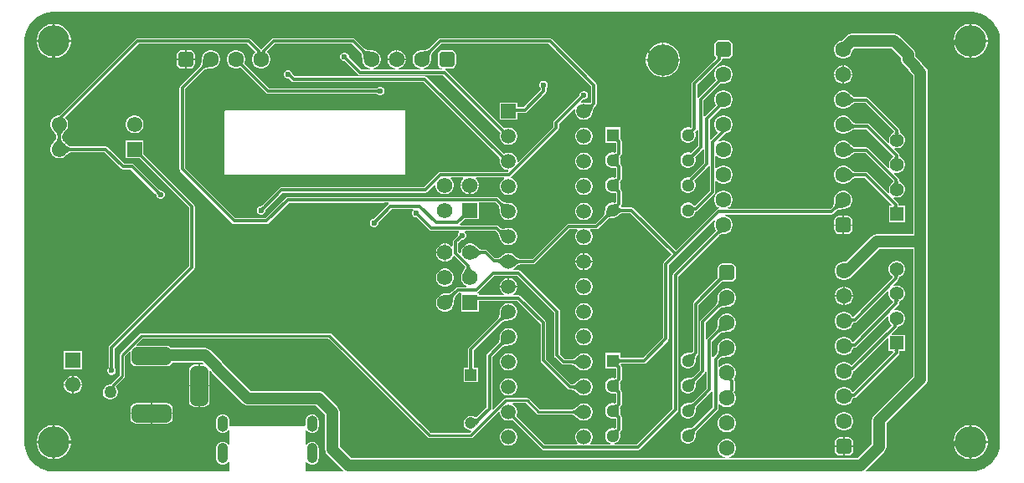
<source format=gbl>
G04*
G04 #@! TF.GenerationSoftware,Altium Limited,Altium Designer,24.2.2 (26)*
G04*
G04 Layer_Physical_Order=2*
G04 Layer_Color=16711680*
%FSLAX44Y44*%
%MOMM*%
G71*
G04*
G04 #@! TF.SameCoordinates,697C3EBA-3636-4A45-A11A-30362066544D*
G04*
G04*
G04 #@! TF.FilePolarity,Positive*
G04*
G01*
G75*
%ADD13C,0.2540*%
%ADD56C,1.5500*%
%ADD57R,1.5500X1.5500*%
%ADD58C,1.4000*%
%ADD59R,1.4000X1.4000*%
%ADD60R,1.2900X1.2900*%
%ADD61C,1.2900*%
%ADD64R,1.5700X1.5700*%
%ADD65C,1.5700*%
G04:AMPARAMS|DCode=68|XSize=1.1mm|YSize=2.05mm|CornerRadius=0.55mm|HoleSize=0mm|Usage=FLASHONLY|Rotation=0.000|XOffset=0mm|YOffset=0mm|HoleType=Round|Shape=RoundedRectangle|*
%AMROUNDEDRECTD68*
21,1,1.1000,0.9500,0,0,0.0*
21,1,0.0000,2.0500,0,0,0.0*
1,1,1.1000,0.0000,-0.4750*
1,1,1.1000,0.0000,-0.4750*
1,1,1.1000,0.0000,0.4750*
1,1,1.1000,0.0000,0.4750*
%
%ADD68ROUNDEDRECTD68*%
%ADD69R,1.5500X1.5500*%
%ADD73C,1.2000*%
%ADD74C,0.3000*%
%ADD75C,0.3000*%
%ADD76C,1.6000*%
G04:AMPARAMS|DCode=77|XSize=1.6mm|YSize=1.6mm|CornerRadius=0.4mm|HoleSize=0mm|Usage=FLASHONLY|Rotation=270.000|XOffset=0mm|YOffset=0mm|HoleType=Round|Shape=RoundedRectangle|*
%AMROUNDEDRECTD77*
21,1,1.6000,0.8000,0,0,270.0*
21,1,0.8000,1.6000,0,0,270.0*
1,1,0.8000,-0.4000,-0.4000*
1,1,0.8000,-0.4000,0.4000*
1,1,0.8000,0.4000,0.4000*
1,1,0.8000,0.4000,-0.4000*
%
%ADD77ROUNDEDRECTD77*%
G04:AMPARAMS|DCode=78|XSize=1.6mm|YSize=1.6mm|CornerRadius=0.4mm|HoleSize=0mm|Usage=FLASHONLY|Rotation=180.000|XOffset=0mm|YOffset=0mm|HoleType=Round|Shape=RoundedRectangle|*
%AMROUNDEDRECTD78*
21,1,1.6000,0.8000,0,0,180.0*
21,1,0.8000,1.6000,0,0,180.0*
1,1,0.8000,-0.4000,0.4000*
1,1,0.8000,0.4000,0.4000*
1,1,0.8000,0.4000,-0.4000*
1,1,0.8000,-0.4000,-0.4000*
%
%ADD78ROUNDEDRECTD78*%
%ADD79C,1.5000*%
%ADD80R,1.5000X1.5000*%
%ADD81C,1.2000*%
%ADD82R,1.2000X1.2000*%
G04:AMPARAMS|DCode=83|XSize=4mm|YSize=1.8mm|CornerRadius=0.45mm|HoleSize=0mm|Usage=FLASHONLY|Rotation=270.000|XOffset=0mm|YOffset=0mm|HoleType=Round|Shape=RoundedRectangle|*
%AMROUNDEDRECTD83*
21,1,4.0000,0.9000,0,0,270.0*
21,1,3.1000,1.8000,0,0,270.0*
1,1,0.9000,-0.4500,-1.5500*
1,1,0.9000,-0.4500,1.5500*
1,1,0.9000,0.4500,1.5500*
1,1,0.9000,0.4500,-1.5500*
%
%ADD83ROUNDEDRECTD83*%
G04:AMPARAMS|DCode=84|XSize=4mm|YSize=1.8mm|CornerRadius=0.45mm|HoleSize=0mm|Usage=FLASHONLY|Rotation=180.000|XOffset=0mm|YOffset=0mm|HoleType=Round|Shape=RoundedRectangle|*
%AMROUNDEDRECTD84*
21,1,4.0000,0.9000,0,0,180.0*
21,1,3.1000,1.8000,0,0,180.0*
1,1,0.9000,-1.5500,0.4500*
1,1,0.9000,1.5500,0.4500*
1,1,0.9000,1.5500,-0.4500*
1,1,0.9000,-1.5500,-0.4500*
%
%ADD84ROUNDEDRECTD84*%
%ADD85C,3.2000*%
%ADD86C,0.6350*%
%ADD87C,0.6000*%
%ADD88C,1.2700*%
G04:AMPARAMS|DCode=89|XSize=1.1mm|YSize=1.65mm|CornerRadius=0.55mm|HoleSize=0mm|Usage=FLASHONLY|Rotation=0.000|XOffset=0mm|YOffset=0mm|HoleType=Round|Shape=RoundedRectangle|*
%AMROUNDEDRECTD89*
21,1,1.1000,0.5500,0,0,0.0*
21,1,0.0000,1.6500,0,0,0.0*
1,1,1.1000,0.0000,-0.2750*
1,1,1.1000,0.0000,-0.2750*
1,1,1.1000,0.0000,0.2750*
1,1,1.1000,0.0000,0.2750*
%
%ADD89ROUNDEDRECTD89*%
G36*
X1161996Y665633D02*
X1160884Y665623D01*
X1158882Y665476D01*
X1157991Y665339D01*
X1157173Y665159D01*
X1156429Y664936D01*
X1155758Y664671D01*
X1155161Y664364D01*
X1154637Y664014D01*
X1154186Y663621D01*
X1152065Y665743D01*
X1152457Y666193D01*
X1152807Y666717D01*
X1153115Y667315D01*
X1153380Y667985D01*
X1153602Y668730D01*
X1153782Y669547D01*
X1153920Y670439D01*
X1154014Y671403D01*
X1154076Y673553D01*
X1161996Y665633D01*
D02*
G37*
G36*
X1575141Y590451D02*
X1575385Y590360D01*
X1575599Y590210D01*
X1575785Y590000D01*
X1575942Y589730D01*
X1576071Y589400D01*
X1576171Y589011D01*
X1576243Y588560D01*
X1576286Y588050D01*
X1576300Y587481D01*
X1573300D01*
X1573285Y588050D01*
X1573240Y588560D01*
X1573165Y589011D01*
X1573060Y589400D01*
X1572925Y589730D01*
X1572760Y590000D01*
X1572565Y590210D01*
X1572340Y590360D01*
X1572085Y590451D01*
X1571800Y590480D01*
X1574870D01*
X1575141Y590451D01*
D02*
G37*
G36*
X1575861Y577090D02*
X1575520Y576725D01*
X1575228Y576359D01*
X1574983Y575992D01*
X1574787Y575625D01*
X1574638Y575256D01*
X1574538Y574886D01*
X1574485Y574515D01*
X1574480Y574143D01*
X1574524Y573771D01*
X1574615Y573397D01*
X1569937Y577776D01*
X1570320Y577709D01*
X1570702Y577688D01*
X1571083Y577715D01*
X1571464Y577788D01*
X1571845Y577908D01*
X1572225Y578075D01*
X1572604Y578289D01*
X1572983Y578549D01*
X1573361Y578857D01*
X1573739Y579211D01*
X1575861Y577090D01*
D02*
G37*
G36*
X1574524Y569229D02*
X1574480Y568857D01*
X1574485Y568485D01*
X1574538Y568114D01*
X1574638Y567744D01*
X1574787Y567375D01*
X1574983Y567008D01*
X1575228Y566641D01*
X1575520Y566275D01*
X1575861Y565910D01*
X1573739Y563789D01*
X1573361Y564143D01*
X1572983Y564451D01*
X1572604Y564711D01*
X1572225Y564925D01*
X1571845Y565092D01*
X1571464Y565212D01*
X1571083Y565285D01*
X1570702Y565312D01*
X1570320Y565291D01*
X1569937Y565224D01*
X1574615Y569603D01*
X1574524Y569229D01*
D02*
G37*
G36*
X1575861Y551690D02*
X1575520Y551325D01*
X1575228Y550959D01*
X1574983Y550592D01*
X1574787Y550224D01*
X1574638Y549856D01*
X1574538Y549486D01*
X1574485Y549115D01*
X1574480Y548743D01*
X1574524Y548371D01*
X1574615Y547997D01*
X1569937Y552376D01*
X1570320Y552309D01*
X1570702Y552289D01*
X1571083Y552315D01*
X1571464Y552388D01*
X1571845Y552508D01*
X1572225Y552675D01*
X1572604Y552889D01*
X1572983Y553149D01*
X1573361Y553457D01*
X1573739Y553811D01*
X1575861Y551690D01*
D02*
G37*
G36*
X1574524Y543829D02*
X1574480Y543457D01*
X1574485Y543085D01*
X1574538Y542714D01*
X1574638Y542344D01*
X1574787Y541976D01*
X1574983Y541608D01*
X1575228Y541241D01*
X1575520Y540875D01*
X1575861Y540510D01*
X1573739Y538389D01*
X1573361Y538743D01*
X1572983Y539051D01*
X1572604Y539311D01*
X1572225Y539525D01*
X1571845Y539692D01*
X1571464Y539812D01*
X1571083Y539885D01*
X1570702Y539911D01*
X1570320Y539891D01*
X1569937Y539824D01*
X1574615Y544203D01*
X1574524Y543829D01*
D02*
G37*
G36*
X1575861Y526290D02*
X1575520Y525925D01*
X1575228Y525559D01*
X1574983Y525192D01*
X1574787Y524824D01*
X1574638Y524456D01*
X1574538Y524086D01*
X1574513Y523914D01*
X1574796Y523677D01*
X1575361Y523285D01*
X1575918Y522954D01*
X1576468Y522682D01*
X1577010Y522471D01*
X1577546Y522321D01*
X1578073Y522230D01*
X1578593Y522200D01*
Y519200D01*
X1578073Y519170D01*
X1577546Y519079D01*
X1577010Y518929D01*
X1576468Y518718D01*
X1575918Y518446D01*
X1575361Y518115D01*
X1574796Y517723D01*
X1574223Y517270D01*
X1573643Y516758D01*
X1573056Y516185D01*
Y524056D01*
X1569937Y526976D01*
X1570320Y526909D01*
X1570702Y526889D01*
X1571083Y526915D01*
X1571464Y526988D01*
X1571845Y527108D01*
X1572225Y527275D01*
X1572604Y527489D01*
X1572983Y527749D01*
X1573361Y528057D01*
X1573739Y528411D01*
X1575861Y526290D01*
D02*
G37*
G36*
X1801601Y523136D02*
X1800490Y523127D01*
X1798487Y522980D01*
X1797596Y522842D01*
X1796778Y522662D01*
X1796034Y522440D01*
X1795363Y522175D01*
X1794766Y521867D01*
X1794242Y521517D01*
X1793791Y521125D01*
X1791670Y523246D01*
X1792063Y523697D01*
X1792413Y524221D01*
X1792720Y524818D01*
X1792985Y525489D01*
X1793208Y526233D01*
X1793387Y527051D01*
X1793525Y527942D01*
X1793620Y528907D01*
X1793682Y531056D01*
X1801601Y523136D01*
D02*
G37*
G36*
X1456154Y528491D02*
X1456650Y528154D01*
X1457211Y527858D01*
X1457837Y527603D01*
X1458529Y527388D01*
X1459286Y527215D01*
X1460108Y527082D01*
X1460995Y526990D01*
X1462965Y526930D01*
X1455540Y519505D01*
X1455530Y520523D01*
X1455388Y522362D01*
X1455255Y523184D01*
X1455082Y523941D01*
X1454868Y524633D01*
X1454612Y525259D01*
X1454316Y525820D01*
X1453979Y526316D01*
X1453601Y526748D01*
X1455723Y528869D01*
X1456154Y528491D01*
D02*
G37*
G36*
X1373061Y517358D02*
X1373095Y517180D01*
X1373153Y516995D01*
X1373234Y516804D01*
X1373340Y516605D01*
X1373469Y516400D01*
X1373621Y516188D01*
X1373798Y515969D01*
X1374222Y515511D01*
X1372101Y513389D01*
X1371868Y513613D01*
X1371424Y513990D01*
X1371212Y514142D01*
X1371006Y514272D01*
X1370808Y514377D01*
X1370616Y514458D01*
X1370431Y514516D01*
X1370253Y514550D01*
X1370081Y514560D01*
X1373051Y517530D01*
X1373061Y517358D01*
D02*
G37*
G36*
X1420273Y512817D02*
X1420040Y512987D01*
X1419764Y513071D01*
X1419446D01*
X1419085Y512987D01*
X1418682Y512817D01*
X1418237Y512562D01*
X1417749Y512223D01*
X1417218Y511799D01*
X1416030Y510696D01*
X1413909Y512817D01*
X1414503Y513432D01*
X1415436Y514535D01*
X1415776Y515023D01*
X1416030Y515468D01*
X1416200Y515872D01*
X1416285Y516232D01*
Y516550D01*
X1416200Y516826D01*
X1416030Y517060D01*
X1420273Y512817D01*
D02*
G37*
G36*
X1568385Y514250D02*
X1567565Y514240D01*
X1566068Y514108D01*
X1565392Y513985D01*
X1564763Y513826D01*
X1564182Y513629D01*
X1563649Y513394D01*
X1563164Y513122D01*
X1562727Y512813D01*
X1562338Y512467D01*
X1560217Y514588D01*
X1560564Y514977D01*
X1560872Y515414D01*
X1561144Y515899D01*
X1561379Y516432D01*
X1561576Y517013D01*
X1561735Y517642D01*
X1561858Y518318D01*
X1561942Y519043D01*
X1561990Y519815D01*
X1562000Y520635D01*
X1568385Y514250D01*
D02*
G37*
G36*
X1331321Y510049D02*
X1331097Y509817D01*
X1330720Y509372D01*
X1330567Y509160D01*
X1330438Y508955D01*
X1330333Y508756D01*
X1330252Y508565D01*
X1330194Y508380D01*
X1330160Y508201D01*
X1330150Y508030D01*
X1327180Y511000D01*
X1327351Y511010D01*
X1327530Y511044D01*
X1327715Y511102D01*
X1327906Y511183D01*
X1328105Y511288D01*
X1328310Y511417D01*
X1328522Y511570D01*
X1328741Y511746D01*
X1329199Y512171D01*
X1331321Y510049D01*
D02*
G37*
G36*
X1683110Y498238D02*
X1681998Y498229D01*
X1679996Y498082D01*
X1679104Y497944D01*
X1678287Y497764D01*
X1677543Y497542D01*
X1676872Y497277D01*
X1676274Y496969D01*
X1675750Y496619D01*
X1675300Y496227D01*
X1673178Y498348D01*
X1673571Y498799D01*
X1673921Y499323D01*
X1674229Y499920D01*
X1674494Y500591D01*
X1674716Y501335D01*
X1674896Y502153D01*
X1675033Y503044D01*
X1675128Y504009D01*
X1675190Y506158D01*
X1683110Y498238D01*
D02*
G37*
G36*
X1454495Y501515D02*
X1455009Y501178D01*
X1455565Y500915D01*
X1456165Y500726D01*
X1456809Y500611D01*
X1457496Y500570D01*
X1458226Y500603D01*
X1459000Y500711D01*
X1459817Y500893D01*
X1460678Y501148D01*
X1455876Y491811D01*
X1455518Y492933D01*
X1453831Y497235D01*
X1453513Y497834D01*
X1453203Y498345D01*
X1452899Y498770D01*
X1452601Y499107D01*
X1454025Y501926D01*
X1454495Y501515D01*
D02*
G37*
G36*
X1430579Y482573D02*
X1432063Y481295D01*
X1432775Y480776D01*
X1433466Y480336D01*
X1434137Y479977D01*
X1434787Y479697D01*
X1435417Y479497D01*
X1436026Y479377D01*
X1436615Y479337D01*
Y476337D01*
X1436026Y476297D01*
X1435417Y476178D01*
X1434787Y475978D01*
X1434137Y475698D01*
X1433466Y475339D01*
X1432775Y474899D01*
X1432063Y474380D01*
X1431331Y473781D01*
X1429806Y472342D01*
Y483332D01*
X1430579Y482573D01*
D02*
G37*
G36*
X1457229Y463889D02*
X1456591Y464634D01*
X1455331Y465890D01*
X1454709Y466400D01*
X1454092Y466831D01*
X1453481Y467184D01*
X1452874Y467459D01*
X1452272Y467655D01*
X1451676Y467773D01*
X1451085Y467812D01*
X1451364Y470812D01*
X1451912Y470848D01*
X1452489Y470953D01*
X1453096Y471130D01*
X1453733Y471377D01*
X1454400Y471696D01*
X1455097Y472084D01*
X1455824Y472543D01*
X1457367Y473674D01*
X1458184Y474345D01*
X1457229Y463889D01*
D02*
G37*
G36*
X1469123Y473167D02*
X1470524Y471968D01*
X1471199Y471480D01*
X1471857Y471068D01*
X1472498Y470730D01*
X1473121Y470467D01*
X1473727Y470280D01*
X1474317Y470168D01*
X1474888Y470130D01*
Y467130D01*
X1474317Y467093D01*
X1473727Y466980D01*
X1473121Y466792D01*
X1472498Y466530D01*
X1471857Y466193D01*
X1471199Y465780D01*
X1470524Y465293D01*
X1469832Y464730D01*
X1468396Y463380D01*
Y473880D01*
X1469123Y473167D01*
D02*
G37*
G36*
X1423775Y464187D02*
X1423906Y463598D01*
X1424125Y463018D01*
X1424432Y462448D01*
X1424826Y461889D01*
X1425308Y461339D01*
X1425878Y460800D01*
X1426535Y460271D01*
X1427280Y459752D01*
X1428113Y459243D01*
X1417474Y456486D01*
X1418093Y457537D01*
X1419917Y461117D01*
X1420210Y461856D01*
X1420438Y462533D01*
X1420601Y463147D01*
X1420698Y463699D01*
X1420731Y464189D01*
X1423731Y464787D01*
X1423775Y464187D01*
D02*
G37*
G36*
X1432019Y434515D02*
X1432110Y434260D01*
X1432262Y434035D01*
X1432474Y433840D01*
X1432746Y433675D01*
X1433080Y433540D01*
X1433474Y433435D01*
X1433928Y433360D01*
X1434444Y433315D01*
X1435019Y433300D01*
Y430300D01*
X1434444Y430285D01*
X1433928Y430240D01*
X1433474Y430165D01*
X1433080Y430060D01*
X1432746Y429925D01*
X1432474Y429760D01*
X1432262Y429565D01*
X1432110Y429340D01*
X1432019Y429085D01*
X1431989Y428800D01*
Y434800D01*
X1432019Y434515D01*
D02*
G37*
G36*
X1408639Y434756D02*
X1408251Y434311D01*
X1407905Y433795D01*
X1407601Y433209D01*
X1407339Y432551D01*
X1407119Y431823D01*
X1406941Y431023D01*
X1406805Y430153D01*
X1406711Y429212D01*
X1406649Y427116D01*
X1398878Y434887D01*
X1399962Y434897D01*
X1401915Y435043D01*
X1402786Y435179D01*
X1403585Y435356D01*
X1404314Y435577D01*
X1404971Y435839D01*
X1405558Y436143D01*
X1406073Y436489D01*
X1406518Y436877D01*
X1408639Y434756D01*
D02*
G37*
G36*
X1462965Y384930D02*
X1461947Y384920D01*
X1460108Y384778D01*
X1459286Y384645D01*
X1458529Y384472D01*
X1457837Y384258D01*
X1457211Y384002D01*
X1456650Y383706D01*
X1456154Y383369D01*
X1455723Y382991D01*
X1453601Y385112D01*
X1453979Y385544D01*
X1454316Y386040D01*
X1454612Y386601D01*
X1454868Y387227D01*
X1455082Y387919D01*
X1455255Y388676D01*
X1455388Y389498D01*
X1455480Y390385D01*
X1455540Y392355D01*
X1462965Y384930D01*
D02*
G37*
G36*
X1672130Y510124D02*
X1671800Y509553D01*
X1671168Y507195D01*
Y504754D01*
X1671800Y502396D01*
X1672941Y500421D01*
X1672735Y500021D01*
X1672477Y499635D01*
X1672142Y499251D01*
X1672108Y499151D01*
X1629953Y456996D01*
X1629341Y456079D01*
X1629126Y454998D01*
X1629126Y454998D01*
Y319625D01*
X1592885Y283384D01*
X1570657D01*
X1570490Y284654D01*
X1571430Y284906D01*
X1573190Y285923D01*
X1574628Y287360D01*
X1575644Y289120D01*
X1576170Y291084D01*
Y293116D01*
X1575950Y293939D01*
X1575989Y294042D01*
X1575928Y294177D01*
X1575950Y294323D01*
X1575879Y294614D01*
X1575856Y294814D01*
X1575858Y295009D01*
X1575887Y295208D01*
X1575944Y295417D01*
X1576034Y295642D01*
X1576164Y295885D01*
X1576339Y296147D01*
X1576561Y296426D01*
X1576866Y296752D01*
X1576954Y296989D01*
X1577409Y297670D01*
X1577624Y298750D01*
Y310850D01*
X1577409Y311930D01*
X1576954Y312611D01*
X1576866Y312848D01*
X1576561Y313174D01*
X1576339Y313453D01*
X1576164Y313715D01*
X1576034Y313958D01*
X1575944Y314183D01*
X1575887Y314392D01*
X1575858Y314590D01*
X1575856Y314786D01*
X1575879Y314986D01*
X1575950Y315277D01*
X1575928Y315423D01*
X1575989Y315558D01*
X1575950Y315661D01*
X1576170Y316484D01*
Y318516D01*
X1575950Y319339D01*
X1575989Y319442D01*
X1575928Y319577D01*
X1575950Y319723D01*
X1575879Y320014D01*
X1575856Y320214D01*
X1575858Y320410D01*
X1575887Y320608D01*
X1575944Y320817D01*
X1576034Y321042D01*
X1576164Y321285D01*
X1576339Y321547D01*
X1576561Y321826D01*
X1576866Y322152D01*
X1576954Y322389D01*
X1577409Y323070D01*
X1577624Y324150D01*
Y336250D01*
X1577409Y337330D01*
X1576954Y338011D01*
X1576866Y338248D01*
X1576561Y338574D01*
X1576339Y338853D01*
X1576164Y339114D01*
X1576034Y339358D01*
X1575944Y339583D01*
X1575887Y339792D01*
X1575858Y339991D01*
X1575856Y340186D01*
X1575879Y340387D01*
X1575950Y340677D01*
X1575928Y340823D01*
X1575989Y340958D01*
X1575950Y341061D01*
X1576170Y341884D01*
Y343916D01*
X1575950Y344739D01*
X1575989Y344842D01*
X1575928Y344977D01*
X1575950Y345123D01*
X1575879Y345414D01*
X1575856Y345614D01*
X1575858Y345810D01*
X1575887Y346008D01*
X1575944Y346217D01*
X1576034Y346442D01*
X1576164Y346685D01*
X1576339Y346947D01*
X1576561Y347226D01*
X1576866Y347552D01*
X1576954Y347789D01*
X1577409Y348470D01*
X1577624Y349550D01*
Y358759D01*
X1577675Y358881D01*
X1577668Y358898D01*
X1577674Y358915D01*
X1577660Y359485D01*
X1577642Y359524D01*
X1577655Y359566D01*
X1577624Y359937D01*
Y361950D01*
X1577409Y363031D01*
X1576797Y363947D01*
X1576797Y363947D01*
X1576718Y364026D01*
X1576711Y364051D01*
X1576689Y364331D01*
X1576835Y364915D01*
X1577148Y365392D01*
X1577371Y365412D01*
X1577905Y365426D01*
X1578017Y365476D01*
X1600200D01*
X1600200Y365476D01*
X1601281Y365691D01*
X1602197Y366303D01*
X1624305Y388411D01*
X1624305Y388411D01*
X1624918Y389328D01*
X1625133Y390408D01*
X1625133Y390409D01*
Y464923D01*
X1634205Y473995D01*
X1634205Y473995D01*
X1634205Y473995D01*
X1671114Y510904D01*
X1672130Y510124D01*
D02*
G37*
G36*
X1574869Y371015D02*
X1574960Y370760D01*
X1575112Y370535D01*
X1575324Y370340D01*
X1575597Y370175D01*
X1575930Y370040D01*
X1576324Y369935D01*
X1576779Y369860D01*
X1577294Y369815D01*
X1577870Y369800D01*
Y366800D01*
X1577294Y366785D01*
X1576779Y366740D01*
X1576324Y366665D01*
X1575930Y366560D01*
X1575597Y366425D01*
X1575324Y366260D01*
X1575112Y366065D01*
X1574960Y365840D01*
X1574869Y365585D01*
X1574839Y365300D01*
Y371300D01*
X1574869Y371015D01*
D02*
G37*
G36*
X1533884Y361780D02*
X1533157Y362492D01*
X1531756Y363693D01*
X1531081Y364180D01*
X1530423Y364593D01*
X1529782Y364930D01*
X1529159Y365192D01*
X1528553Y365380D01*
X1527964Y365493D01*
X1527392Y365530D01*
Y368530D01*
X1527964Y368568D01*
X1528553Y368680D01*
X1529159Y368867D01*
X1529782Y369130D01*
X1530423Y369468D01*
X1531081Y369880D01*
X1531756Y370368D01*
X1532448Y370930D01*
X1533884Y372280D01*
Y361780D01*
D02*
G37*
G36*
X1575141Y361851D02*
X1575385Y361760D01*
X1575599Y361610D01*
X1575785Y361400D01*
X1575942Y361130D01*
X1576071Y360801D01*
X1576171Y360410D01*
X1576243Y359961D01*
X1576286Y359450D01*
X1576300Y358881D01*
X1573300D01*
X1573285Y359450D01*
X1573240Y359961D01*
X1573165Y360410D01*
X1573060Y360801D01*
X1572925Y361130D01*
X1572760Y361400D01*
X1572565Y361610D01*
X1572340Y361760D01*
X1572085Y361851D01*
X1571800Y361880D01*
X1574870D01*
X1575141Y361851D01*
D02*
G37*
G36*
X1575861Y348490D02*
X1575520Y348125D01*
X1575228Y347759D01*
X1574983Y347392D01*
X1574787Y347024D01*
X1574638Y346656D01*
X1574538Y346286D01*
X1574485Y345915D01*
X1574480Y345543D01*
X1574524Y345171D01*
X1574615Y344797D01*
X1569937Y349176D01*
X1570320Y349109D01*
X1570702Y349089D01*
X1571083Y349115D01*
X1571464Y349188D01*
X1571845Y349308D01*
X1572225Y349475D01*
X1572604Y349689D01*
X1572983Y349949D01*
X1573361Y350257D01*
X1573739Y350611D01*
X1575861Y348490D01*
D02*
G37*
G36*
X1533884Y336380D02*
X1533157Y337093D01*
X1531756Y338293D01*
X1531081Y338780D01*
X1530423Y339193D01*
X1529782Y339530D01*
X1529159Y339793D01*
X1528553Y339980D01*
X1527964Y340093D01*
X1527392Y340130D01*
Y343130D01*
X1527964Y343167D01*
X1528553Y343280D01*
X1529159Y343467D01*
X1529782Y343730D01*
X1530423Y344067D01*
X1531081Y344480D01*
X1531756Y344967D01*
X1532448Y345530D01*
X1533884Y346880D01*
Y336380D01*
D02*
G37*
G36*
X1574524Y340629D02*
X1574480Y340257D01*
X1574485Y339885D01*
X1574538Y339514D01*
X1574638Y339144D01*
X1574787Y338775D01*
X1574983Y338408D01*
X1575228Y338041D01*
X1575520Y337675D01*
X1575861Y337310D01*
X1573739Y335189D01*
X1573361Y335543D01*
X1572983Y335851D01*
X1572604Y336111D01*
X1572225Y336325D01*
X1571845Y336492D01*
X1571464Y336612D01*
X1571083Y336685D01*
X1570702Y336712D01*
X1570320Y336691D01*
X1569937Y336624D01*
X1574615Y341003D01*
X1574524Y340629D01*
D02*
G37*
G36*
X1575861Y323090D02*
X1575520Y322725D01*
X1575228Y322359D01*
X1574983Y321992D01*
X1574787Y321624D01*
X1574638Y321256D01*
X1574538Y320886D01*
X1574485Y320515D01*
X1574480Y320143D01*
X1574524Y319771D01*
X1574615Y319397D01*
X1569937Y323776D01*
X1570320Y323709D01*
X1570702Y323689D01*
X1571083Y323715D01*
X1571464Y323788D01*
X1571845Y323908D01*
X1572225Y324075D01*
X1572604Y324289D01*
X1572983Y324549D01*
X1573361Y324857D01*
X1573739Y325211D01*
X1575861Y323090D01*
D02*
G37*
G36*
X1533884Y310980D02*
X1533116Y311736D01*
X1531657Y313010D01*
X1530966Y313527D01*
X1530299Y313965D01*
X1529659Y314323D01*
X1529043Y314602D01*
X1528453Y314801D01*
X1527888Y314920D01*
X1527348Y314960D01*
Y317500D01*
X1527888Y317540D01*
X1528453Y317659D01*
X1529043Y317858D01*
X1529659Y318137D01*
X1530299Y318495D01*
X1530966Y318933D01*
X1531657Y319450D01*
X1533116Y320724D01*
X1533884Y321480D01*
Y310980D01*
D02*
G37*
G36*
X1574524Y315229D02*
X1574480Y314857D01*
X1574485Y314485D01*
X1574538Y314114D01*
X1574638Y313744D01*
X1574787Y313375D01*
X1574983Y313008D01*
X1575228Y312641D01*
X1575520Y312275D01*
X1575861Y311910D01*
X1573739Y309789D01*
X1573361Y310143D01*
X1572983Y310451D01*
X1572604Y310711D01*
X1572225Y310925D01*
X1571845Y311092D01*
X1571464Y311212D01*
X1571083Y311285D01*
X1570702Y311311D01*
X1570320Y311291D01*
X1569937Y311224D01*
X1574615Y315603D01*
X1574524Y315229D01*
D02*
G37*
G36*
X1434416Y308344D02*
X1434001Y307909D01*
X1433193Y306935D01*
X1432799Y306396D01*
X1432034Y305216D01*
X1431297Y303898D01*
X1430588Y302443D01*
X1427835Y310285D01*
X1428395Y310032D01*
X1428937Y309847D01*
X1429462Y309730D01*
X1429970Y309682D01*
X1430461Y309701D01*
X1430934Y309790D01*
X1431389Y309946D01*
X1431828Y310170D01*
X1432249Y310463D01*
X1432653Y310824D01*
X1434416Y308344D01*
D02*
G37*
G36*
X1575861Y297690D02*
X1575520Y297325D01*
X1575228Y296959D01*
X1574983Y296592D01*
X1574787Y296224D01*
X1574638Y295856D01*
X1574538Y295486D01*
X1574485Y295115D01*
X1574480Y294743D01*
X1574524Y294371D01*
X1574615Y293997D01*
X1569937Y298376D01*
X1570320Y298309D01*
X1570702Y298288D01*
X1571083Y298315D01*
X1571464Y298388D01*
X1571845Y298508D01*
X1572225Y298675D01*
X1572604Y298889D01*
X1572983Y299149D01*
X1573361Y299457D01*
X1573739Y299811D01*
X1575861Y297690D01*
D02*
G37*
G36*
X1930400Y721861D02*
X1932347Y721861D01*
X1936209Y721352D01*
X1939971Y720344D01*
X1943569Y718854D01*
X1946942Y716907D01*
X1950032Y714536D01*
X1952786Y711782D01*
X1955157Y708692D01*
X1957104Y705319D01*
X1958595Y701721D01*
X1959603Y697959D01*
X1960111Y694097D01*
X1960111Y692150D01*
X1960111Y285750D01*
X1960111Y283803D01*
X1959603Y279941D01*
X1958595Y276179D01*
X1957104Y272581D01*
X1955157Y269208D01*
X1952786Y266118D01*
X1950032Y263364D01*
X1946942Y260993D01*
X1943569Y259046D01*
X1939971Y257555D01*
X1936209Y256547D01*
X1932347Y256039D01*
X1930400D01*
X1825181Y256039D01*
X1824654Y257309D01*
X1843051Y275706D01*
X1843051Y275706D01*
X1844217Y277225D01*
X1844949Y278993D01*
X1845199Y280891D01*
X1845199Y280891D01*
Y304479D01*
X1884785Y344065D01*
X1885950Y345584D01*
X1886683Y347352D01*
X1886933Y349250D01*
X1886933Y349250D01*
Y488950D01*
Y500477D01*
Y509173D01*
Y521892D01*
Y529052D01*
Y541770D01*
Y554380D01*
Y572969D01*
Y581666D01*
Y594385D01*
Y606025D01*
Y618635D01*
Y637224D01*
Y645921D01*
Y660400D01*
X1886933Y660400D01*
X1886683Y662298D01*
X1885950Y664066D01*
X1884785Y665585D01*
X1884785Y665585D01*
X1881061Y669309D01*
X1880458Y670766D01*
X1879292Y672284D01*
X1879292Y672285D01*
X1874662Y676916D01*
Y678342D01*
X1874662Y678342D01*
X1874412Y680240D01*
X1873679Y682008D01*
X1872514Y683527D01*
X1872514Y683527D01*
X1858706Y697335D01*
X1857187Y698500D01*
X1855418Y699233D01*
X1853521Y699483D01*
X1809750D01*
X1809750Y699483D01*
X1807852Y699233D01*
X1806084Y698500D01*
X1804565Y697335D01*
X1804565Y697335D01*
X1799880Y692651D01*
X1798103Y692174D01*
X1795989Y690954D01*
X1794263Y689228D01*
X1793043Y687114D01*
X1792411Y684756D01*
Y682316D01*
X1793043Y679958D01*
X1794263Y677844D01*
X1795989Y676118D01*
X1798103Y674898D01*
X1800461Y674266D01*
X1802902D01*
X1805259Y674898D01*
X1807373Y676118D01*
X1809099Y677844D01*
X1810320Y679958D01*
X1810951Y682316D01*
Y682981D01*
X1812787Y684817D01*
X1850483D01*
X1859996Y675304D01*
Y673878D01*
X1860246Y671980D01*
X1860978Y670212D01*
X1862144Y668693D01*
X1867153Y663683D01*
X1867757Y662226D01*
X1868922Y660707D01*
X1872267Y657363D01*
Y645921D01*
Y637224D01*
Y618635D01*
Y606025D01*
Y594385D01*
Y581666D01*
Y572969D01*
Y554380D01*
Y541770D01*
Y529052D01*
Y521892D01*
Y509173D01*
Y496283D01*
X1835150D01*
X1835150Y496283D01*
X1833252Y496033D01*
X1831484Y495300D01*
X1829965Y494135D01*
X1829965Y494135D01*
X1804247Y468418D01*
X1803598Y468591D01*
X1801158D01*
X1798800Y467960D01*
X1796686Y466739D01*
X1794960Y465013D01*
X1793740Y462900D01*
X1793108Y460542D01*
Y458101D01*
X1793740Y455743D01*
X1794960Y453630D01*
X1796686Y451904D01*
X1798800Y450683D01*
X1801158Y450051D01*
X1803598D01*
X1805956Y450683D01*
X1808070Y451904D01*
X1809796Y453630D01*
X1809827Y453684D01*
X1809953Y453736D01*
X1811472Y454902D01*
X1838187Y481617D01*
X1872267D01*
Y352287D01*
X1832681Y312701D01*
X1831516Y311183D01*
X1830784Y309414D01*
X1830534Y307516D01*
Y283928D01*
X1815938Y269333D01*
X1686147D01*
X1685980Y270603D01*
X1687505Y271011D01*
X1689619Y272232D01*
X1691345Y273958D01*
X1692565Y276071D01*
X1693197Y278429D01*
Y280870D01*
X1692565Y283228D01*
X1691345Y285341D01*
X1689619Y287067D01*
X1687505Y288288D01*
X1685147Y288920D01*
X1682706D01*
X1680349Y288288D01*
X1678235Y287067D01*
X1676509Y285341D01*
X1675289Y283228D01*
X1674657Y280870D01*
Y278429D01*
X1675289Y276071D01*
X1676509Y273958D01*
X1678235Y272232D01*
X1680349Y271011D01*
X1681874Y270603D01*
X1681706Y269333D01*
X1304489D01*
X1292320Y281501D01*
Y316325D01*
X1292320Y316326D01*
X1292070Y318223D01*
X1291338Y319992D01*
X1290172Y321511D01*
X1276298Y335385D01*
X1274779Y336550D01*
X1273011Y337283D01*
X1271113Y337533D01*
X1202568D01*
X1174939Y365162D01*
X1174750Y365616D01*
X1173585Y367135D01*
X1172944Y367627D01*
X1161539Y379031D01*
X1160021Y380197D01*
X1158252Y380929D01*
X1156354Y381179D01*
X1122115D01*
X1121893Y381511D01*
X1119985Y382787D01*
X1117733Y383234D01*
X1087193D01*
X1086620Y384458D01*
X1093273Y391110D01*
X1280971D01*
X1381370Y290711D01*
X1382210Y290149D01*
X1383201Y289952D01*
X1425153D01*
X1426144Y290149D01*
X1426985Y290711D01*
X1453000Y316726D01*
X1454270Y316200D01*
Y315075D01*
X1454868Y312845D01*
X1456022Y310845D01*
X1457655Y309212D01*
X1459655Y308058D01*
X1461885Y307460D01*
X1464195D01*
X1466425Y308058D01*
X1466928Y308348D01*
X1496713Y278563D01*
X1497629Y277951D01*
X1498710Y277736D01*
X1498710Y277736D01*
X1594054D01*
X1594055Y277736D01*
X1595135Y277951D01*
X1596052Y278563D01*
X1633947Y316458D01*
X1633947Y316458D01*
X1634559Y317375D01*
X1634774Y318455D01*
X1634774Y318456D01*
Y453829D01*
X1676102Y495157D01*
X1676203Y495190D01*
X1676587Y495525D01*
X1676973Y495783D01*
X1677440Y496023D01*
X1677993Y496242D01*
X1678632Y496433D01*
X1679357Y496592D01*
X1680085Y496704D01*
X1681659D01*
X1682224Y496856D01*
X1683122Y496864D01*
X1683600Y497067D01*
X1684082Y497267D01*
X1684084Y497272D01*
X1684090Y497275D01*
X1684145Y497410D01*
X1686130Y498557D01*
X1687856Y500283D01*
X1689077Y502396D01*
X1689708Y504754D01*
Y507195D01*
X1689077Y509553D01*
X1687856Y511666D01*
X1686130Y513392D01*
X1684017Y514613D01*
X1682002Y515153D01*
X1682169Y516423D01*
X1789792D01*
X1789792Y516423D01*
X1790873Y516637D01*
X1791789Y517250D01*
X1794594Y520055D01*
X1794694Y520088D01*
X1795079Y520423D01*
X1795464Y520681D01*
X1795932Y520921D01*
X1796484Y521140D01*
X1797123Y521331D01*
X1797849Y521490D01*
X1798642Y521613D01*
X1800547Y521752D01*
X1801613Y521762D01*
X1801859Y521866D01*
X1802902D01*
X1805259Y522498D01*
X1807373Y523718D01*
X1809099Y525444D01*
X1810320Y527558D01*
X1810951Y529916D01*
Y532356D01*
X1810320Y534714D01*
X1809099Y536828D01*
X1807373Y538554D01*
X1805259Y539774D01*
X1802902Y540406D01*
X1800461D01*
X1798103Y539774D01*
X1795989Y538554D01*
X1794263Y536828D01*
X1793043Y534714D01*
X1792411Y532356D01*
Y531327D01*
X1792308Y531096D01*
X1792247Y528994D01*
X1792160Y528114D01*
X1792036Y527304D01*
X1791876Y526578D01*
X1791685Y525939D01*
X1791467Y525386D01*
X1791226Y524919D01*
X1790968Y524533D01*
X1790634Y524149D01*
X1790600Y524049D01*
X1788622Y522071D01*
X1685404D01*
X1685064Y523341D01*
X1686130Y523957D01*
X1687856Y525683D01*
X1689077Y527796D01*
X1689708Y530154D01*
Y532595D01*
X1689077Y534953D01*
X1687856Y537066D01*
X1686130Y538792D01*
X1684017Y540013D01*
X1681659Y540644D01*
X1679218D01*
X1676860Y540013D01*
X1674747Y538792D01*
X1673021Y537066D01*
X1671800Y534953D01*
X1671168Y532595D01*
Y530154D01*
X1671800Y527796D01*
X1673021Y525683D01*
X1674747Y523957D01*
X1675813Y523341D01*
X1675472Y522071D01*
X1675463D01*
X1675463Y522071D01*
X1674382Y521856D01*
X1673466Y521244D01*
X1673466Y521244D01*
X1632208Y479986D01*
X1589497Y522697D01*
X1588581Y523309D01*
X1587500Y523524D01*
X1587500Y523524D01*
X1578772D01*
X1578673Y523572D01*
X1578230Y523598D01*
X1577849Y523663D01*
X1577447Y523777D01*
X1577265Y523847D01*
X1577139Y523970D01*
X1576975Y524270D01*
X1576844Y525265D01*
X1576866Y525352D01*
X1576954Y525589D01*
X1577409Y526270D01*
X1577624Y527350D01*
Y539450D01*
X1577409Y540530D01*
X1576954Y541211D01*
X1576866Y541448D01*
X1576561Y541774D01*
X1576339Y542053D01*
X1576164Y542314D01*
X1576034Y542558D01*
X1575944Y542783D01*
X1575887Y542992D01*
X1575858Y543190D01*
X1575856Y543386D01*
X1575879Y543587D01*
X1575950Y543877D01*
X1575928Y544023D01*
X1575989Y544158D01*
X1575950Y544261D01*
X1576170Y545084D01*
Y547116D01*
X1575950Y547939D01*
X1575989Y548042D01*
X1575928Y548177D01*
X1575950Y548323D01*
X1575879Y548614D01*
X1575856Y548814D01*
X1575858Y549010D01*
X1575887Y549208D01*
X1575944Y549417D01*
X1576034Y549642D01*
X1576164Y549885D01*
X1576339Y550147D01*
X1576561Y550426D01*
X1576866Y550752D01*
X1576954Y550989D01*
X1577409Y551670D01*
X1577624Y552750D01*
Y564850D01*
X1577409Y565930D01*
X1576954Y566611D01*
X1576866Y566848D01*
X1576561Y567174D01*
X1576339Y567453D01*
X1576164Y567715D01*
X1576034Y567958D01*
X1575944Y568183D01*
X1575887Y568392D01*
X1575858Y568591D01*
X1575856Y568786D01*
X1575879Y568987D01*
X1575950Y569277D01*
X1575928Y569423D01*
X1575989Y569558D01*
X1575950Y569661D01*
X1576170Y570484D01*
Y572516D01*
X1575950Y573339D01*
X1575989Y573442D01*
X1575928Y573577D01*
X1575950Y573723D01*
X1575879Y574014D01*
X1575856Y574214D01*
X1575858Y574409D01*
X1575887Y574608D01*
X1575944Y574817D01*
X1576034Y575042D01*
X1576164Y575285D01*
X1576339Y575547D01*
X1576561Y575826D01*
X1576866Y576152D01*
X1576954Y576389D01*
X1577409Y577070D01*
X1577624Y578150D01*
Y587359D01*
X1577675Y587481D01*
X1577668Y587498D01*
X1577674Y587515D01*
X1577660Y588085D01*
X1577642Y588125D01*
X1577655Y588166D01*
X1577624Y588537D01*
Y590550D01*
X1577409Y591631D01*
X1576797Y592547D01*
X1576797Y592547D01*
X1576170Y593174D01*
Y604620D01*
X1560730D01*
Y589180D01*
X1571534D01*
X1571656Y589113D01*
X1571694Y589109D01*
X1571694Y589108D01*
X1571755Y588960D01*
X1571820Y588718D01*
X1571875Y588387D01*
X1571912Y587972D01*
X1571926Y587444D01*
X1571976Y587332D01*
Y579525D01*
X1571876Y579456D01*
X1571609Y579306D01*
X1571360Y579197D01*
X1571126Y579123D01*
X1570905Y579081D01*
X1570691Y579066D01*
X1570476Y579077D01*
X1570175Y579130D01*
X1570031Y579098D01*
X1569892Y579150D01*
X1569831Y579122D01*
X1569466Y579220D01*
X1567434D01*
X1565470Y578694D01*
X1563710Y577677D01*
X1562272Y576240D01*
X1561256Y574480D01*
X1560730Y572516D01*
Y570484D01*
X1561256Y568520D01*
X1562272Y566760D01*
X1563710Y565322D01*
X1565470Y564306D01*
X1567434Y563780D01*
X1569466D01*
X1569831Y563878D01*
X1569892Y563850D01*
X1570031Y563902D01*
X1570175Y563870D01*
X1570476Y563923D01*
X1570691Y563934D01*
X1570905Y563919D01*
X1571127Y563877D01*
X1571360Y563803D01*
X1571609Y563694D01*
X1571876Y563544D01*
X1571976Y563475D01*
Y554125D01*
X1571876Y554056D01*
X1571609Y553906D01*
X1571360Y553797D01*
X1571126Y553723D01*
X1570905Y553680D01*
X1570691Y553666D01*
X1570476Y553677D01*
X1570175Y553730D01*
X1570031Y553698D01*
X1569892Y553750D01*
X1569831Y553722D01*
X1569466Y553820D01*
X1567434D01*
X1565470Y553294D01*
X1563710Y552277D01*
X1562272Y550840D01*
X1561256Y549080D01*
X1560730Y547116D01*
Y545084D01*
X1561256Y543120D01*
X1562272Y541360D01*
X1563710Y539922D01*
X1565470Y538906D01*
X1567434Y538380D01*
X1569466D01*
X1569831Y538478D01*
X1569892Y538450D01*
X1570031Y538502D01*
X1570175Y538470D01*
X1570476Y538523D01*
X1570691Y538534D01*
X1570905Y538520D01*
X1571127Y538477D01*
X1571360Y538403D01*
X1571609Y538294D01*
X1571876Y538144D01*
X1571976Y538075D01*
Y528725D01*
X1571876Y528656D01*
X1571609Y528506D01*
X1571360Y528397D01*
X1571126Y528323D01*
X1570905Y528280D01*
X1570691Y528266D01*
X1570476Y528277D01*
X1570175Y528330D01*
X1570031Y528298D01*
X1569892Y528350D01*
X1569831Y528322D01*
X1569466Y528420D01*
X1567434D01*
X1565470Y527894D01*
X1563710Y526878D01*
X1562272Y525440D01*
X1561256Y523680D01*
X1560730Y521716D01*
Y520896D01*
X1560626Y520653D01*
X1560616Y519866D01*
X1560573Y519165D01*
X1560497Y518521D01*
X1560391Y517933D01*
X1560257Y517403D01*
X1560096Y516931D01*
X1559913Y516513D01*
X1559709Y516149D01*
X1559486Y515834D01*
X1559190Y515503D01*
X1559154Y515398D01*
X1550880Y507124D01*
X1523978D01*
X1523977Y507124D01*
X1522897Y506909D01*
X1521980Y506297D01*
X1487137Y471454D01*
X1475074D01*
X1474978Y471502D01*
X1474491Y471534D01*
X1474060Y471616D01*
X1473592Y471761D01*
X1473086Y471974D01*
X1472543Y472260D01*
X1471968Y472621D01*
X1471375Y473049D01*
X1470052Y474182D01*
X1469359Y474861D01*
X1469112Y474961D01*
X1468425Y475648D01*
X1466425Y476802D01*
X1464195Y477400D01*
X1461885D01*
X1459655Y476802D01*
X1457655Y475648D01*
X1457460Y475453D01*
X1457311Y475407D01*
X1456524Y474760D01*
X1455049Y473680D01*
X1454394Y473266D01*
X1453768Y472918D01*
X1453188Y472640D01*
X1452654Y472433D01*
X1452172Y472293D01*
X1451743Y472214D01*
X1451276Y472184D01*
X1451179Y472136D01*
X1449292D01*
X1441594Y479835D01*
X1440678Y480447D01*
X1439597Y480662D01*
X1439597Y480662D01*
X1436803D01*
X1436708Y480709D01*
X1436206Y480743D01*
X1435758Y480831D01*
X1435268Y480987D01*
X1434734Y481216D01*
X1434161Y481524D01*
X1433550Y481912D01*
X1432918Y482373D01*
X1431510Y483586D01*
X1430769Y484313D01*
X1430522Y484413D01*
X1429800Y485135D01*
X1427720Y486336D01*
X1425400Y486957D01*
X1422999D01*
X1420680Y486336D01*
X1418600Y485135D01*
X1416902Y483437D01*
X1415701Y481358D01*
X1415080Y479038D01*
Y477729D01*
X1413810Y477203D01*
X1412244Y478768D01*
Y487500D01*
X1415774Y491030D01*
X1416899D01*
X1418469Y491680D01*
X1419670Y492881D01*
X1420320Y494451D01*
Y496149D01*
X1419670Y497719D01*
X1418928Y498461D01*
X1419454Y499731D01*
X1450105D01*
X1451535Y498301D01*
X1451570Y498199D01*
X1451821Y497913D01*
X1452054Y497588D01*
X1452317Y497155D01*
X1452579Y496660D01*
X1454222Y492472D01*
X1454566Y491393D01*
X1454567Y491392D01*
X1454567Y491391D01*
X1454715Y491217D01*
X1454868Y490645D01*
X1456022Y488645D01*
X1457655Y487012D01*
X1459655Y485858D01*
X1461885Y485260D01*
X1464195D01*
X1466425Y485858D01*
X1468425Y487012D01*
X1470058Y488645D01*
X1471212Y490645D01*
X1471810Y492875D01*
Y495185D01*
X1471212Y497415D01*
X1470058Y499415D01*
X1468425Y501048D01*
X1466425Y502202D01*
X1464195Y502800D01*
X1461885D01*
X1460540Y502439D01*
X1460286Y502466D01*
X1459472Y502224D01*
X1458756Y502065D01*
X1458100Y501974D01*
X1457505Y501947D01*
X1456971Y501978D01*
X1456494Y502063D01*
X1456068Y502198D01*
X1455683Y502380D01*
X1455329Y502612D01*
X1454930Y502961D01*
X1454829Y502995D01*
X1453272Y504552D01*
X1452356Y505164D01*
X1451275Y505379D01*
X1451275Y505379D01*
X1414383D01*
X1413857Y506650D01*
X1416855Y509647D01*
X1416966Y509688D01*
X1418117Y510757D01*
X1418571Y511121D01*
X1418971Y511399D01*
X1419177Y511516D01*
X1420094D01*
X1420273Y511442D01*
X1420377Y511485D01*
X1420487Y511459D01*
X1420581Y511516D01*
X1432970D01*
Y528432D01*
X1450044D01*
X1452533Y525943D01*
X1452568Y525841D01*
X1452890Y525474D01*
X1453136Y525111D01*
X1453365Y524678D01*
X1453572Y524169D01*
X1453754Y523583D01*
X1453905Y522921D01*
X1454022Y522199D01*
X1454156Y520463D01*
X1454166Y519492D01*
X1454270Y519247D01*
Y518275D01*
X1454868Y516045D01*
X1456022Y514045D01*
X1457655Y512412D01*
X1459655Y511258D01*
X1461885Y510660D01*
X1464195D01*
X1466425Y511258D01*
X1468425Y512412D01*
X1470058Y514045D01*
X1471212Y516045D01*
X1471810Y518275D01*
Y520585D01*
X1471212Y522815D01*
X1470058Y524815D01*
X1468425Y526448D01*
X1466425Y527602D01*
X1464195Y528200D01*
X1463237D01*
X1463007Y528304D01*
X1461087Y528363D01*
X1460288Y528445D01*
X1459549Y528565D01*
X1458887Y528717D01*
X1458301Y528898D01*
X1457792Y529105D01*
X1457359Y529334D01*
X1456996Y529580D01*
X1456629Y529902D01*
X1456527Y529937D01*
X1453211Y533254D01*
X1452294Y533866D01*
X1451214Y534081D01*
X1451214Y534081D01*
X1337376D01*
X1336838Y533974D01*
X1239866D01*
X1238785Y533759D01*
X1237869Y533146D01*
X1237869Y533146D01*
X1217384Y512661D01*
X1186783D01*
X1135976Y563468D01*
Y643538D01*
X1154989Y662551D01*
X1155089Y662585D01*
X1155473Y662920D01*
X1155859Y663177D01*
X1156326Y663418D01*
X1156879Y663636D01*
X1157518Y663827D01*
X1158244Y663987D01*
X1159037Y664109D01*
X1160941Y664249D01*
X1162008Y664258D01*
X1162254Y664363D01*
X1163296D01*
X1165654Y664994D01*
X1167768Y666215D01*
X1169494Y667941D01*
X1170714Y670055D01*
X1171346Y672412D01*
Y674853D01*
X1170714Y677211D01*
X1169494Y679324D01*
X1167768Y681050D01*
X1165654Y682271D01*
X1163296Y682903D01*
X1160856D01*
X1158498Y682271D01*
X1156384Y681050D01*
X1154658Y679324D01*
X1153438Y677211D01*
X1152806Y674853D01*
Y673823D01*
X1152702Y673592D01*
X1152642Y671490D01*
X1152555Y670611D01*
X1152430Y669800D01*
X1152271Y669075D01*
X1152080Y668436D01*
X1151861Y667883D01*
X1151621Y667416D01*
X1151363Y667030D01*
X1151028Y666646D01*
X1150995Y666545D01*
X1131154Y646705D01*
X1130542Y645789D01*
X1130327Y644708D01*
X1130327Y644708D01*
Y562299D01*
X1130327Y562298D01*
X1130542Y561218D01*
X1131154Y560301D01*
X1183616Y507840D01*
X1183616Y507840D01*
X1184532Y507228D01*
X1185613Y507013D01*
X1185613Y507013D01*
X1218553D01*
X1218553Y507013D01*
X1219634Y507228D01*
X1220551Y507840D01*
X1241036Y528325D01*
X1337269D01*
X1337269Y528325D01*
X1337808Y528432D01*
X1341639D01*
X1341830Y528192D01*
X1341801Y526645D01*
X1341801Y526645D01*
X1328376Y513220D01*
X1328265Y513179D01*
X1327842Y512787D01*
X1327689Y512664D01*
X1327542Y512558D01*
X1327416Y512479D01*
X1327315Y512425D01*
X1327240Y512394D01*
X1327195Y512380D01*
X1327181Y512377D01*
X1327099Y512372D01*
X1326888Y512270D01*
X1326301D01*
X1324731Y511620D01*
X1323530Y510419D01*
X1322880Y508849D01*
Y507151D01*
X1323530Y505581D01*
X1324731Y504380D01*
X1326301Y503730D01*
X1327999D01*
X1329569Y504380D01*
X1330770Y505581D01*
X1331420Y507151D01*
Y507738D01*
X1331522Y507948D01*
X1331527Y508031D01*
X1331530Y508045D01*
X1331544Y508090D01*
X1331575Y508165D01*
X1331629Y508267D01*
X1331708Y508392D01*
X1331804Y508525D01*
X1332117Y508895D01*
X1332310Y509095D01*
X1332356Y509212D01*
X1344968Y521824D01*
X1366480D01*
X1367006Y520554D01*
X1366431Y519978D01*
X1365781Y518409D01*
Y516710D01*
X1366431Y515141D01*
X1367633Y513940D01*
X1369202Y513290D01*
X1369789D01*
X1370000Y513188D01*
X1370083Y513183D01*
X1370097Y513180D01*
X1370141Y513166D01*
X1370216Y513134D01*
X1370318Y513080D01*
X1370444Y513001D01*
X1370576Y512906D01*
X1370946Y512593D01*
X1371147Y512399D01*
X1371263Y512354D01*
X1383059Y500558D01*
X1383059Y500558D01*
X1383975Y499946D01*
X1385056Y499731D01*
X1412646D01*
X1413172Y498461D01*
X1412430Y497719D01*
X1411780Y496149D01*
Y495024D01*
X1407423Y490667D01*
X1406810Y489751D01*
X1406595Y488670D01*
X1406595Y488670D01*
Y484735D01*
X1405325Y484209D01*
X1404400Y485135D01*
X1402320Y486336D01*
X1400000Y486957D01*
X1399435D01*
Y477837D01*
Y468717D01*
X1400000D01*
X1402320Y469339D01*
X1404400Y470540D01*
X1406098Y472238D01*
X1407156Y474072D01*
X1408508Y474516D01*
X1419306Y463718D01*
X1419257Y463443D01*
X1419121Y462929D01*
X1418919Y462329D01*
X1418663Y461683D01*
X1416887Y458198D01*
X1416290Y457183D01*
X1416290Y457183D01*
X1416290Y457183D01*
X1416251Y456910D01*
X1415701Y455958D01*
X1415080Y453638D01*
Y451237D01*
X1415701Y448917D01*
X1416902Y446838D01*
X1418600Y445140D01*
X1420679Y443939D01*
X1420438Y442689D01*
X1411627D01*
X1410546Y442474D01*
X1409630Y441862D01*
X1409630Y441861D01*
X1405715Y437947D01*
X1405614Y437913D01*
X1405235Y437582D01*
X1404856Y437327D01*
X1404399Y437090D01*
X1403859Y436875D01*
X1403237Y436687D01*
X1402530Y436530D01*
X1401758Y436409D01*
X1399904Y436271D01*
X1398866Y436262D01*
X1398620Y436157D01*
X1397599D01*
X1395280Y435536D01*
X1393200Y434335D01*
X1391502Y432637D01*
X1390301Y430558D01*
X1389680Y428238D01*
Y425837D01*
X1390301Y423517D01*
X1391502Y421438D01*
X1393200Y419740D01*
X1395280Y418539D01*
X1397599Y417917D01*
X1400000D01*
X1402320Y418539D01*
X1404400Y419740D01*
X1406098Y421438D01*
X1407298Y423517D01*
X1407920Y425837D01*
Y426845D01*
X1408023Y427075D01*
X1408084Y429123D01*
X1408169Y429978D01*
X1408292Y430768D01*
X1408450Y431474D01*
X1408638Y432097D01*
X1408853Y432637D01*
X1409090Y433094D01*
X1409344Y433473D01*
X1409675Y433852D01*
X1409709Y433952D01*
X1412797Y437040D01*
X1414175D01*
X1415080Y436157D01*
X1415080Y435770D01*
Y417917D01*
X1433320D01*
Y428589D01*
X1433356Y428655D01*
X1433359Y428689D01*
X1433364Y428692D01*
X1433517Y428754D01*
X1433763Y428820D01*
X1434100Y428875D01*
X1434521Y428912D01*
X1435055Y428926D01*
X1435167Y428976D01*
X1472030D01*
X1495466Y405540D01*
Y368610D01*
X1495466Y368610D01*
X1495681Y367529D01*
X1496293Y366613D01*
X1523273Y339633D01*
X1523273Y339633D01*
X1524189Y339021D01*
X1525270Y338806D01*
X1525270Y338806D01*
X1527206D01*
X1527302Y338758D01*
X1527789Y338726D01*
X1528220Y338644D01*
X1528688Y338499D01*
X1529194Y338286D01*
X1529737Y338000D01*
X1530312Y337639D01*
X1530905Y337211D01*
X1532228Y336078D01*
X1532921Y335398D01*
X1533168Y335299D01*
X1533855Y334612D01*
X1535855Y333458D01*
X1538085Y332860D01*
X1540395D01*
X1542625Y333458D01*
X1544625Y334612D01*
X1546258Y336245D01*
X1547412Y338245D01*
X1548010Y340475D01*
Y342785D01*
X1547412Y345015D01*
X1546258Y347015D01*
X1544625Y348648D01*
X1542625Y349802D01*
X1540395Y350400D01*
X1538085D01*
X1535855Y349802D01*
X1533855Y348648D01*
X1533178Y347971D01*
X1532942Y347882D01*
X1531542Y346565D01*
X1530919Y346059D01*
X1530312Y345621D01*
X1529737Y345260D01*
X1529194Y344974D01*
X1528688Y344761D01*
X1528220Y344616D01*
X1527789Y344534D01*
X1527302Y344502D01*
X1527206Y344454D01*
X1526440D01*
X1501114Y369780D01*
Y406710D01*
X1501114Y406710D01*
X1500899Y407791D01*
X1500287Y408707D01*
X1500287Y408707D01*
X1475197Y433797D01*
X1474281Y434409D01*
X1473200Y434624D01*
X1473200Y434624D01*
X1468214D01*
X1467874Y435894D01*
X1468425Y436212D01*
X1470058Y437845D01*
X1471212Y439845D01*
X1471810Y442075D01*
Y442595D01*
X1454270D01*
Y442075D01*
X1454868Y439845D01*
X1456022Y437845D01*
X1457655Y436212D01*
X1458206Y435894D01*
X1457866Y434624D01*
X1435167D01*
X1435055Y434674D01*
X1434521Y434688D01*
X1434100Y434725D01*
X1433763Y434781D01*
X1433517Y434846D01*
X1433364Y434908D01*
X1433359Y434911D01*
X1433356Y434945D01*
X1433320Y435011D01*
Y436157D01*
X1432030D01*
X1431812Y436907D01*
X1431803Y437427D01*
X1432462Y437868D01*
X1448970Y454376D01*
X1472030D01*
X1509541Y416865D01*
Y373585D01*
X1509541Y373585D01*
X1509756Y372504D01*
X1510368Y371588D01*
X1516923Y365033D01*
X1516923Y365033D01*
X1517839Y364421D01*
X1518920Y364206D01*
X1518920Y364206D01*
X1527206D01*
X1527302Y364158D01*
X1527789Y364126D01*
X1528220Y364044D01*
X1528688Y363899D01*
X1529194Y363686D01*
X1529737Y363400D01*
X1530312Y363039D01*
X1530905Y362611D01*
X1532228Y361478D01*
X1532921Y360798D01*
X1533168Y360699D01*
X1533855Y360012D01*
X1535855Y358858D01*
X1538085Y358260D01*
X1540395D01*
X1542625Y358858D01*
X1544625Y360012D01*
X1546258Y361645D01*
X1547412Y363645D01*
X1548010Y365875D01*
Y368185D01*
X1547412Y370415D01*
X1546258Y372415D01*
X1544625Y374048D01*
X1542625Y375202D01*
X1540395Y375800D01*
X1538085D01*
X1535855Y375202D01*
X1533855Y374048D01*
X1533178Y373371D01*
X1532942Y373282D01*
X1531542Y371965D01*
X1530919Y371459D01*
X1530312Y371021D01*
X1529737Y370660D01*
X1529194Y370374D01*
X1528688Y370161D01*
X1528220Y370016D01*
X1527789Y369934D01*
X1527302Y369902D01*
X1527206Y369854D01*
X1520090D01*
X1515189Y374755D01*
Y418035D01*
X1514974Y419116D01*
X1514362Y420032D01*
X1475197Y459197D01*
X1474281Y459809D01*
X1473200Y460024D01*
X1473200Y460024D01*
X1468214D01*
X1467874Y461294D01*
X1468425Y461612D01*
X1469102Y462289D01*
X1469338Y462379D01*
X1470738Y463695D01*
X1471361Y464201D01*
X1471968Y464639D01*
X1472543Y465000D01*
X1473086Y465286D01*
X1473592Y465499D01*
X1474060Y465644D01*
X1474491Y465726D01*
X1474978Y465758D01*
X1475074Y465806D01*
X1488307D01*
X1488307Y465806D01*
X1489388Y466021D01*
X1490305Y466633D01*
X1525147Y501476D01*
X1532487D01*
X1533013Y500206D01*
X1532222Y499415D01*
X1531068Y497415D01*
X1530470Y495185D01*
Y492875D01*
X1531068Y490645D01*
X1532222Y488645D01*
X1533855Y487012D01*
X1535855Y485858D01*
X1538085Y485260D01*
X1540395D01*
X1542625Y485858D01*
X1544625Y487012D01*
X1546258Y488645D01*
X1547412Y490645D01*
X1548010Y492875D01*
Y495185D01*
X1547412Y497415D01*
X1546258Y499415D01*
X1545467Y500206D01*
X1545993Y501476D01*
X1552050D01*
X1552050Y501476D01*
X1553131Y501691D01*
X1554047Y502303D01*
X1563148Y511404D01*
X1563253Y511440D01*
X1563584Y511736D01*
X1563899Y511959D01*
X1564263Y512163D01*
X1564680Y512346D01*
X1565154Y512506D01*
X1565683Y512641D01*
X1566252Y512744D01*
X1567634Y512866D01*
X1568403Y512876D01*
X1568646Y512980D01*
X1569466D01*
X1571430Y513506D01*
X1573190Y514523D01*
X1573770Y515103D01*
X1574016Y515201D01*
X1574579Y515750D01*
X1575106Y516216D01*
X1575614Y516618D01*
X1576105Y516958D01*
X1576575Y517237D01*
X1577023Y517458D01*
X1577447Y517623D01*
X1577849Y517737D01*
X1578230Y517802D01*
X1578673Y517828D01*
X1578772Y517876D01*
X1586330D01*
X1628214Y475992D01*
X1620311Y468090D01*
X1619699Y467173D01*
X1619484Y466092D01*
X1619484Y466092D01*
Y391578D01*
X1599030Y371124D01*
X1578017D01*
X1577905Y371174D01*
X1577371Y371188D01*
X1576950Y371225D01*
X1576613Y371281D01*
X1576367Y371346D01*
X1576214Y371408D01*
X1576210Y371411D01*
X1576206Y371445D01*
X1576170Y371511D01*
Y376020D01*
X1560730D01*
Y360580D01*
X1571534D01*
X1571656Y360513D01*
X1571694Y360509D01*
X1571694Y360508D01*
X1571755Y360360D01*
X1571820Y360118D01*
X1571875Y359787D01*
X1571912Y359372D01*
X1571926Y358844D01*
X1571976Y358732D01*
Y350925D01*
X1571876Y350856D01*
X1571609Y350706D01*
X1571360Y350597D01*
X1571126Y350523D01*
X1570905Y350480D01*
X1570691Y350466D01*
X1570476Y350477D01*
X1570175Y350530D01*
X1570031Y350498D01*
X1569892Y350550D01*
X1569831Y350522D01*
X1569466Y350620D01*
X1567434D01*
X1565470Y350094D01*
X1563710Y349077D01*
X1562272Y347640D01*
X1561256Y345880D01*
X1560730Y343916D01*
Y341884D01*
X1561256Y339920D01*
X1562272Y338160D01*
X1563710Y336722D01*
X1565470Y335706D01*
X1567434Y335180D01*
X1569466D01*
X1569831Y335278D01*
X1569892Y335250D01*
X1570031Y335302D01*
X1570175Y335270D01*
X1570476Y335323D01*
X1570691Y335334D01*
X1570905Y335320D01*
X1571127Y335277D01*
X1571360Y335203D01*
X1571609Y335094D01*
X1571876Y334944D01*
X1571976Y334875D01*
Y325525D01*
X1571876Y325456D01*
X1571609Y325306D01*
X1571360Y325197D01*
X1571126Y325123D01*
X1570905Y325080D01*
X1570691Y325066D01*
X1570476Y325077D01*
X1570175Y325130D01*
X1570031Y325098D01*
X1569892Y325150D01*
X1569831Y325122D01*
X1569466Y325220D01*
X1567434D01*
X1565470Y324694D01*
X1563710Y323677D01*
X1562272Y322240D01*
X1561256Y320480D01*
X1560730Y318516D01*
Y316484D01*
X1561256Y314520D01*
X1562272Y312760D01*
X1563710Y311322D01*
X1565470Y310306D01*
X1567434Y309780D01*
X1569466D01*
X1569831Y309878D01*
X1569892Y309850D01*
X1570031Y309902D01*
X1570175Y309870D01*
X1570476Y309923D01*
X1570691Y309934D01*
X1570905Y309919D01*
X1571127Y309877D01*
X1571360Y309803D01*
X1571609Y309694D01*
X1571876Y309544D01*
X1571976Y309475D01*
Y300125D01*
X1571876Y300056D01*
X1571609Y299906D01*
X1571360Y299797D01*
X1571126Y299723D01*
X1570905Y299681D01*
X1570691Y299666D01*
X1570476Y299677D01*
X1570175Y299730D01*
X1570031Y299698D01*
X1569892Y299750D01*
X1569831Y299722D01*
X1569466Y299820D01*
X1567434D01*
X1565470Y299294D01*
X1563710Y298277D01*
X1562272Y296840D01*
X1561256Y295080D01*
X1560730Y293116D01*
Y291084D01*
X1561256Y289120D01*
X1562272Y287360D01*
X1563710Y285923D01*
X1565470Y284906D01*
X1566410Y284654D01*
X1566243Y283384D01*
X1545993D01*
X1545467Y284654D01*
X1546258Y285445D01*
X1547412Y287445D01*
X1548010Y289675D01*
Y291985D01*
X1547412Y294215D01*
X1546258Y296215D01*
X1544625Y297848D01*
X1542625Y299002D01*
X1540395Y299600D01*
X1538085D01*
X1535855Y299002D01*
X1533855Y297848D01*
X1532222Y296215D01*
X1531068Y294215D01*
X1530470Y291985D01*
Y289675D01*
X1531068Y287445D01*
X1532222Y285445D01*
X1533013Y284654D01*
X1532487Y283384D01*
X1499880D01*
X1470922Y312342D01*
X1471212Y312845D01*
X1471810Y315075D01*
Y317385D01*
X1471212Y319615D01*
X1470058Y321615D01*
X1468425Y323248D01*
X1467188Y323962D01*
X1467528Y325232D01*
X1480856D01*
X1491689Y314399D01*
X1492529Y313837D01*
X1493520Y313640D01*
X1527146D01*
X1527247Y313589D01*
X1527694Y313556D01*
X1528090Y313472D01*
X1528539Y313321D01*
X1529039Y313095D01*
X1529586Y312789D01*
X1530176Y312402D01*
X1530792Y311940D01*
X1532181Y310728D01*
X1532919Y310001D01*
X1533167Y309900D01*
X1533855Y309212D01*
X1535855Y308058D01*
X1538085Y307460D01*
X1540395D01*
X1542625Y308058D01*
X1544625Y309212D01*
X1546258Y310845D01*
X1547412Y312845D01*
X1548010Y315075D01*
Y317385D01*
X1547412Y319615D01*
X1546258Y321615D01*
X1544625Y323248D01*
X1542625Y324402D01*
X1540395Y325000D01*
X1538085D01*
X1535855Y324402D01*
X1533855Y323248D01*
X1533167Y322560D01*
X1532919Y322459D01*
X1532181Y321732D01*
X1530792Y320520D01*
X1530176Y320059D01*
X1529586Y319671D01*
X1529039Y319365D01*
X1528539Y319139D01*
X1528090Y318988D01*
X1527694Y318904D01*
X1527247Y318871D01*
X1527146Y318820D01*
X1494593D01*
X1483759Y329653D01*
X1482919Y330215D01*
X1481928Y330412D01*
X1460433D01*
X1459442Y330215D01*
X1458602Y329653D01*
X1447698Y318749D01*
X1446527Y319375D01*
X1446621Y319847D01*
X1446621Y319847D01*
Y372017D01*
X1456527Y381923D01*
X1456629Y381958D01*
X1456996Y382280D01*
X1457359Y382526D01*
X1457792Y382755D01*
X1458301Y382962D01*
X1458887Y383144D01*
X1459549Y383295D01*
X1460271Y383412D01*
X1462007Y383546D01*
X1462978Y383556D01*
X1463223Y383660D01*
X1464195D01*
X1466425Y384258D01*
X1468425Y385412D01*
X1470058Y387045D01*
X1471212Y389045D01*
X1471810Y391275D01*
Y393585D01*
X1471212Y395815D01*
X1470058Y397815D01*
X1468425Y399448D01*
X1466425Y400602D01*
X1464195Y401200D01*
X1461885D01*
X1459655Y400602D01*
X1457655Y399448D01*
X1456022Y397815D01*
X1454868Y395815D01*
X1454270Y393585D01*
Y392627D01*
X1454166Y392397D01*
X1454107Y390477D01*
X1454025Y389678D01*
X1453905Y388939D01*
X1453754Y388277D01*
X1453572Y387691D01*
X1453365Y387182D01*
X1453136Y386749D01*
X1452890Y386386D01*
X1452568Y386019D01*
X1452533Y385917D01*
X1441800Y375184D01*
X1441188Y374268D01*
X1440973Y373187D01*
X1440973Y373187D01*
Y321017D01*
X1431913Y311957D01*
X1431856Y311944D01*
X1431813Y311876D01*
X1431736Y311849D01*
X1431395Y311544D01*
X1431119Y311352D01*
X1430850Y311214D01*
X1430583Y311122D01*
X1430306Y311071D01*
X1430008Y311059D01*
X1429678Y311091D01*
X1429309Y311172D01*
X1428901Y311312D01*
X1428402Y311537D01*
X1428214Y311544D01*
X1427934Y311705D01*
X1426085Y312200D01*
X1424171D01*
X1422322Y311705D01*
X1420664Y310748D01*
X1419311Y309394D01*
X1418354Y307736D01*
X1417858Y305888D01*
Y303973D01*
X1418354Y302124D01*
X1419311Y300466D01*
X1420664Y299113D01*
X1422322Y298156D01*
X1424171Y297660D01*
X1424813D01*
X1425339Y296390D01*
X1424081Y295132D01*
X1384274D01*
X1283875Y395531D01*
X1283034Y396093D01*
X1282043Y396290D01*
X1092200D01*
X1091209Y396093D01*
X1090369Y395531D01*
X1070509Y375671D01*
X1069947Y374831D01*
X1069750Y373840D01*
Y353804D01*
X1060563Y344616D01*
X1060265Y344170D01*
X1059447D01*
X1057509Y343651D01*
X1055771Y342648D01*
X1054352Y341229D01*
X1053349Y339491D01*
X1052830Y337553D01*
Y335547D01*
X1053349Y333609D01*
X1054352Y331871D01*
X1055771Y330452D01*
X1057509Y329449D01*
X1059447Y328930D01*
X1061453D01*
X1063391Y329449D01*
X1065129Y330452D01*
X1066547Y331871D01*
X1067551Y333609D01*
X1068070Y335547D01*
Y337553D01*
X1067551Y339491D01*
X1066547Y341229D01*
X1065524Y342252D01*
X1074171Y350900D01*
X1074733Y351740D01*
X1074930Y352731D01*
Y372767D01*
X1079627Y377465D01*
X1080850Y376892D01*
Y368352D01*
X1081298Y366100D01*
X1082573Y364192D01*
X1084482Y362916D01*
X1086733Y362468D01*
X1117733D01*
X1119985Y362916D01*
X1121893Y364192D01*
X1123169Y366100D01*
X1123251Y366514D01*
X1153317D01*
X1154326Y365504D01*
X1153800Y364235D01*
X1150868D01*
Y343487D01*
X1160616D01*
Y357418D01*
X1160793Y357492D01*
X1162050Y357664D01*
X1163215Y356145D01*
X1194345Y325015D01*
X1195864Y323850D01*
X1197632Y323117D01*
X1199530Y322867D01*
X1268076D01*
X1277655Y313288D01*
Y278464D01*
X1277905Y276566D01*
X1278637Y274797D01*
X1279802Y273279D01*
X1295772Y257309D01*
X1295246Y256039D01*
X1257575D01*
Y265488D01*
X1258845Y265919D01*
X1259572Y264972D01*
X1260986Y263886D01*
X1262633Y263204D01*
X1264400Y262972D01*
X1266167Y263204D01*
X1267814Y263886D01*
X1269228Y264972D01*
X1270314Y266386D01*
X1270996Y268033D01*
X1271228Y269800D01*
Y279300D01*
X1270996Y281067D01*
X1270314Y282714D01*
X1269228Y284128D01*
X1267814Y285214D01*
X1266167Y285896D01*
X1264400Y286128D01*
X1262633Y285896D01*
X1260986Y285214D01*
X1259572Y284128D01*
X1258845Y283181D01*
X1257575Y283612D01*
Y297488D01*
X1258845Y297919D01*
X1259572Y296972D01*
X1260986Y295886D01*
X1262633Y295204D01*
X1264400Y294972D01*
X1266167Y295204D01*
X1267814Y295886D01*
X1269228Y296972D01*
X1270314Y298386D01*
X1270996Y300033D01*
X1271228Y301800D01*
Y307300D01*
X1270996Y309067D01*
X1270314Y310714D01*
X1269228Y312128D01*
X1267814Y313214D01*
X1266167Y313896D01*
X1264400Y314128D01*
X1262633Y313896D01*
X1260986Y313214D01*
X1259572Y312128D01*
X1258486Y310714D01*
X1257804Y309067D01*
X1257572Y307300D01*
Y302781D01*
X1256302Y301933D01*
X1256200Y301975D01*
X1182200D01*
X1182098Y301933D01*
X1180828Y302781D01*
Y307300D01*
X1180596Y309067D01*
X1179914Y310714D01*
X1178828Y312128D01*
X1177414Y313214D01*
X1175767Y313896D01*
X1174000Y314128D01*
X1172233Y313896D01*
X1170586Y313214D01*
X1169172Y312128D01*
X1168086Y310714D01*
X1167404Y309067D01*
X1167172Y307300D01*
Y301800D01*
X1167404Y300033D01*
X1168086Y298386D01*
X1169172Y296972D01*
X1170586Y295886D01*
X1172233Y295204D01*
X1174000Y294972D01*
X1175767Y295204D01*
X1177414Y295886D01*
X1178828Y296972D01*
X1179555Y297919D01*
X1180825Y297488D01*
Y283612D01*
X1179555Y283181D01*
X1178828Y284128D01*
X1177414Y285214D01*
X1175767Y285896D01*
X1174000Y286128D01*
X1172233Y285896D01*
X1170586Y285214D01*
X1169172Y284128D01*
X1168086Y282714D01*
X1167404Y281067D01*
X1167172Y279300D01*
Y269800D01*
X1167404Y268033D01*
X1168086Y266386D01*
X1169172Y264972D01*
X1170586Y263886D01*
X1172233Y263204D01*
X1174000Y262972D01*
X1175767Y263204D01*
X1177414Y263886D01*
X1178828Y264972D01*
X1179555Y265919D01*
X1180825Y265488D01*
Y256039D01*
X1003299Y256039D01*
X1001352Y256039D01*
X997490Y256547D01*
X993728Y257555D01*
X990130Y259046D01*
X986757Y260993D01*
X983668Y263364D01*
X980913Y266118D01*
X978543Y269208D01*
X976596Y272581D01*
X975105Y276179D01*
X974097Y279941D01*
X973589Y283803D01*
X973589Y285750D01*
Y692150D01*
Y694097D01*
X974097Y697959D01*
X975105Y701721D01*
X976596Y705319D01*
X978543Y708692D01*
X980914Y711782D01*
X983668Y714536D01*
X986758Y716907D01*
X990131Y718854D01*
X993729Y720345D01*
X997491Y721353D01*
X1001353Y721861D01*
X1003300D01*
X1930400Y721861D01*
D02*
G37*
%LPC*%
G36*
X1932101Y709420D02*
X1931035D01*
Y692785D01*
X1947670D01*
Y693851D01*
X1947006Y697188D01*
X1945704Y700330D01*
X1943815Y703159D01*
X1941409Y705564D01*
X1938580Y707455D01*
X1935437Y708756D01*
X1932101Y709420D01*
D02*
G37*
G36*
X1929765D02*
X1928699D01*
X1925363Y708756D01*
X1922220Y707455D01*
X1919391Y705564D01*
X1916985Y703159D01*
X1915096Y700330D01*
X1913794Y697188D01*
X1913130Y693851D01*
Y692785D01*
X1929765D01*
Y709420D01*
D02*
G37*
G36*
X1005001D02*
X1003935D01*
Y692785D01*
X1020570D01*
Y693851D01*
X1019906Y697188D01*
X1018605Y700330D01*
X1016714Y703159D01*
X1014309Y705564D01*
X1011480Y707455D01*
X1008337Y708756D01*
X1005001Y709420D01*
D02*
G37*
G36*
X1002665D02*
X1001599D01*
X998262Y708756D01*
X995120Y707455D01*
X992291Y705564D01*
X989885Y703159D01*
X987996Y700330D01*
X986694Y697188D01*
X986030Y693851D01*
Y692785D01*
X1002665D01*
Y709420D01*
D02*
G37*
G36*
X1947670Y691515D02*
X1931035D01*
Y674880D01*
X1932101D01*
X1935437Y675544D01*
X1938580Y676845D01*
X1941409Y678736D01*
X1943815Y681141D01*
X1945704Y683970D01*
X1947006Y687113D01*
X1947670Y690449D01*
Y691515D01*
D02*
G37*
G36*
X1929765D02*
X1913130D01*
Y690449D01*
X1913794Y687113D01*
X1915096Y683970D01*
X1916985Y681141D01*
X1919391Y678736D01*
X1922220Y676845D01*
X1925363Y675544D01*
X1928699Y674880D01*
X1929765D01*
Y691515D01*
D02*
G37*
G36*
X1020570D02*
X1003935D01*
Y674880D01*
X1005001D01*
X1008337Y675544D01*
X1011480Y676845D01*
X1014309Y678736D01*
X1016714Y681141D01*
X1018605Y683970D01*
X1019906Y687113D01*
X1020570Y690449D01*
Y691515D01*
D02*
G37*
G36*
X1002665D02*
X986030D01*
Y690449D01*
X986694Y687113D01*
X987996Y683970D01*
X989885Y681141D01*
X992291Y678736D01*
X995120Y676845D01*
X998262Y675544D01*
X1001599Y674880D01*
X1002665D01*
Y691515D01*
D02*
G37*
G36*
X1351148Y682903D02*
X1350562D01*
Y674268D01*
X1359197D01*
Y674853D01*
X1358566Y677211D01*
X1357345Y679324D01*
X1355619Y681050D01*
X1353505Y682271D01*
X1351148Y682903D01*
D02*
G37*
G36*
X1140676Y683006D02*
X1137311D01*
Y674268D01*
X1146049D01*
Y677633D01*
X1145640Y679689D01*
X1144475Y681432D01*
X1142732Y682597D01*
X1140676Y683006D01*
D02*
G37*
G36*
X1136041D02*
X1132676D01*
X1130620Y682597D01*
X1128877Y681432D01*
X1127712Y679689D01*
X1127303Y677633D01*
Y674268D01*
X1136041D01*
Y683006D01*
D02*
G37*
G36*
X1349292Y682903D02*
X1348707D01*
X1346349Y682271D01*
X1344235Y681050D01*
X1342509Y679324D01*
X1341289Y677211D01*
X1340657Y674853D01*
Y674268D01*
X1349292D01*
Y682903D01*
D02*
G37*
G36*
X1620951Y690370D02*
X1619885D01*
Y673735D01*
X1636520D01*
Y674801D01*
X1635856Y678138D01*
X1634554Y681280D01*
X1632664Y684109D01*
X1630259Y686515D01*
X1627430Y688404D01*
X1624288Y689706D01*
X1620951Y690370D01*
D02*
G37*
G36*
X1618615D02*
X1617549D01*
X1614212Y689706D01*
X1611070Y688404D01*
X1608241Y686515D01*
X1605836Y684109D01*
X1603945Y681280D01*
X1602644Y678138D01*
X1601980Y674801D01*
Y673735D01*
X1618615D01*
Y690370D01*
D02*
G37*
G36*
X1146049Y672998D02*
X1137311D01*
Y664259D01*
X1140676D01*
X1142732Y664668D01*
X1144475Y665833D01*
X1145640Y667576D01*
X1146049Y669633D01*
Y672998D01*
D02*
G37*
G36*
X1136041D02*
X1127303D01*
Y669633D01*
X1127712Y667576D01*
X1128877Y665833D01*
X1130620Y664668D01*
X1132676Y664259D01*
X1136041D01*
Y672998D01*
D02*
G37*
G36*
X1504950Y694974D02*
X1504950Y694974D01*
X1393845D01*
X1392764Y694759D01*
X1391848Y694147D01*
X1382415Y684714D01*
X1382314Y684680D01*
X1381930Y684346D01*
X1381544Y684088D01*
X1381077Y683847D01*
X1380524Y683629D01*
X1379885Y683438D01*
X1379160Y683279D01*
X1378366Y683156D01*
X1376462Y683016D01*
X1375395Y683007D01*
X1375150Y682903D01*
X1374107D01*
X1371749Y682271D01*
X1369635Y681050D01*
X1367910Y679324D01*
X1366689Y677211D01*
X1366057Y674853D01*
Y672412D01*
X1366689Y670055D01*
X1367910Y667941D01*
X1369635Y666215D01*
X1371749Y664994D01*
X1373616Y664494D01*
X1373449Y663224D01*
X1351806D01*
X1351638Y664494D01*
X1353505Y664994D01*
X1355619Y666215D01*
X1357345Y667941D01*
X1358566Y670055D01*
X1359197Y672412D01*
Y672998D01*
X1349927D01*
X1340657D01*
Y672412D01*
X1341289Y670055D01*
X1342509Y667941D01*
X1344235Y666215D01*
X1346349Y664994D01*
X1348216Y664494D01*
X1348049Y663224D01*
X1326406D01*
X1326238Y664494D01*
X1328105Y664994D01*
X1330219Y666215D01*
X1331945Y667941D01*
X1333166Y670055D01*
X1333797Y672412D01*
Y674853D01*
X1333166Y677211D01*
X1331945Y679324D01*
X1330219Y681050D01*
X1328105Y682271D01*
X1325748Y682903D01*
X1324718D01*
X1324487Y683006D01*
X1322385Y683067D01*
X1321505Y683154D01*
X1320695Y683279D01*
X1319969Y683438D01*
X1319330Y683629D01*
X1318778Y683847D01*
X1318311Y684088D01*
X1317925Y684346D01*
X1317540Y684680D01*
X1317440Y684714D01*
X1308007Y694147D01*
X1307091Y694759D01*
X1306010Y694974D01*
X1306010Y694974D01*
X1225550D01*
X1225550Y694974D01*
X1224469Y694759D01*
X1223553Y694147D01*
X1223553Y694147D01*
X1213673Y684267D01*
X1212925Y684059D01*
X1212037Y684257D01*
X1202147Y694147D01*
X1201231Y694759D01*
X1200150Y694974D01*
X1200150Y694974D01*
X1088163D01*
X1087082Y694759D01*
X1086166Y694147D01*
X1086165Y694147D01*
X1009975Y617957D01*
X1009363Y617040D01*
X1009362Y617038D01*
X1009195Y616870D01*
X1007570D01*
X1005276Y616255D01*
X1003219Y615068D01*
X1001540Y613388D01*
X1000352Y611332D01*
X999737Y609038D01*
Y606663D01*
X1000352Y604369D01*
X1001540Y602312D01*
X1002242Y601609D01*
X1002332Y601373D01*
X1003712Y599908D01*
X1004246Y599255D01*
X1004707Y598621D01*
X1005088Y598020D01*
X1005389Y597455D01*
X1005614Y596929D01*
X1005766Y596445D01*
X1005853Y596002D01*
X1005886Y595504D01*
X1005933Y595409D01*
Y594891D01*
X1005886Y594796D01*
X1005853Y594298D01*
X1005766Y593855D01*
X1005614Y593371D01*
X1005389Y592845D01*
X1005088Y592280D01*
X1004707Y591679D01*
X1004256Y591059D01*
X1003065Y589675D01*
X1002352Y588948D01*
X1002252Y588701D01*
X1001540Y587989D01*
X1000352Y585932D01*
X999737Y583638D01*
Y581263D01*
X1000352Y578969D01*
X1001540Y576912D01*
X1003219Y575232D01*
X1005276Y574045D01*
X1007570Y573430D01*
X1009945D01*
X1012239Y574045D01*
X1014296Y575232D01*
X1014998Y575935D01*
X1015235Y576025D01*
X1016699Y577404D01*
X1017353Y577938D01*
X1017987Y578399D01*
X1018588Y578780D01*
X1019153Y579081D01*
X1019678Y579306D01*
X1020162Y579459D01*
X1020605Y579545D01*
X1021103Y579579D01*
X1021199Y579626D01*
X1054680D01*
X1071257Y563049D01*
X1072173Y562436D01*
X1073254Y562221D01*
X1081255D01*
X1105914Y537561D01*
X1105955Y537451D01*
X1106348Y537027D01*
X1106471Y536874D01*
X1106576Y536728D01*
X1106655Y536602D01*
X1106709Y536500D01*
X1106741Y536426D01*
X1106755Y536381D01*
X1106758Y536367D01*
X1106762Y536284D01*
X1106865Y536074D01*
Y535486D01*
X1107515Y533917D01*
X1108716Y532716D01*
X1110285Y532066D01*
X1111984D01*
X1113553Y532716D01*
X1114754Y533917D01*
X1115405Y535486D01*
Y537185D01*
X1114754Y538754D01*
X1113553Y539955D01*
X1111984Y540606D01*
X1111396D01*
X1111186Y540708D01*
X1111103Y540713D01*
X1111089Y540715D01*
X1111044Y540729D01*
X1110970Y540761D01*
X1110868Y540815D01*
X1110742Y540894D01*
X1110610Y540989D01*
X1110240Y541302D01*
X1110039Y541496D01*
X1109922Y541542D01*
X1084421Y567043D01*
X1083505Y567655D01*
X1082424Y567870D01*
X1082424Y567870D01*
X1074424D01*
X1057847Y584447D01*
X1056931Y585059D01*
X1055850Y585274D01*
X1055850Y585274D01*
X1021199D01*
X1021103Y585322D01*
X1020605Y585355D01*
X1020162Y585442D01*
X1019678Y585594D01*
X1019152Y585819D01*
X1018588Y586120D01*
X1017987Y586501D01*
X1017367Y586952D01*
X1015982Y588142D01*
X1015255Y588856D01*
X1015202Y588877D01*
X1015183Y588927D01*
X1013803Y590392D01*
X1013270Y591045D01*
X1012808Y591679D01*
X1012428Y592280D01*
X1012126Y592845D01*
X1011901Y593371D01*
X1011749Y593855D01*
X1011663Y594298D01*
X1011629Y594796D01*
X1011582Y594891D01*
Y595409D01*
X1011629Y595504D01*
X1011663Y596002D01*
X1011749Y596445D01*
X1011901Y596929D01*
X1012126Y597455D01*
X1012428Y598020D01*
X1012808Y598621D01*
X1013260Y599241D01*
X1014450Y600625D01*
X1015163Y601353D01*
X1015263Y601600D01*
X1015975Y602312D01*
X1017163Y604369D01*
X1017777Y606663D01*
Y609038D01*
X1017163Y611332D01*
X1015975Y613388D01*
X1014685Y614678D01*
X1089333Y689326D01*
X1198980D01*
X1207192Y681114D01*
X1207184Y681050D01*
X1205458Y679324D01*
X1204238Y677211D01*
X1203606Y674853D01*
Y672412D01*
X1204238Y670055D01*
X1205458Y667941D01*
X1207184Y666215D01*
X1209298Y664994D01*
X1211656Y664363D01*
X1214096D01*
X1216454Y664994D01*
X1218568Y666215D01*
X1220294Y667941D01*
X1221514Y670055D01*
X1222146Y672412D01*
Y674853D01*
X1221514Y677211D01*
X1220294Y679324D01*
X1218568Y681050D01*
X1218554Y681159D01*
X1226720Y689326D01*
X1304840D01*
X1313446Y680720D01*
X1313480Y680620D01*
X1313814Y680235D01*
X1314072Y679849D01*
X1314313Y679382D01*
X1314531Y678830D01*
X1314722Y678191D01*
X1314881Y677465D01*
X1315004Y676672D01*
X1315144Y674768D01*
X1315153Y673701D01*
X1315257Y673455D01*
Y672412D01*
X1315889Y670055D01*
X1317110Y667941D01*
X1318835Y666215D01*
X1320949Y664994D01*
X1322816Y664494D01*
X1322649Y663224D01*
X1314243D01*
X1301579Y675888D01*
Y677013D01*
X1300929Y678583D01*
X1299728Y679784D01*
X1298158Y680434D01*
X1296460D01*
X1294890Y679784D01*
X1293689Y678583D01*
X1293039Y677013D01*
Y675315D01*
X1293689Y673745D01*
X1294890Y672544D01*
X1296460Y671894D01*
X1297585D01*
X1311076Y658403D01*
X1311992Y657791D01*
X1313073Y657576D01*
X1397100D01*
X1455158Y599518D01*
X1454868Y599015D01*
X1454270Y596785D01*
Y594475D01*
X1454868Y592245D01*
X1456022Y590245D01*
X1457655Y588612D01*
X1459655Y587458D01*
X1461885Y586860D01*
X1464195D01*
X1466425Y587458D01*
X1468425Y588612D01*
X1470058Y590245D01*
X1471212Y592245D01*
X1471810Y594475D01*
Y596785D01*
X1471212Y599015D01*
X1470058Y601015D01*
X1468425Y602648D01*
X1466425Y603802D01*
X1464195Y604400D01*
X1461885D01*
X1459655Y603802D01*
X1459152Y603512D01*
X1400267Y662397D01*
X1399351Y663009D01*
X1399575Y664259D01*
X1404727D01*
X1406784Y664668D01*
X1408527Y665833D01*
X1409692Y667576D01*
X1410101Y669633D01*
Y677633D01*
X1409692Y679689D01*
X1408527Y681432D01*
X1406784Y682597D01*
X1404727Y683006D01*
X1396727D01*
X1394671Y682597D01*
X1392928Y681432D01*
X1391763Y679689D01*
X1391354Y677633D01*
Y669633D01*
X1391763Y667576D01*
X1392928Y665833D01*
X1394671Y664668D01*
X1395547Y664494D01*
X1395422Y663224D01*
X1377206D01*
X1377038Y664494D01*
X1378905Y664994D01*
X1381019Y666215D01*
X1382745Y667941D01*
X1383966Y670055D01*
X1384597Y672412D01*
Y673442D01*
X1384701Y673673D01*
X1384762Y675775D01*
X1384848Y676655D01*
X1384973Y677465D01*
X1385133Y678191D01*
X1385324Y678830D01*
X1385542Y679382D01*
X1385782Y679849D01*
X1386040Y680235D01*
X1386375Y680620D01*
X1386409Y680720D01*
X1395015Y689326D01*
X1503780D01*
X1546576Y646530D01*
Y629955D01*
X1546275Y629757D01*
X1545876Y629565D01*
X1545428Y629416D01*
X1544923Y629312D01*
X1544355Y629258D01*
X1543724Y629259D01*
X1543029Y629319D01*
X1542270Y629440D01*
X1541413Y629634D01*
X1541169Y629592D01*
X1540395Y629800D01*
X1538085D01*
X1536999Y629509D01*
X1536342Y630648D01*
X1538520Y632826D01*
X1538582Y632800D01*
X1540281D01*
X1541850Y633450D01*
X1543051Y634651D01*
X1543701Y636221D01*
Y637919D01*
X1543051Y639489D01*
X1541850Y640690D01*
X1540281Y641340D01*
X1538582D01*
X1537013Y640690D01*
X1535811Y639489D01*
X1535161Y637919D01*
Y637455D01*
X1509303Y611597D01*
X1508691Y610681D01*
X1508476Y609600D01*
X1508476Y609600D01*
Y605136D01*
X1473080Y569740D01*
X1471810Y570266D01*
Y571385D01*
X1471212Y573615D01*
X1470058Y575615D01*
X1468425Y577248D01*
X1466425Y578402D01*
X1464195Y579000D01*
X1461885D01*
X1459655Y578402D01*
X1458347Y577647D01*
X1380571Y655423D01*
X1379654Y656036D01*
X1378573Y656251D01*
X1246887D01*
X1244482Y658656D01*
Y659376D01*
X1243832Y660946D01*
X1242630Y662147D01*
X1241061Y662797D01*
X1239362D01*
X1237793Y662147D01*
X1236592Y660946D01*
X1235942Y659376D01*
Y657678D01*
X1236592Y656108D01*
X1237793Y654907D01*
X1239362Y654257D01*
X1240893D01*
X1243720Y651430D01*
X1244637Y650817D01*
X1245717Y650602D01*
X1377404D01*
X1454767Y573239D01*
X1454270Y571385D01*
Y569075D01*
X1454868Y566845D01*
X1456022Y564845D01*
X1457655Y563212D01*
X1459655Y562058D01*
X1461885Y561460D01*
X1462687D01*
X1463208Y560275D01*
X1462580Y559481D01*
X1394051D01*
X1392970Y559266D01*
X1392054Y558653D01*
X1392054Y558653D01*
X1377596Y544196D01*
X1233522D01*
X1233521Y544196D01*
X1232441Y543981D01*
X1231524Y543369D01*
X1213927Y525772D01*
X1213817Y525731D01*
X1213393Y525339D01*
X1213240Y525215D01*
X1213094Y525110D01*
X1212968Y525031D01*
X1212866Y524977D01*
X1212792Y524945D01*
X1212747Y524931D01*
X1212733Y524928D01*
X1212650Y524924D01*
X1212440Y524821D01*
X1211852D01*
X1210283Y524171D01*
X1209081Y522970D01*
X1208431Y521401D01*
Y519702D01*
X1209081Y518133D01*
X1210283Y516931D01*
X1211852Y516281D01*
X1213551D01*
X1215120Y516931D01*
X1216321Y518133D01*
X1216971Y519702D01*
Y520290D01*
X1217074Y520500D01*
X1217078Y520583D01*
X1217081Y520597D01*
X1217095Y520642D01*
X1217127Y520716D01*
X1217181Y520818D01*
X1217260Y520944D01*
X1217355Y521076D01*
X1217668Y521446D01*
X1217862Y521647D01*
X1217908Y521763D01*
X1234691Y538547D01*
X1378766D01*
X1378766Y538547D01*
X1379847Y538762D01*
X1380763Y539374D01*
X1388060Y546671D01*
X1389330Y546145D01*
Y544836D01*
X1389951Y542516D01*
X1391152Y540437D01*
X1392850Y538739D01*
X1394930Y537538D01*
X1397249Y536916D01*
X1399651D01*
X1401970Y537538D01*
X1404050Y538739D01*
X1405748Y540437D01*
X1406948Y542516D01*
X1407570Y544836D01*
Y547237D01*
X1406948Y549557D01*
X1405748Y551636D01*
X1404822Y552562D01*
X1405348Y553832D01*
X1416952D01*
X1417478Y552562D01*
X1416552Y551636D01*
X1415351Y549557D01*
X1414730Y547237D01*
Y546671D01*
X1423850D01*
X1432970D01*
Y547237D01*
X1432348Y549557D01*
X1431148Y551636D01*
X1430222Y552562D01*
X1430748Y553832D01*
X1458552D01*
X1458893Y552562D01*
X1457655Y551848D01*
X1456022Y550215D01*
X1454868Y548215D01*
X1454270Y545985D01*
Y543675D01*
X1454868Y541445D01*
X1456022Y539445D01*
X1457655Y537812D01*
X1459655Y536658D01*
X1461885Y536060D01*
X1464195D01*
X1466425Y536658D01*
X1468425Y537812D01*
X1470058Y539445D01*
X1471212Y541445D01*
X1471810Y543675D01*
Y545985D01*
X1471212Y548215D01*
X1470058Y550215D01*
X1468425Y551848D01*
X1466425Y553002D01*
X1465974Y553123D01*
X1465747Y554499D01*
X1465987Y554659D01*
X1513297Y601969D01*
X1513297Y601969D01*
X1513909Y602885D01*
X1514124Y603966D01*
X1514124Y603966D01*
Y608430D01*
X1529622Y623928D01*
X1530761Y623271D01*
X1530470Y622185D01*
Y619875D01*
X1531068Y617645D01*
X1532222Y615645D01*
X1533855Y614012D01*
X1535855Y612858D01*
X1538085Y612260D01*
X1540395D01*
X1542625Y612858D01*
X1544625Y614012D01*
X1546258Y615645D01*
X1547412Y617645D01*
X1547710Y618754D01*
X1547874Y618977D01*
X1548140Y620053D01*
X1548683Y621943D01*
X1549236Y623490D01*
X1549504Y624107D01*
X1549773Y624643D01*
X1550031Y625083D01*
X1550273Y625424D01*
X1550548Y625736D01*
X1550583Y625839D01*
X1551397Y626653D01*
X1552009Y627569D01*
X1552224Y628650D01*
Y647700D01*
X1552224Y647700D01*
X1552009Y648781D01*
X1551397Y649697D01*
X1551397Y649697D01*
X1506947Y694147D01*
X1506031Y694759D01*
X1504950Y694974D01*
D02*
G37*
G36*
X1802902Y667406D02*
X1802316D01*
Y658771D01*
X1810951D01*
Y659356D01*
X1810320Y661714D01*
X1809099Y663828D01*
X1807373Y665554D01*
X1805259Y666774D01*
X1802902Y667406D01*
D02*
G37*
G36*
X1801046D02*
X1800461D01*
X1798103Y666774D01*
X1795989Y665554D01*
X1794263Y663828D01*
X1793043Y661714D01*
X1792411Y659356D01*
Y658771D01*
X1801046D01*
Y667406D01*
D02*
G37*
G36*
X1636520Y672465D02*
X1619885D01*
Y655830D01*
X1620951D01*
X1624288Y656494D01*
X1627430Y657795D01*
X1630259Y659686D01*
X1632664Y662091D01*
X1634554Y664920D01*
X1635856Y668063D01*
X1636520Y671399D01*
Y672465D01*
D02*
G37*
G36*
X1618615D02*
X1601980D01*
Y671399D01*
X1602644Y668063D01*
X1603945Y664920D01*
X1605836Y662091D01*
X1608241Y659686D01*
X1611070Y657795D01*
X1614212Y656494D01*
X1617549Y655830D01*
X1618615D01*
Y672465D01*
D02*
G37*
G36*
X1684438Y693148D02*
X1676438D01*
X1674382Y692739D01*
X1672639Y691574D01*
X1671474Y689831D01*
X1671065Y687775D01*
Y679774D01*
X1671474Y677718D01*
X1672639Y675975D01*
X1672730Y674387D01*
X1649003Y650659D01*
X1648391Y649743D01*
X1648176Y648662D01*
X1648176Y648662D01*
Y605122D01*
X1647107Y604234D01*
X1645666Y604620D01*
X1643634D01*
X1641670Y604094D01*
X1639910Y603078D01*
X1638472Y601640D01*
X1637456Y599880D01*
X1636930Y597916D01*
Y595884D01*
X1637456Y593920D01*
X1638472Y592160D01*
X1639910Y590723D01*
X1641670Y589706D01*
X1643634Y589180D01*
X1645666D01*
X1647630Y589706D01*
X1649390Y590723D01*
X1650827Y592160D01*
X1651844Y593920D01*
X1652370Y595884D01*
Y597916D01*
X1651844Y599880D01*
X1651653Y600210D01*
X1652997Y601553D01*
X1652997Y601553D01*
X1653476Y602270D01*
X1654353Y602201D01*
X1654746Y602059D01*
Y585590D01*
X1647769Y578613D01*
X1647630Y578694D01*
X1645666Y579220D01*
X1643634D01*
X1641670Y578694D01*
X1639910Y577677D01*
X1638472Y576240D01*
X1637456Y574480D01*
X1636930Y572516D01*
Y570484D01*
X1637456Y568520D01*
X1638472Y566760D01*
X1639910Y565322D01*
X1641670Y564306D01*
X1643634Y563780D01*
X1645666D01*
X1647630Y564306D01*
X1649390Y565322D01*
X1650827Y566760D01*
X1651844Y568520D01*
X1652370Y570484D01*
Y572516D01*
X1651844Y574480D01*
X1651763Y574619D01*
X1659567Y582423D01*
X1659704Y582627D01*
X1660974Y582242D01*
Y568887D01*
X1645856Y553769D01*
X1645666Y553820D01*
X1643634D01*
X1641670Y553294D01*
X1639910Y552277D01*
X1638472Y550840D01*
X1637456Y549080D01*
X1636930Y547116D01*
Y545084D01*
X1637456Y543120D01*
X1638472Y541360D01*
X1639910Y539922D01*
X1641670Y538906D01*
X1643634Y538380D01*
X1645666D01*
X1647630Y538906D01*
X1649390Y539922D01*
X1650827Y541360D01*
X1651844Y543120D01*
X1652370Y545084D01*
Y547116D01*
X1651844Y549080D01*
X1650860Y550785D01*
X1665414Y565339D01*
X1666684Y564813D01*
Y540378D01*
X1652093Y525788D01*
X1650827Y525440D01*
X1649390Y526878D01*
X1647630Y527894D01*
X1645666Y528420D01*
X1643634D01*
X1641670Y527894D01*
X1639910Y526878D01*
X1638472Y525440D01*
X1637456Y523680D01*
X1636930Y521716D01*
Y519684D01*
X1637456Y517720D01*
X1638472Y515960D01*
X1639910Y514523D01*
X1641670Y513506D01*
X1643634Y512980D01*
X1645666D01*
X1647630Y513506D01*
X1649390Y514523D01*
X1650827Y515960D01*
X1651844Y517720D01*
X1652306Y519444D01*
X1652568D01*
X1652568Y519444D01*
X1653649Y519659D01*
X1654565Y520271D01*
X1671505Y537211D01*
X1672117Y538127D01*
X1672332Y539208D01*
X1672332Y539208D01*
Y549975D01*
X1673602Y550501D01*
X1674747Y549357D01*
X1676860Y548136D01*
X1679218Y547505D01*
X1681659D01*
X1684017Y548136D01*
X1686130Y549357D01*
X1687856Y551083D01*
X1689077Y553196D01*
X1689708Y555554D01*
Y557995D01*
X1689077Y560353D01*
X1687856Y562466D01*
X1686130Y564192D01*
X1684017Y565413D01*
X1681659Y566045D01*
X1679218D01*
X1676860Y565413D01*
X1674747Y564192D01*
X1673602Y563048D01*
X1672332Y563574D01*
Y575375D01*
X1673602Y575901D01*
X1674747Y574757D01*
X1676860Y573536D01*
X1679218Y572905D01*
X1681659D01*
X1684017Y573536D01*
X1686130Y574757D01*
X1687856Y576483D01*
X1689077Y578596D01*
X1689708Y580954D01*
Y583395D01*
X1689077Y585753D01*
X1687856Y587866D01*
X1686130Y589592D01*
X1684017Y590813D01*
X1681659Y591445D01*
X1679218D01*
X1676860Y590813D01*
X1676284Y590480D01*
X1675504Y591496D01*
X1681679Y597671D01*
X1681679Y597671D01*
X1682199Y598449D01*
X1684017Y598936D01*
X1686130Y600157D01*
X1687856Y601883D01*
X1689077Y603996D01*
X1689708Y606354D01*
Y608795D01*
X1689077Y611153D01*
X1687856Y613266D01*
X1686130Y614992D01*
X1684017Y616213D01*
X1681659Y616844D01*
X1679218D01*
X1676860Y616213D01*
X1674747Y614992D01*
X1673021Y613266D01*
X1671800Y611153D01*
X1671168Y608795D01*
Y606354D01*
X1671800Y603996D01*
X1673021Y601883D01*
X1674563Y600340D01*
X1674827Y599564D01*
X1674915Y598896D01*
X1667892Y591872D01*
X1666622Y592398D01*
Y612676D01*
X1677982Y624036D01*
X1679218Y623704D01*
X1681659D01*
X1684017Y624336D01*
X1686130Y625557D01*
X1687856Y627283D01*
X1689077Y629396D01*
X1689708Y631754D01*
Y634195D01*
X1689077Y636553D01*
X1687856Y638666D01*
X1686130Y640392D01*
X1684017Y641613D01*
X1681659Y642244D01*
X1679218D01*
X1676860Y641613D01*
X1674747Y640392D01*
X1673021Y638666D01*
X1671800Y636553D01*
X1671168Y634195D01*
Y631754D01*
X1671800Y629396D01*
X1673021Y627283D01*
X1673130Y627173D01*
X1661801Y615843D01*
X1661664Y615639D01*
X1660394Y616025D01*
Y631849D01*
X1677982Y649436D01*
X1679218Y649105D01*
X1681659D01*
X1684017Y649736D01*
X1686130Y650957D01*
X1687856Y652683D01*
X1689077Y654796D01*
X1689708Y657154D01*
Y659595D01*
X1689077Y661953D01*
X1687856Y664066D01*
X1686130Y665792D01*
X1684017Y667013D01*
X1681659Y667645D01*
X1679218D01*
X1676860Y667013D01*
X1674747Y665792D01*
X1673021Y664066D01*
X1671800Y661953D01*
X1671168Y659595D01*
Y657154D01*
X1671800Y654796D01*
X1673021Y652683D01*
X1673130Y652573D01*
X1655573Y635016D01*
X1655094Y634299D01*
X1654217Y634368D01*
X1653824Y634510D01*
Y647492D01*
X1678262Y671930D01*
X1678262Y671930D01*
X1678874Y672846D01*
X1679089Y673927D01*
X1680184Y674401D01*
X1684438D01*
X1686495Y674810D01*
X1688238Y675975D01*
X1689403Y677718D01*
X1689812Y679774D01*
Y687775D01*
X1689403Y689831D01*
X1688238Y691574D01*
X1686495Y692739D01*
X1684438Y693148D01*
D02*
G37*
G36*
X1810951Y657501D02*
X1802316D01*
Y648866D01*
X1802902D01*
X1805259Y649498D01*
X1807373Y650718D01*
X1809099Y652444D01*
X1810320Y654558D01*
X1810951Y656916D01*
Y657501D01*
D02*
G37*
G36*
X1801046D02*
X1792411D01*
Y656916D01*
X1793043Y654558D01*
X1794263Y652444D01*
X1795989Y650718D01*
X1798103Y649498D01*
X1800461Y648866D01*
X1801046D01*
Y657501D01*
D02*
G37*
G36*
X1188696Y682903D02*
X1186256D01*
X1183898Y682271D01*
X1181784Y681050D01*
X1180058Y679324D01*
X1178838Y677211D01*
X1178206Y674853D01*
Y672412D01*
X1178838Y670055D01*
X1180058Y667941D01*
X1181784Y666215D01*
X1183898Y664994D01*
X1186256Y664363D01*
X1188696D01*
X1191054Y664994D01*
X1191730Y665385D01*
X1217762Y639353D01*
X1218678Y638741D01*
X1219759Y638526D01*
X1219759Y638526D01*
X1330286D01*
X1331081Y637730D01*
X1332651Y637080D01*
X1334349D01*
X1335919Y637730D01*
X1337120Y638931D01*
X1337770Y640501D01*
Y642199D01*
X1337120Y643769D01*
X1335919Y644970D01*
X1334349Y645620D01*
X1332651D01*
X1331081Y644970D01*
X1330286Y644174D01*
X1220928D01*
X1195724Y669379D01*
X1196114Y670055D01*
X1196746Y672412D01*
Y674853D01*
X1196114Y677211D01*
X1194894Y679324D01*
X1193168Y681050D01*
X1191054Y682271D01*
X1188696Y682903D01*
D02*
G37*
G36*
X1499449Y651970D02*
X1497751D01*
X1496181Y651320D01*
X1494980Y650119D01*
X1494330Y648549D01*
Y646851D01*
X1494980Y645281D01*
X1495776Y644485D01*
Y642520D01*
X1478463Y625206D01*
X1471810D01*
Y629800D01*
X1454270D01*
Y612260D01*
X1471810D01*
Y619558D01*
X1479632D01*
X1480713Y619773D01*
X1481629Y620385D01*
X1500597Y639353D01*
X1501209Y640269D01*
X1501424Y641350D01*
Y644485D01*
X1502220Y645281D01*
X1502870Y646851D01*
Y648549D01*
X1502220Y650119D01*
X1501019Y651320D01*
X1499449Y651970D01*
D02*
G37*
G36*
X1086145Y616870D02*
X1083770D01*
X1081476Y616255D01*
X1079419Y615068D01*
X1077740Y613388D01*
X1076552Y611332D01*
X1075938Y609038D01*
Y606663D01*
X1076552Y604369D01*
X1077740Y602312D01*
X1079419Y600632D01*
X1081476Y599445D01*
X1083770Y598830D01*
X1086145D01*
X1088439Y599445D01*
X1090496Y600632D01*
X1092175Y602312D01*
X1093363Y604369D01*
X1093978Y606663D01*
Y609038D01*
X1093363Y611332D01*
X1092175Y613388D01*
X1090496Y615068D01*
X1088439Y616255D01*
X1086145Y616870D01*
D02*
G37*
G36*
X1802902Y642006D02*
X1800461D01*
X1798103Y641374D01*
X1795989Y640154D01*
X1794263Y638428D01*
X1793043Y636314D01*
X1792411Y633956D01*
Y631516D01*
X1793043Y629158D01*
X1794263Y627044D01*
X1795989Y625318D01*
X1798103Y624098D01*
X1800461Y623466D01*
X1802902D01*
X1805259Y624098D01*
X1807373Y625318D01*
X1807807Y625752D01*
X1808014Y625824D01*
X1808833Y626552D01*
X1810371Y627769D01*
X1811057Y628236D01*
X1811713Y628629D01*
X1812324Y628941D01*
X1812885Y629174D01*
X1813394Y629332D01*
X1813848Y629421D01*
X1814344Y629455D01*
X1814439Y629502D01*
X1823954D01*
X1852864Y600592D01*
X1852844Y600485D01*
X1852763Y600202D01*
X1852667Y599965D01*
X1852560Y599767D01*
X1852443Y599602D01*
X1852312Y599463D01*
X1852165Y599341D01*
X1851920Y599187D01*
X1851818Y599044D01*
X1851657Y598972D01*
X1851630Y598903D01*
X1850917Y598491D01*
X1849377Y596951D01*
X1848288Y595065D01*
X1847725Y592962D01*
Y590784D01*
X1847970Y589871D01*
X1846831Y589213D01*
X1828337Y607707D01*
X1827421Y608319D01*
X1826340Y608534D01*
X1826340Y608534D01*
X1814795D01*
X1814765Y608555D01*
X1814666Y608536D01*
X1814576Y608581D01*
X1814032Y608619D01*
X1813584Y608714D01*
X1813128Y608876D01*
X1812657Y609114D01*
X1812170Y609433D01*
X1811668Y609840D01*
X1811154Y610339D01*
X1810631Y610932D01*
X1810102Y611619D01*
X1809550Y612431D01*
X1809379Y612543D01*
X1809099Y613028D01*
X1807373Y614754D01*
X1805259Y615974D01*
X1802902Y616606D01*
X1800461D01*
X1798103Y615974D01*
X1795989Y614754D01*
X1794263Y613028D01*
X1793043Y610914D01*
X1792411Y608556D01*
Y606116D01*
X1793043Y603758D01*
X1794263Y601644D01*
X1795989Y599918D01*
X1798103Y598698D01*
X1800461Y598066D01*
X1802902D01*
X1805259Y598698D01*
X1806630Y599489D01*
X1806876Y599532D01*
X1808839Y600784D01*
X1809692Y601278D01*
X1811270Y602085D01*
X1811932Y602367D01*
X1812534Y602582D01*
X1813058Y602728D01*
X1813496Y602808D01*
X1813938Y602838D01*
X1814033Y602886D01*
X1825170D01*
X1852493Y575563D01*
X1852464Y575395D01*
X1852382Y575088D01*
X1852284Y574825D01*
X1852173Y574604D01*
X1852051Y574418D01*
X1851918Y574260D01*
X1851769Y574124D01*
X1851530Y573956D01*
X1851436Y573807D01*
X1851278Y573727D01*
X1851267Y573693D01*
X1850917Y573491D01*
X1849377Y571951D01*
X1848288Y570065D01*
X1847725Y567962D01*
Y565784D01*
X1848116Y564324D01*
X1846977Y563667D01*
X1827121Y583523D01*
X1826205Y584135D01*
X1825124Y584350D01*
X1825124Y584350D01*
X1814596D01*
X1814501Y584397D01*
X1813982Y584433D01*
X1813528Y584525D01*
X1813037Y584688D01*
X1812509Y584926D01*
X1811946Y585246D01*
X1811351Y585651D01*
X1810742Y586131D01*
X1809389Y587404D01*
X1808685Y588168D01*
X1808452Y588275D01*
X1807373Y589354D01*
X1805259Y590574D01*
X1802902Y591206D01*
X1800461D01*
X1798103Y590574D01*
X1795989Y589354D01*
X1794263Y587628D01*
X1793043Y585514D01*
X1792411Y583156D01*
Y580716D01*
X1793043Y578358D01*
X1794263Y576244D01*
X1795989Y574518D01*
X1798103Y573298D01*
X1800461Y572666D01*
X1802902D01*
X1805259Y573298D01*
X1807373Y574518D01*
X1807807Y574952D01*
X1808014Y575024D01*
X1808833Y575752D01*
X1810371Y576969D01*
X1811057Y577436D01*
X1811713Y577829D01*
X1812324Y578141D01*
X1812885Y578374D01*
X1813394Y578532D01*
X1813848Y578621D01*
X1814344Y578655D01*
X1814439Y578702D01*
X1823954D01*
X1852301Y550355D01*
X1852278Y550214D01*
X1852207Y549918D01*
X1852124Y549672D01*
X1852034Y549474D01*
X1851939Y549319D01*
X1851843Y549199D01*
X1851743Y549105D01*
X1851557Y548972D01*
X1851454Y548808D01*
X1851283Y548715D01*
X1851279Y548700D01*
X1850917Y548491D01*
X1849377Y546951D01*
X1848288Y545065D01*
X1847725Y542962D01*
Y540784D01*
X1848262Y538778D01*
X1848203Y538671D01*
X1846954Y538290D01*
X1826711Y558533D01*
X1825795Y559145D01*
X1824714Y559360D01*
X1824714Y559360D01*
X1814529D01*
X1814434Y559407D01*
X1813925Y559442D01*
X1813470Y559533D01*
X1812970Y559693D01*
X1812425Y559930D01*
X1811838Y560247D01*
X1811212Y560647D01*
X1810564Y561121D01*
X1809119Y562369D01*
X1808358Y563117D01*
X1808111Y563216D01*
X1807373Y563954D01*
X1805259Y565174D01*
X1802902Y565806D01*
X1800461D01*
X1798103Y565174D01*
X1795989Y563954D01*
X1794263Y562228D01*
X1793043Y560114D01*
X1792411Y557756D01*
Y555316D01*
X1793043Y552958D01*
X1794263Y550844D01*
X1795989Y549118D01*
X1798103Y547898D01*
X1800461Y547266D01*
X1802902D01*
X1805259Y547898D01*
X1807373Y549118D01*
X1808101Y549846D01*
X1808338Y549936D01*
X1809868Y551380D01*
X1810551Y551941D01*
X1811212Y552425D01*
X1811838Y552826D01*
X1812425Y553143D01*
X1812970Y553379D01*
X1813470Y553539D01*
X1813925Y553630D01*
X1814434Y553665D01*
X1814529Y553712D01*
X1823544D01*
X1850843Y526413D01*
X1850317Y525143D01*
X1847725D01*
Y508603D01*
X1864265D01*
Y525143D01*
X1857685D01*
X1857654Y525225D01*
X1857599Y525452D01*
X1857552Y525765D01*
X1857520Y526154D01*
X1857509Y526649D01*
X1857406Y526881D01*
X1857243Y527697D01*
X1856631Y528613D01*
X1856631Y528613D01*
X1852412Y532832D01*
X1852792Y534081D01*
X1852899Y534141D01*
X1854906Y533603D01*
X1857083D01*
X1859187Y534167D01*
X1861073Y535256D01*
X1862612Y536795D01*
X1863701Y538681D01*
X1864265Y540784D01*
Y542962D01*
X1863701Y545065D01*
X1862612Y546951D01*
X1861073Y548491D01*
X1859187Y549580D01*
X1858937Y549646D01*
X1858840Y549747D01*
X1858641Y549832D01*
X1858557Y549884D01*
X1858488Y549943D01*
X1858423Y550020D01*
X1858356Y550128D01*
X1858289Y550278D01*
X1858226Y550478D01*
X1858175Y550731D01*
X1858142Y551038D01*
X1858128Y551442D01*
X1858023Y551673D01*
X1857863Y552477D01*
X1857251Y553393D01*
X1852788Y557856D01*
X1853446Y558994D01*
X1854906Y558603D01*
X1857083D01*
X1859187Y559167D01*
X1861073Y560256D01*
X1862612Y561795D01*
X1863701Y563681D01*
X1864265Y565784D01*
Y567962D01*
X1863701Y570065D01*
X1862612Y571951D01*
X1861073Y573491D01*
X1859621Y574329D01*
X1859599Y574371D01*
X1859480Y574410D01*
X1859411Y574450D01*
X1859316Y574558D01*
X1859066Y574683D01*
X1858924Y574778D01*
X1858805Y574885D01*
X1858701Y575011D01*
X1858605Y575164D01*
X1858518Y575355D01*
X1858442Y575591D01*
X1858382Y575876D01*
X1858343Y576211D01*
X1858328Y576645D01*
X1858223Y576875D01*
X1858063Y577677D01*
X1857451Y578593D01*
X1853335Y582709D01*
X1853992Y583848D01*
X1854906Y583603D01*
X1857083D01*
X1859187Y584167D01*
X1861073Y585256D01*
X1862612Y586795D01*
X1863701Y588681D01*
X1864265Y590784D01*
Y592962D01*
X1863701Y595065D01*
X1862612Y596951D01*
X1861073Y598491D01*
X1860035Y599090D01*
X1860002Y599164D01*
X1859838Y599227D01*
X1859730Y599366D01*
X1859482Y599506D01*
X1859336Y599616D01*
X1859211Y599741D01*
X1859098Y599888D01*
X1858996Y600065D01*
X1858903Y600281D01*
X1858824Y600542D01*
X1858763Y600852D01*
X1858723Y601210D01*
X1858708Y601663D01*
X1858603Y601893D01*
X1858443Y602697D01*
X1857831Y603613D01*
X1827121Y634323D01*
X1826205Y634935D01*
X1825124Y635150D01*
X1825124Y635150D01*
X1814596D01*
X1814501Y635197D01*
X1813982Y635233D01*
X1813528Y635326D01*
X1813037Y635488D01*
X1812509Y635726D01*
X1811946Y636046D01*
X1811351Y636451D01*
X1810742Y636931D01*
X1809389Y638204D01*
X1808685Y638968D01*
X1808452Y639076D01*
X1807373Y640154D01*
X1805259Y641374D01*
X1802902Y642006D01*
D02*
G37*
G36*
X1540395Y604400D02*
X1538085D01*
X1535855Y603802D01*
X1533855Y602648D01*
X1532222Y601015D01*
X1531068Y599015D01*
X1530470Y596785D01*
Y594475D01*
X1531068Y592245D01*
X1532222Y590245D01*
X1533855Y588612D01*
X1535855Y587458D01*
X1538085Y586860D01*
X1540395D01*
X1542625Y587458D01*
X1544625Y588612D01*
X1546258Y590245D01*
X1547412Y592245D01*
X1548010Y594475D01*
Y596785D01*
X1547412Y599015D01*
X1546258Y601015D01*
X1544625Y602648D01*
X1542625Y603802D01*
X1540395Y604400D01*
D02*
G37*
G36*
Y579000D02*
X1538085D01*
X1535855Y578402D01*
X1533855Y577248D01*
X1532222Y575615D01*
X1531068Y573615D01*
X1530470Y571385D01*
Y569075D01*
X1531068Y566845D01*
X1532222Y564845D01*
X1533855Y563212D01*
X1535855Y562058D01*
X1538085Y561460D01*
X1540395D01*
X1542625Y562058D01*
X1544625Y563212D01*
X1546258Y564845D01*
X1547412Y566845D01*
X1548010Y569075D01*
Y571385D01*
X1547412Y573615D01*
X1546258Y575615D01*
X1544625Y577248D01*
X1542625Y578402D01*
X1540395Y579000D01*
D02*
G37*
G36*
X1357550Y622375D02*
X1177550D01*
X1176578Y621972D01*
X1176175Y621000D01*
Y558000D01*
X1176578Y557028D01*
X1177550Y556625D01*
X1357550D01*
X1358522Y557028D01*
X1358925Y558000D01*
Y621000D01*
X1358522Y621972D01*
X1357550Y622375D01*
D02*
G37*
G36*
X1432970Y545401D02*
X1424485D01*
Y536916D01*
X1425051D01*
X1427370Y537538D01*
X1429450Y538739D01*
X1431148Y540437D01*
X1432348Y542516D01*
X1432970Y544836D01*
Y545401D01*
D02*
G37*
G36*
X1423215D02*
X1414730D01*
Y544836D01*
X1415351Y542516D01*
X1416552Y540437D01*
X1418250Y538739D01*
X1420330Y537538D01*
X1422649Y536916D01*
X1423215D01*
Y545401D01*
D02*
G37*
G36*
X1540395Y553600D02*
X1538085D01*
X1535855Y553002D01*
X1533855Y551848D01*
X1532222Y550215D01*
X1531068Y548215D01*
X1530470Y545985D01*
Y543675D01*
X1531068Y541445D01*
X1532222Y539445D01*
X1533855Y537812D01*
X1535855Y536658D01*
X1538085Y536060D01*
X1540395D01*
X1542625Y536658D01*
X1544625Y537812D01*
X1546258Y539445D01*
X1547412Y541445D01*
X1548010Y543675D01*
Y545985D01*
X1547412Y548215D01*
X1546258Y550215D01*
X1544625Y551848D01*
X1542625Y553002D01*
X1540395Y553600D01*
D02*
G37*
G36*
Y528200D02*
X1538085D01*
X1535855Y527602D01*
X1533855Y526448D01*
X1532222Y524815D01*
X1531068Y522815D01*
X1530470Y520585D01*
Y518275D01*
X1531068Y516045D01*
X1532222Y514045D01*
X1533855Y512412D01*
X1535855Y511258D01*
X1538085Y510660D01*
X1540395D01*
X1542625Y511258D01*
X1544625Y512412D01*
X1546258Y514045D01*
X1547412Y516045D01*
X1548010Y518275D01*
Y520585D01*
X1547412Y522815D01*
X1546258Y524815D01*
X1544625Y526448D01*
X1542625Y527602D01*
X1540395Y528200D01*
D02*
G37*
G36*
X1805681Y515109D02*
X1802316D01*
Y506371D01*
X1811055D01*
Y509736D01*
X1810646Y511792D01*
X1809481Y513535D01*
X1807738Y514700D01*
X1805681Y515109D01*
D02*
G37*
G36*
X1801046D02*
X1797681D01*
X1795625Y514700D01*
X1793882Y513535D01*
X1792717Y511792D01*
X1792308Y509736D01*
Y506371D01*
X1801046D01*
Y515109D01*
D02*
G37*
G36*
X1811055Y505101D02*
X1802316D01*
Y496363D01*
X1805681D01*
X1807738Y496772D01*
X1809481Y497937D01*
X1810646Y499680D01*
X1811055Y501736D01*
Y505101D01*
D02*
G37*
G36*
X1801046D02*
X1792308D01*
Y501736D01*
X1792717Y499680D01*
X1793882Y497937D01*
X1795625Y496772D01*
X1797681Y496363D01*
X1801046D01*
Y505101D01*
D02*
G37*
G36*
X1398165Y486957D02*
X1397599D01*
X1395280Y486336D01*
X1393200Y485135D01*
X1391502Y483437D01*
X1390301Y481358D01*
X1389680Y479038D01*
Y478472D01*
X1398165D01*
Y486957D01*
D02*
G37*
G36*
X1540395Y477400D02*
X1539875D01*
Y469265D01*
X1548010D01*
Y469785D01*
X1547412Y472015D01*
X1546258Y474015D01*
X1544625Y475648D01*
X1542625Y476802D01*
X1540395Y477400D01*
D02*
G37*
G36*
X1538605D02*
X1538085D01*
X1535855Y476802D01*
X1533855Y475648D01*
X1532222Y474015D01*
X1531068Y472015D01*
X1530470Y469785D01*
Y469265D01*
X1538605D01*
Y477400D01*
D02*
G37*
G36*
X1398165Y477202D02*
X1389680D01*
Y476637D01*
X1390301Y474317D01*
X1391502Y472238D01*
X1393200Y470540D01*
X1395280Y469339D01*
X1397599Y468717D01*
X1398165D01*
Y477202D01*
D02*
G37*
G36*
X1548010Y467995D02*
X1539875D01*
Y459860D01*
X1540395D01*
X1542625Y460458D01*
X1544625Y461612D01*
X1546258Y463245D01*
X1547412Y465245D01*
X1548010Y467475D01*
Y467995D01*
D02*
G37*
G36*
X1538605D02*
X1530470D01*
Y467475D01*
X1531068Y465245D01*
X1532222Y463245D01*
X1533855Y461612D01*
X1535855Y460458D01*
X1538085Y459860D01*
X1538605D01*
Y467995D01*
D02*
G37*
G36*
X1687927Y466823D02*
X1679927D01*
X1677870Y466414D01*
X1676127Y465249D01*
X1674962Y463506D01*
X1674554Y461450D01*
Y453450D01*
X1674712Y452653D01*
X1674626Y452494D01*
X1674405Y452164D01*
X1673653Y451260D01*
X1673155Y450743D01*
X1673110Y450627D01*
X1650421Y427938D01*
X1649809Y427021D01*
X1649594Y425941D01*
X1649594Y425940D01*
Y377333D01*
X1649516Y377264D01*
X1649201Y377042D01*
X1648837Y376837D01*
X1648419Y376654D01*
X1647946Y376493D01*
X1647417Y376359D01*
X1646848Y376256D01*
X1645466Y376134D01*
X1644697Y376124D01*
X1644454Y376020D01*
X1643634D01*
X1641670Y375494D01*
X1639910Y374478D01*
X1638472Y373040D01*
X1637456Y371280D01*
X1636930Y369316D01*
Y367284D01*
X1637456Y365320D01*
X1638472Y363560D01*
X1639910Y362122D01*
X1641670Y361106D01*
X1643634Y360580D01*
X1645666D01*
X1647630Y361106D01*
X1649390Y362122D01*
X1650827Y363560D01*
X1651844Y365320D01*
X1652370Y367284D01*
Y368104D01*
X1652474Y368347D01*
X1652484Y369134D01*
X1652527Y369835D01*
X1652603Y370479D01*
X1652709Y371067D01*
X1652843Y371597D01*
X1653004Y372069D01*
X1653187Y372487D01*
X1653392Y372851D01*
X1653614Y373166D01*
X1653910Y373498D01*
X1653946Y373602D01*
X1654415Y374071D01*
X1654415Y374071D01*
X1655027Y374987D01*
X1655242Y376068D01*
X1655242Y376068D01*
Y424771D01*
X1677104Y446632D01*
X1677220Y446678D01*
X1677750Y447188D01*
X1678214Y447595D01*
X1678624Y447916D01*
X1678971Y448149D01*
X1679131Y448235D01*
X1679927Y448076D01*
X1687927D01*
X1689983Y448485D01*
X1691726Y449650D01*
X1692891Y451393D01*
X1693300Y453450D01*
Y461450D01*
X1692891Y463506D01*
X1691726Y465249D01*
X1689983Y466414D01*
X1687927Y466823D01*
D02*
G37*
G36*
X1464195Y452000D02*
X1463675D01*
Y443865D01*
X1471810D01*
Y444385D01*
X1471212Y446615D01*
X1470058Y448615D01*
X1468425Y450248D01*
X1466425Y451402D01*
X1464195Y452000D01*
D02*
G37*
G36*
X1462405D02*
X1461885D01*
X1459655Y451402D01*
X1457655Y450248D01*
X1456022Y448615D01*
X1454868Y446615D01*
X1454270Y444385D01*
Y443865D01*
X1462405D01*
Y452000D01*
D02*
G37*
G36*
X1400000Y461557D02*
X1397599D01*
X1395280Y460936D01*
X1393200Y459735D01*
X1391502Y458037D01*
X1390301Y455958D01*
X1389680Y453638D01*
Y451237D01*
X1390301Y448917D01*
X1391502Y446838D01*
X1393200Y445140D01*
X1395280Y443939D01*
X1397599Y443317D01*
X1400000D01*
X1402320Y443939D01*
X1404400Y445140D01*
X1406098Y446838D01*
X1407298Y448917D01*
X1407920Y451237D01*
Y453638D01*
X1407298Y455958D01*
X1406098Y458037D01*
X1404400Y459735D01*
X1402320Y460936D01*
X1400000Y461557D01*
D02*
G37*
G36*
X1803598Y443191D02*
X1803013D01*
Y434557D01*
X1811648D01*
Y435142D01*
X1811016Y437500D01*
X1809796Y439613D01*
X1808070Y441339D01*
X1805956Y442560D01*
X1803598Y443191D01*
D02*
G37*
G36*
X1801743D02*
X1801158D01*
X1798800Y442560D01*
X1796686Y441339D01*
X1794960Y439613D01*
X1793740Y437500D01*
X1793108Y435142D01*
Y434557D01*
X1801743D01*
Y443191D01*
D02*
G37*
G36*
X1540395Y452000D02*
X1538085D01*
X1535855Y451402D01*
X1533855Y450248D01*
X1532222Y448615D01*
X1531068Y446615D01*
X1530470Y444385D01*
Y442075D01*
X1531068Y439845D01*
X1532222Y437845D01*
X1533855Y436212D01*
X1535855Y435058D01*
X1538085Y434460D01*
X1540395D01*
X1542625Y435058D01*
X1544625Y436212D01*
X1546258Y437845D01*
X1547412Y439845D01*
X1548010Y442075D01*
Y444385D01*
X1547412Y446615D01*
X1546258Y448615D01*
X1544625Y450248D01*
X1542625Y451402D01*
X1540395Y452000D01*
D02*
G37*
G36*
X1811648Y433287D02*
X1803013D01*
Y424651D01*
X1803598D01*
X1805956Y425283D01*
X1808070Y426504D01*
X1809796Y428230D01*
X1811016Y430343D01*
X1811648Y432701D01*
Y433287D01*
D02*
G37*
G36*
X1801743D02*
X1793108D01*
Y432701D01*
X1793740Y430343D01*
X1794960Y428230D01*
X1796686Y426504D01*
X1798800Y425283D01*
X1801158Y424651D01*
X1801743D01*
Y433287D01*
D02*
G37*
G36*
X1540395Y426600D02*
X1538085D01*
X1535855Y426002D01*
X1533855Y424848D01*
X1532222Y423215D01*
X1531068Y421215D01*
X1530470Y418985D01*
Y416675D01*
X1531068Y414445D01*
X1532222Y412445D01*
X1533855Y410812D01*
X1535855Y409658D01*
X1538085Y409060D01*
X1540395D01*
X1542625Y409658D01*
X1544625Y410812D01*
X1546258Y412445D01*
X1547412Y414445D01*
X1548010Y416675D01*
Y418985D01*
X1547412Y421215D01*
X1546258Y423215D01*
X1544625Y424848D01*
X1542625Y426002D01*
X1540395Y426600D01*
D02*
G37*
G36*
Y401200D02*
X1538085D01*
X1535855Y400602D01*
X1533855Y399448D01*
X1532222Y397815D01*
X1531068Y395815D01*
X1530470Y393585D01*
Y391275D01*
X1531068Y389045D01*
X1532222Y387045D01*
X1533855Y385412D01*
X1535855Y384258D01*
X1538085Y383660D01*
X1540395D01*
X1542625Y384258D01*
X1544625Y385412D01*
X1546258Y387045D01*
X1547412Y389045D01*
X1548010Y391275D01*
Y393585D01*
X1547412Y395815D01*
X1546258Y397815D01*
X1544625Y399448D01*
X1542625Y400602D01*
X1540395Y401200D01*
D02*
G37*
G36*
X1031646Y377928D02*
X1013606D01*
Y359888D01*
X1031646D01*
Y377928D01*
D02*
G37*
G36*
X1464195Y375800D02*
X1461885D01*
X1459655Y375202D01*
X1457655Y374048D01*
X1456022Y372415D01*
X1454868Y370415D01*
X1454270Y368185D01*
Y365875D01*
X1454868Y363645D01*
X1456022Y361645D01*
X1457655Y360012D01*
X1459655Y358858D01*
X1461885Y358260D01*
X1464195D01*
X1466425Y358858D01*
X1468425Y360012D01*
X1470058Y361645D01*
X1471212Y363645D01*
X1471810Y365875D01*
Y368185D01*
X1471212Y370415D01*
X1470058Y372415D01*
X1468425Y374048D01*
X1466425Y375202D01*
X1464195Y375800D01*
D02*
G37*
G36*
X1093978Y591470D02*
X1075938D01*
Y573430D01*
X1089983D01*
X1140176Y523238D01*
Y464257D01*
X1059724Y383806D01*
X1059112Y382890D01*
X1058897Y381809D01*
X1058897Y381809D01*
Y361443D01*
X1058101Y360648D01*
X1057451Y359078D01*
Y357379D01*
X1058101Y355810D01*
X1059303Y354609D01*
X1060872Y353959D01*
X1062571D01*
X1064140Y354609D01*
X1065341Y355810D01*
X1065991Y357379D01*
Y359078D01*
X1065341Y360648D01*
X1064546Y361443D01*
Y380639D01*
X1144997Y461090D01*
X1144997Y461091D01*
X1145609Y462007D01*
X1145824Y463088D01*
X1145824Y463088D01*
Y524408D01*
X1145609Y525489D01*
X1144997Y526405D01*
X1144997Y526405D01*
X1093978Y577424D01*
Y591470D01*
D02*
G37*
G36*
X1464195Y426600D02*
X1461885D01*
X1459655Y426002D01*
X1457655Y424848D01*
X1456022Y423215D01*
X1454868Y421215D01*
X1454270Y418985D01*
Y418027D01*
X1454166Y417797D01*
X1454107Y415877D01*
X1454025Y415078D01*
X1453905Y414339D01*
X1453754Y413677D01*
X1453572Y413091D01*
X1453365Y412582D01*
X1453136Y412149D01*
X1452890Y411786D01*
X1452568Y411419D01*
X1452533Y411317D01*
X1423131Y381915D01*
X1422519Y380999D01*
X1422304Y379918D01*
X1422304Y379918D01*
Y362848D01*
X1422254Y362736D01*
X1422240Y362202D01*
X1422203Y361781D01*
X1422148Y361444D01*
X1422082Y361197D01*
X1422020Y361045D01*
X1422017Y361040D01*
X1421983Y361036D01*
X1421917Y361000D01*
X1417858D01*
Y346460D01*
X1432398D01*
Y361000D01*
X1428340D01*
X1428273Y361036D01*
X1428239Y361040D01*
X1428236Y361045D01*
X1428174Y361197D01*
X1428109Y361444D01*
X1428053Y361781D01*
X1428016Y362202D01*
X1428002Y362736D01*
X1427952Y362848D01*
Y378748D01*
X1456527Y407323D01*
X1456629Y407358D01*
X1456996Y407680D01*
X1457359Y407926D01*
X1457792Y408155D01*
X1458301Y408362D01*
X1458887Y408544D01*
X1459549Y408695D01*
X1460271Y408812D01*
X1462007Y408946D01*
X1462978Y408956D01*
X1463223Y409060D01*
X1464195D01*
X1466425Y409658D01*
X1468425Y410812D01*
X1470058Y412445D01*
X1471212Y414445D01*
X1471810Y416675D01*
Y418985D01*
X1471212Y421215D01*
X1470058Y423215D01*
X1468425Y424848D01*
X1466425Y426002D01*
X1464195Y426600D01*
D02*
G37*
G36*
X1023813Y352928D02*
X1023261D01*
Y344543D01*
X1031646D01*
Y345096D01*
X1031031Y347390D01*
X1029843Y349447D01*
X1028164Y351126D01*
X1026107Y352314D01*
X1023813Y352928D01*
D02*
G37*
G36*
X1021991D02*
X1021438D01*
X1019144Y352314D01*
X1017087Y351126D01*
X1015408Y349447D01*
X1014220Y347390D01*
X1013606Y345096D01*
Y344543D01*
X1021991D01*
Y352928D01*
D02*
G37*
G36*
X1149598Y364235D02*
X1145733D01*
X1143482Y363787D01*
X1141573Y362511D01*
X1140298Y360603D01*
X1139850Y358352D01*
Y343487D01*
X1149598D01*
Y364235D01*
D02*
G37*
G36*
X1856678Y469480D02*
X1854500D01*
X1852397Y468916D01*
X1850511Y467827D01*
X1848972Y466287D01*
X1847883Y464402D01*
X1847319Y462298D01*
Y460121D01*
X1847883Y458018D01*
X1848972Y456132D01*
X1850511Y454592D01*
X1850869Y454385D01*
X1850876Y454361D01*
X1851041Y454275D01*
X1851140Y454117D01*
X1851352Y453968D01*
X1851474Y453854D01*
X1851587Y453717D01*
X1851694Y453547D01*
X1851794Y453338D01*
X1851884Y453085D01*
X1851960Y452784D01*
X1851986Y452630D01*
X1811920Y412564D01*
X1811716Y412596D01*
X1811403Y412673D01*
X1811142Y412762D01*
X1810930Y412861D01*
X1810763Y412965D01*
X1810632Y413071D01*
X1810529Y413183D01*
X1810388Y413386D01*
X1810206Y413503D01*
X1809796Y414213D01*
X1808070Y415939D01*
X1805956Y417160D01*
X1803598Y417791D01*
X1801158D01*
X1798800Y417160D01*
X1796686Y415939D01*
X1794960Y414213D01*
X1793740Y412100D01*
X1793108Y409742D01*
Y407301D01*
X1793740Y404943D01*
X1794960Y402830D01*
X1796686Y401104D01*
X1798800Y399883D01*
X1801158Y399252D01*
X1803598D01*
X1805956Y399883D01*
X1808070Y401104D01*
X1809796Y402830D01*
X1811016Y404943D01*
X1811198Y405621D01*
X1811201Y405623D01*
X1811258Y405839D01*
X1811406Y406006D01*
X1811480Y406223D01*
X1811528Y406314D01*
X1811580Y406383D01*
X1811645Y406445D01*
X1811737Y406508D01*
X1811872Y406574D01*
X1812059Y406637D01*
X1812303Y406689D01*
X1812606Y406725D01*
X1813013Y406740D01*
X1813243Y406845D01*
X1814044Y407004D01*
X1814961Y407617D01*
X1846503Y439159D01*
X1847641Y438501D01*
X1847319Y437298D01*
Y435121D01*
X1847883Y433018D01*
X1848972Y431132D01*
X1850511Y429592D01*
X1851010Y429304D01*
X1851029Y429250D01*
X1851188Y429174D01*
X1851285Y429028D01*
X1851529Y428864D01*
X1851680Y428733D01*
X1851814Y428581D01*
X1851935Y428402D01*
X1852046Y428190D01*
X1852144Y427937D01*
X1852226Y427639D01*
X1852252Y427496D01*
X1811920Y387164D01*
X1811716Y387196D01*
X1811403Y387272D01*
X1811142Y387362D01*
X1810930Y387461D01*
X1810763Y387565D01*
X1810632Y387671D01*
X1810529Y387783D01*
X1810388Y387986D01*
X1810206Y388103D01*
X1809796Y388813D01*
X1808070Y390539D01*
X1805956Y391760D01*
X1803598Y392392D01*
X1801158D01*
X1798800Y391760D01*
X1796686Y390539D01*
X1794960Y388813D01*
X1793740Y386700D01*
X1793108Y384342D01*
Y381901D01*
X1793740Y379543D01*
X1794960Y377430D01*
X1796686Y375704D01*
X1798800Y374483D01*
X1801158Y373852D01*
X1803598D01*
X1805956Y374483D01*
X1808070Y375704D01*
X1809796Y377430D01*
X1811016Y379543D01*
X1811198Y380221D01*
X1811201Y380223D01*
X1811258Y380439D01*
X1811406Y380606D01*
X1811480Y380823D01*
X1811528Y380914D01*
X1811580Y380983D01*
X1811645Y381045D01*
X1811737Y381108D01*
X1811872Y381174D01*
X1812059Y381237D01*
X1812303Y381289D01*
X1812606Y381325D01*
X1813013Y381340D01*
X1813243Y381445D01*
X1814044Y381604D01*
X1814961Y382216D01*
X1846356Y413612D01*
X1847495Y412955D01*
X1847319Y412298D01*
Y410121D01*
X1847883Y408018D01*
X1848972Y406132D01*
X1850153Y404951D01*
X1850242Y403579D01*
X1850184Y403362D01*
X1810185Y363362D01*
X1809796Y363413D01*
X1808070Y365139D01*
X1805956Y366360D01*
X1803598Y366992D01*
X1801158D01*
X1798800Y366360D01*
X1796686Y365139D01*
X1794960Y363413D01*
X1793740Y361300D01*
X1793108Y358942D01*
Y356501D01*
X1793740Y354143D01*
X1794960Y352030D01*
X1796686Y350304D01*
X1798800Y349083D01*
X1801158Y348451D01*
X1803598D01*
X1805956Y349083D01*
X1808070Y350304D01*
X1809796Y352030D01*
X1811016Y354143D01*
X1811648Y356501D01*
Y357508D01*
X1812106Y357600D01*
X1813022Y358212D01*
X1846146Y391335D01*
X1847319Y390849D01*
Y377940D01*
X1851603D01*
X1852129Y376670D01*
X1811870Y336411D01*
X1811674Y336441D01*
X1811364Y336515D01*
X1811106Y336601D01*
X1810900Y336696D01*
X1810739Y336794D01*
X1810616Y336892D01*
X1810522Y336993D01*
X1810389Y337184D01*
X1810207Y337301D01*
X1809796Y338013D01*
X1808070Y339739D01*
X1805956Y340960D01*
X1803598Y341591D01*
X1801158D01*
X1798800Y340960D01*
X1796686Y339739D01*
X1794960Y338013D01*
X1793740Y335900D01*
X1793108Y333542D01*
Y331101D01*
X1793740Y328743D01*
X1794960Y326630D01*
X1796686Y324904D01*
X1798800Y323683D01*
X1801158Y323051D01*
X1803598D01*
X1805956Y323683D01*
X1808070Y324904D01*
X1809796Y326630D01*
X1811016Y328743D01*
X1811225Y329523D01*
X1811232Y329527D01*
X1811288Y329747D01*
X1811436Y329918D01*
X1811504Y330123D01*
X1811544Y330201D01*
X1811587Y330258D01*
X1811642Y330311D01*
X1811725Y330367D01*
X1811851Y330429D01*
X1812030Y330489D01*
X1812268Y330539D01*
X1812564Y330574D01*
X1812964Y330588D01*
X1813194Y330693D01*
X1813996Y330852D01*
X1814912Y331465D01*
X1857586Y374138D01*
X1857586Y374138D01*
X1858198Y375055D01*
X1858398Y376057D01*
X1858463Y376204D01*
X1858477Y376731D01*
X1858514Y377146D01*
X1858569Y377478D01*
X1858634Y377719D01*
X1858695Y377867D01*
X1858696Y377869D01*
X1858733Y377873D01*
X1858856Y377940D01*
X1863859D01*
Y394480D01*
X1850950D01*
X1850464Y395653D01*
X1855673Y400862D01*
X1855673Y400862D01*
X1856285Y401779D01*
X1856446Y402585D01*
X1856550Y402816D01*
X1856554Y402940D01*
X1856678D01*
X1858781Y403503D01*
X1860667Y404592D01*
X1862207Y406132D01*
X1863296Y408018D01*
X1863859Y410121D01*
Y412298D01*
X1863296Y414402D01*
X1862207Y416287D01*
X1860667Y417827D01*
X1858781Y418916D01*
X1856678Y419480D01*
X1854500D01*
X1853844Y419304D01*
X1853186Y420442D01*
X1857214Y424470D01*
X1857214Y424470D01*
X1857826Y425386D01*
X1857986Y426189D01*
X1858091Y426419D01*
X1858106Y426862D01*
X1858146Y427208D01*
X1858207Y427505D01*
X1858285Y427753D01*
X1858375Y427956D01*
X1858475Y428122D01*
X1858585Y428259D01*
X1858709Y428375D01*
X1858855Y428479D01*
X1859107Y428612D01*
X1859219Y428747D01*
X1859384Y428805D01*
X1859415Y428869D01*
X1860667Y429592D01*
X1862207Y431132D01*
X1863296Y433018D01*
X1863859Y435121D01*
Y437298D01*
X1863296Y439402D01*
X1862207Y441287D01*
X1860667Y442827D01*
X1858781Y443916D01*
X1856678Y444480D01*
X1854500D01*
X1853297Y444157D01*
X1852640Y445296D01*
X1856940Y449596D01*
X1857552Y450512D01*
X1857712Y451315D01*
X1857816Y451545D01*
X1857831Y451963D01*
X1857867Y452284D01*
X1857922Y452552D01*
X1857991Y452768D01*
X1858067Y452937D01*
X1858148Y453065D01*
X1858232Y453165D01*
X1858324Y453246D01*
X1858435Y453318D01*
X1858658Y453420D01*
X1858720Y453487D01*
X1858781Y453503D01*
X1860667Y454592D01*
X1862207Y456132D01*
X1863296Y458018D01*
X1863859Y460121D01*
Y462298D01*
X1863296Y464402D01*
X1862207Y466287D01*
X1860667Y467827D01*
X1858781Y468916D01*
X1856678Y469480D01*
D02*
G37*
G36*
X1031646Y343273D02*
X1023261D01*
Y334888D01*
X1023813D01*
X1026107Y335503D01*
X1028164Y336691D01*
X1029843Y338370D01*
X1031031Y340427D01*
X1031646Y342721D01*
Y343273D01*
D02*
G37*
G36*
X1021991D02*
X1013606D01*
Y342721D01*
X1014220Y340427D01*
X1015408Y338370D01*
X1017087Y336691D01*
X1019144Y335503D01*
X1021438Y334888D01*
X1021991D01*
Y343273D01*
D02*
G37*
G36*
X1464195Y350400D02*
X1461885D01*
X1459655Y349802D01*
X1457655Y348648D01*
X1456022Y347015D01*
X1454868Y345015D01*
X1454270Y342785D01*
Y340475D01*
X1454868Y338245D01*
X1456022Y336245D01*
X1457655Y334612D01*
X1459655Y333458D01*
X1461885Y332860D01*
X1464195D01*
X1466425Y333458D01*
X1468425Y334612D01*
X1470058Y336245D01*
X1471212Y338245D01*
X1471810Y340475D01*
Y342785D01*
X1471212Y345015D01*
X1470058Y347015D01*
X1468425Y348648D01*
X1466425Y349802D01*
X1464195Y350400D01*
D02*
G37*
G36*
X1160616Y342216D02*
X1150868D01*
Y321469D01*
X1154733D01*
X1156985Y321916D01*
X1158893Y323192D01*
X1160169Y325100D01*
X1160616Y327351D01*
Y342216D01*
D02*
G37*
G36*
X1149598D02*
X1139850D01*
Y327351D01*
X1140298Y325100D01*
X1141573Y323192D01*
X1143482Y321916D01*
X1145733Y321469D01*
X1149598D01*
Y342216D01*
D02*
G37*
G36*
X1685147Y441320D02*
X1682706D01*
X1680349Y440688D01*
X1678235Y439467D01*
X1676509Y437741D01*
X1675289Y435628D01*
X1674657Y433270D01*
Y432240D01*
X1674553Y432009D01*
X1674492Y429907D01*
X1674406Y429028D01*
X1674281Y428217D01*
X1674121Y427491D01*
X1673930Y426852D01*
X1673712Y426300D01*
X1673472Y425833D01*
X1673214Y425447D01*
X1672879Y425062D01*
X1672845Y424962D01*
X1657440Y409557D01*
X1656828Y408641D01*
X1656613Y407560D01*
X1656613Y407560D01*
Y358857D01*
X1649952Y352196D01*
X1649848Y352160D01*
X1649516Y351864D01*
X1649201Y351642D01*
X1648837Y351437D01*
X1648419Y351254D01*
X1647946Y351093D01*
X1647417Y350959D01*
X1646848Y350856D01*
X1645466Y350734D01*
X1644697Y350724D01*
X1644454Y350620D01*
X1643634D01*
X1641670Y350094D01*
X1639910Y349077D01*
X1638472Y347640D01*
X1637456Y345880D01*
X1636930Y343916D01*
Y341884D01*
X1637456Y339920D01*
X1638472Y338160D01*
X1639910Y336722D01*
X1641670Y335706D01*
X1643634Y335180D01*
X1645666D01*
X1647630Y335706D01*
X1649390Y336722D01*
X1650827Y338160D01*
X1651844Y339920D01*
X1652370Y341884D01*
Y342704D01*
X1652474Y342947D01*
X1652484Y343734D01*
X1652527Y344435D01*
X1652603Y345079D01*
X1652709Y345667D01*
X1652843Y346197D01*
X1653004Y346669D01*
X1653187Y347087D01*
X1653392Y347451D01*
X1653614Y347766D01*
X1653910Y348097D01*
X1653946Y348202D01*
X1661434Y355690D01*
X1662046Y356606D01*
X1662075Y356752D01*
X1663345Y356627D01*
Y340190D01*
X1649952Y326796D01*
X1649848Y326760D01*
X1649516Y326464D01*
X1649201Y326241D01*
X1648837Y326037D01*
X1648419Y325854D01*
X1647946Y325694D01*
X1647417Y325559D01*
X1646848Y325456D01*
X1645466Y325334D01*
X1644697Y325324D01*
X1644454Y325220D01*
X1643634D01*
X1641670Y324694D01*
X1639910Y323677D01*
X1638472Y322240D01*
X1637456Y320480D01*
X1636930Y318516D01*
Y316484D01*
X1637456Y314520D01*
X1638472Y312760D01*
X1639910Y311322D01*
X1641670Y310306D01*
X1643634Y309780D01*
X1645666D01*
X1647630Y310306D01*
X1649390Y311322D01*
X1650827Y312760D01*
X1651844Y314520D01*
X1652370Y316484D01*
Y317304D01*
X1652474Y317547D01*
X1652484Y318334D01*
X1652527Y319035D01*
X1652603Y319679D01*
X1652709Y320267D01*
X1652843Y320797D01*
X1653004Y321269D01*
X1653187Y321687D01*
X1653392Y322051D01*
X1653614Y322366D01*
X1653910Y322697D01*
X1653946Y322802D01*
X1668167Y337023D01*
X1668438Y337428D01*
X1669707Y337043D01*
Y321152D01*
X1649952Y301396D01*
X1649848Y301360D01*
X1649516Y301064D01*
X1649201Y300842D01*
X1648837Y300637D01*
X1648419Y300454D01*
X1647946Y300294D01*
X1647417Y300159D01*
X1646848Y300056D01*
X1645466Y299934D01*
X1644697Y299924D01*
X1644454Y299820D01*
X1643634D01*
X1641670Y299294D01*
X1639910Y298277D01*
X1638472Y296840D01*
X1637456Y295080D01*
X1636930Y293116D01*
Y291084D01*
X1637456Y289120D01*
X1638472Y287360D01*
X1639910Y285923D01*
X1641670Y284906D01*
X1643634Y284380D01*
X1645666D01*
X1647630Y284906D01*
X1649390Y285923D01*
X1650827Y287360D01*
X1651844Y289120D01*
X1652370Y291084D01*
Y291904D01*
X1652474Y292147D01*
X1652484Y292934D01*
X1652527Y293635D01*
X1652603Y294279D01*
X1652709Y294867D01*
X1652843Y295397D01*
X1653004Y295869D01*
X1653187Y296287D01*
X1653392Y296651D01*
X1653614Y296966D01*
X1653910Y297297D01*
X1653946Y297402D01*
X1674529Y317985D01*
X1675141Y318901D01*
X1675356Y319982D01*
Y324449D01*
X1675546Y324500D01*
X1676626Y324640D01*
X1678235Y323032D01*
X1680349Y321811D01*
X1682706Y321180D01*
X1685147D01*
X1687505Y321811D01*
X1689619Y323032D01*
X1691345Y324758D01*
X1692565Y326871D01*
X1693197Y329229D01*
Y331670D01*
X1692565Y334028D01*
X1691345Y336141D01*
X1690936Y336549D01*
X1691097Y336710D01*
X1691709Y337626D01*
X1691924Y338707D01*
Y347592D01*
X1691709Y348673D01*
X1691097Y349589D01*
X1690936Y349749D01*
X1691345Y350158D01*
X1692565Y352271D01*
X1693197Y354629D01*
Y357070D01*
X1692565Y359428D01*
X1691345Y361541D01*
X1689619Y363267D01*
X1687505Y364488D01*
X1685147Y365120D01*
X1682706D01*
X1680349Y364488D01*
X1678235Y363267D01*
X1676626Y361659D01*
X1675546Y361800D01*
X1675356Y361850D01*
Y368685D01*
X1676839Y370168D01*
X1676940Y370202D01*
X1677324Y370536D01*
X1677710Y370794D01*
X1678177Y371035D01*
X1678730Y371253D01*
X1679369Y371444D01*
X1680094Y371604D01*
X1680888Y371726D01*
X1682792Y371866D01*
X1683859Y371875D01*
X1684104Y371979D01*
X1685147D01*
X1687505Y372611D01*
X1689619Y373832D01*
X1691345Y375558D01*
X1692565Y377671D01*
X1693197Y380029D01*
Y382470D01*
X1692565Y384828D01*
X1691345Y386941D01*
X1689619Y388667D01*
X1687505Y389888D01*
X1685147Y390519D01*
X1682706D01*
X1680349Y389888D01*
X1678235Y388667D01*
X1676509Y386941D01*
X1675289Y384828D01*
X1674657Y382470D01*
Y381440D01*
X1674553Y381209D01*
X1674492Y379107D01*
X1674406Y378228D01*
X1674281Y377417D01*
X1674121Y376692D01*
X1673930Y376052D01*
X1673712Y375500D01*
X1673472Y375033D01*
X1673214Y374647D01*
X1672879Y374263D01*
X1672845Y374162D01*
X1670535Y371852D01*
X1670264Y371446D01*
X1668994Y371832D01*
Y387723D01*
X1676839Y395568D01*
X1676940Y395602D01*
X1677324Y395937D01*
X1677710Y396194D01*
X1678177Y396435D01*
X1678730Y396653D01*
X1679369Y396844D01*
X1680094Y397004D01*
X1680888Y397126D01*
X1682792Y397266D01*
X1683859Y397275D01*
X1684104Y397379D01*
X1685147D01*
X1687505Y398011D01*
X1689619Y399232D01*
X1691345Y400958D01*
X1692565Y403071D01*
X1693197Y405429D01*
Y407870D01*
X1692565Y410228D01*
X1691345Y412341D01*
X1689619Y414067D01*
X1687505Y415288D01*
X1685147Y415919D01*
X1682706D01*
X1680349Y415288D01*
X1678235Y414067D01*
X1676509Y412341D01*
X1675289Y410228D01*
X1674657Y407870D01*
Y406840D01*
X1674553Y406609D01*
X1674492Y404507D01*
X1674406Y403628D01*
X1674281Y402817D01*
X1674121Y402091D01*
X1673930Y401452D01*
X1673712Y400900D01*
X1673472Y400433D01*
X1673214Y400047D01*
X1672879Y399663D01*
X1672845Y399562D01*
X1664173Y390890D01*
X1663560Y389973D01*
X1663531Y389827D01*
X1662261Y389952D01*
Y406390D01*
X1676839Y420968D01*
X1676940Y421002D01*
X1677324Y421337D01*
X1677710Y421594D01*
X1678177Y421835D01*
X1678730Y422053D01*
X1679369Y422244D01*
X1680094Y422404D01*
X1680888Y422526D01*
X1682792Y422666D01*
X1683859Y422675D01*
X1684104Y422780D01*
X1685147D01*
X1687505Y423411D01*
X1689619Y424632D01*
X1691345Y426358D01*
X1692565Y428471D01*
X1693197Y430829D01*
Y433270D01*
X1692565Y435628D01*
X1691345Y437741D01*
X1689619Y439467D01*
X1687505Y440688D01*
X1685147Y441320D01*
D02*
G37*
G36*
X1117733Y325234D02*
X1102868D01*
Y315487D01*
X1123616D01*
Y319352D01*
X1123169Y321603D01*
X1121893Y323511D01*
X1119985Y324787D01*
X1117733Y325234D01*
D02*
G37*
G36*
X1101598D02*
X1086733D01*
X1084482Y324787D01*
X1082573Y323511D01*
X1081298Y321603D01*
X1080850Y319352D01*
Y315487D01*
X1101598D01*
Y325234D01*
D02*
G37*
G36*
X1123616Y314216D02*
X1102868D01*
Y304468D01*
X1117733D01*
X1119985Y304916D01*
X1121893Y306192D01*
X1123169Y308100D01*
X1123616Y310352D01*
Y314216D01*
D02*
G37*
G36*
X1101598D02*
X1080850D01*
Y310352D01*
X1081298Y308100D01*
X1082573Y306192D01*
X1084482Y304916D01*
X1086733Y304468D01*
X1101598D01*
Y314216D01*
D02*
G37*
G36*
X1803598Y316192D02*
X1801158D01*
X1798800Y315560D01*
X1796686Y314339D01*
X1794960Y312613D01*
X1793740Y310500D01*
X1793108Y308142D01*
Y305701D01*
X1793740Y303343D01*
X1794960Y301230D01*
X1796686Y299504D01*
X1798800Y298283D01*
X1801158Y297652D01*
X1803598D01*
X1805956Y298283D01*
X1808070Y299504D01*
X1809796Y301230D01*
X1811016Y303343D01*
X1811648Y305701D01*
Y308142D01*
X1811016Y310500D01*
X1809796Y312613D01*
X1808070Y314339D01*
X1805956Y315560D01*
X1803598Y316192D01*
D02*
G37*
G36*
X1685147Y314319D02*
X1682706D01*
X1680349Y313688D01*
X1678235Y312467D01*
X1676509Y310741D01*
X1675289Y308628D01*
X1674657Y306270D01*
Y303829D01*
X1675289Y301471D01*
X1676509Y299358D01*
X1678235Y297632D01*
X1680349Y296411D01*
X1682706Y295779D01*
X1685147D01*
X1687505Y296411D01*
X1689619Y297632D01*
X1691345Y299358D01*
X1692565Y301471D01*
X1693197Y303829D01*
Y306270D01*
X1692565Y308628D01*
X1691345Y310741D01*
X1689619Y312467D01*
X1687505Y313688D01*
X1685147Y314319D01*
D02*
G37*
G36*
X1932101Y303020D02*
X1931035D01*
Y286385D01*
X1947670D01*
Y287451D01*
X1947006Y290788D01*
X1945704Y293930D01*
X1943815Y296759D01*
X1941409Y299165D01*
X1938580Y301054D01*
X1935437Y302356D01*
X1932101Y303020D01*
D02*
G37*
G36*
X1929765D02*
X1928699D01*
X1925363Y302356D01*
X1922220Y301054D01*
X1919391Y299165D01*
X1916985Y296759D01*
X1915096Y293930D01*
X1913794Y290788D01*
X1913130Y287451D01*
Y286385D01*
X1929765D01*
Y303020D01*
D02*
G37*
G36*
X1005001D02*
X1003935D01*
Y286385D01*
X1020570D01*
Y287451D01*
X1019906Y290788D01*
X1018605Y293930D01*
X1016714Y296759D01*
X1014309Y299165D01*
X1011480Y301054D01*
X1008337Y302356D01*
X1005001Y303020D01*
D02*
G37*
G36*
X1002665D02*
X1001599D01*
X998262Y302356D01*
X995120Y301054D01*
X992291Y299165D01*
X989885Y296759D01*
X987996Y293930D01*
X986694Y290788D01*
X986030Y287451D01*
Y286385D01*
X1002665D01*
Y303020D01*
D02*
G37*
G36*
X1806378Y290895D02*
X1803013D01*
Y282157D01*
X1811751D01*
Y285522D01*
X1811342Y287578D01*
X1810177Y289321D01*
X1808434Y290486D01*
X1806378Y290895D01*
D02*
G37*
G36*
X1801743D02*
X1798378D01*
X1796322Y290486D01*
X1794579Y289321D01*
X1793414Y287578D01*
X1793005Y285522D01*
Y282157D01*
X1801743D01*
Y290895D01*
D02*
G37*
G36*
X1464195Y299600D02*
X1461885D01*
X1459655Y299002D01*
X1457655Y297848D01*
X1456022Y296215D01*
X1454868Y294215D01*
X1454270Y291985D01*
Y289675D01*
X1454868Y287445D01*
X1456022Y285445D01*
X1457655Y283812D01*
X1459655Y282658D01*
X1461885Y282060D01*
X1464195D01*
X1466425Y282658D01*
X1468425Y283812D01*
X1470058Y285445D01*
X1471212Y287445D01*
X1471810Y289675D01*
Y291985D01*
X1471212Y294215D01*
X1470058Y296215D01*
X1468425Y297848D01*
X1466425Y299002D01*
X1464195Y299600D01*
D02*
G37*
G36*
X1811751Y280886D02*
X1803013D01*
Y272148D01*
X1806378D01*
X1808434Y272557D01*
X1810177Y273722D01*
X1811342Y275465D01*
X1811751Y277521D01*
Y280886D01*
D02*
G37*
G36*
X1801743D02*
X1793005D01*
Y277521D01*
X1793414Y275465D01*
X1794579Y273722D01*
X1796322Y272557D01*
X1798378Y272148D01*
X1801743D01*
Y280886D01*
D02*
G37*
G36*
X1947670Y285115D02*
X1931035D01*
Y268480D01*
X1932101D01*
X1935437Y269144D01*
X1938580Y270445D01*
X1941409Y272335D01*
X1943815Y274741D01*
X1945704Y277570D01*
X1947006Y280713D01*
X1947670Y284049D01*
Y285115D01*
D02*
G37*
G36*
X1929765D02*
X1913130D01*
Y284049D01*
X1913794Y280713D01*
X1915096Y277570D01*
X1916985Y274741D01*
X1919391Y272335D01*
X1922220Y270445D01*
X1925363Y269144D01*
X1928699Y268480D01*
X1929765D01*
Y285115D01*
D02*
G37*
G36*
X1020570D02*
X1003935D01*
Y268480D01*
X1005001D01*
X1008337Y269144D01*
X1011480Y270445D01*
X1014309Y272335D01*
X1016714Y274741D01*
X1018605Y277570D01*
X1019906Y280713D01*
X1020570Y284049D01*
Y285115D01*
D02*
G37*
G36*
X1002665D02*
X986030D01*
Y284049D01*
X986694Y280713D01*
X987996Y277570D01*
X989885Y274741D01*
X992291Y272335D01*
X995120Y270445D01*
X998262Y269144D01*
X1001599Y268480D01*
X1002665D01*
Y285115D01*
D02*
G37*
%LPD*%
G36*
X1385339Y681523D02*
X1384946Y681072D01*
X1384596Y680548D01*
X1384289Y679951D01*
X1384024Y679280D01*
X1383801Y678536D01*
X1383621Y677718D01*
X1383484Y676827D01*
X1383389Y675862D01*
X1383327Y673713D01*
X1375407Y681632D01*
X1376519Y681642D01*
X1378521Y681789D01*
X1379413Y681927D01*
X1380230Y682106D01*
X1380975Y682329D01*
X1381645Y682594D01*
X1382243Y682901D01*
X1382767Y683251D01*
X1383217Y683644D01*
X1385339Y681523D01*
D02*
G37*
G36*
X1317088Y683251D02*
X1317612Y682901D01*
X1318209Y682594D01*
X1318880Y682329D01*
X1319624Y682106D01*
X1320442Y681927D01*
X1321333Y681789D01*
X1322298Y681694D01*
X1324447Y681632D01*
X1316528Y673713D01*
X1316518Y674824D01*
X1316371Y676827D01*
X1316233Y677718D01*
X1316053Y678536D01*
X1315831Y679280D01*
X1315566Y679951D01*
X1315259Y680548D01*
X1314909Y681072D01*
X1314516Y681523D01*
X1316637Y683644D01*
X1317088Y683251D01*
D02*
G37*
G36*
X1549516Y626645D02*
X1549193Y626278D01*
X1548876Y625830D01*
X1548564Y625300D01*
X1548258Y624689D01*
X1547957Y623996D01*
X1547373Y622365D01*
X1546812Y620408D01*
X1546539Y619307D01*
X1541109Y628293D01*
X1542009Y628089D01*
X1542861Y627953D01*
X1543665Y627884D01*
X1544420Y627884D01*
X1545126Y627951D01*
X1545784Y628085D01*
X1546393Y628288D01*
X1546954Y628558D01*
X1547467Y628896D01*
X1547930Y629302D01*
X1549516Y626645D01*
D02*
G37*
G36*
X1013437Y601556D02*
X1012181Y600095D01*
X1011671Y599394D01*
X1011239Y598712D01*
X1010885Y598050D01*
X1010611Y597407D01*
X1010415Y596784D01*
X1010297Y596181D01*
X1010257Y595597D01*
X1007258D01*
X1007218Y596181D01*
X1007101Y596784D01*
X1006904Y597407D01*
X1006630Y598050D01*
X1006276Y598712D01*
X1005844Y599394D01*
X1005334Y600095D01*
X1004745Y600816D01*
X1003333Y602315D01*
X1014183D01*
X1013437Y601556D01*
D02*
G37*
G36*
X1010297Y594119D02*
X1010415Y593516D01*
X1010611Y592893D01*
X1010885Y592250D01*
X1011239Y591588D01*
X1011671Y590906D01*
X1012181Y590205D01*
X1012770Y589485D01*
X1014183Y587985D01*
X1003333D01*
X1004078Y588744D01*
X1005334Y590205D01*
X1005844Y590906D01*
X1006276Y591588D01*
X1006630Y592250D01*
X1006904Y592893D01*
X1007101Y593516D01*
X1007218Y594119D01*
X1007258Y594703D01*
X1010257D01*
X1010297Y594119D01*
D02*
G37*
G36*
X1015052Y587129D02*
X1016513Y585873D01*
X1017214Y585363D01*
X1017896Y584931D01*
X1018558Y584578D01*
X1019200Y584303D01*
X1019823Y584107D01*
X1020427Y583989D01*
X1021011Y583950D01*
Y580950D01*
X1020427Y580911D01*
X1019823Y580793D01*
X1019200Y580597D01*
X1018558Y580322D01*
X1017896Y579969D01*
X1017214Y579537D01*
X1016513Y579027D01*
X1015792Y578438D01*
X1014292Y577025D01*
Y587875D01*
X1015052Y587129D01*
D02*
G37*
G36*
X1109318Y540282D02*
X1109762Y539905D01*
X1109974Y539753D01*
X1110180Y539624D01*
X1110378Y539519D01*
X1110570Y539437D01*
X1110755Y539380D01*
X1110933Y539346D01*
X1111105Y539335D01*
X1108135Y536366D01*
X1108125Y536537D01*
X1108091Y536715D01*
X1108033Y536900D01*
X1107952Y537092D01*
X1107846Y537290D01*
X1107717Y537496D01*
X1107565Y537708D01*
X1107388Y537927D01*
X1106964Y538385D01*
X1109085Y540506D01*
X1109318Y540282D01*
D02*
G37*
G36*
X1216872Y522601D02*
X1216648Y522368D01*
X1216271Y521924D01*
X1216119Y521712D01*
X1215990Y521506D01*
X1215884Y521308D01*
X1215803Y521116D01*
X1215745Y520931D01*
X1215711Y520753D01*
X1215701Y520581D01*
X1212731Y523551D01*
X1212903Y523561D01*
X1213081Y523595D01*
X1213266Y523653D01*
X1213458Y523735D01*
X1213656Y523840D01*
X1213862Y523969D01*
X1214074Y524121D01*
X1214293Y524298D01*
X1214751Y524722D01*
X1216872Y522601D01*
D02*
G37*
G36*
X1808411Y637236D02*
X1809844Y635889D01*
X1810538Y635342D01*
X1811219Y634879D01*
X1811885Y634500D01*
X1812537Y634205D01*
X1813174Y633994D01*
X1813798Y633868D01*
X1814407Y633826D01*
X1814250Y630826D01*
X1813669Y630786D01*
X1813058Y630667D01*
X1812417Y630468D01*
X1811747Y630190D01*
X1811046Y629832D01*
X1810317Y629395D01*
X1809557Y628878D01*
X1807949Y627606D01*
X1807100Y626851D01*
X1807674Y638036D01*
X1808411Y637236D01*
D02*
G37*
G36*
X1808988Y610813D02*
X1809570Y610057D01*
X1810159Y609389D01*
X1810755Y608811D01*
X1811358Y608322D01*
X1811968Y607922D01*
X1812585Y607610D01*
X1813210Y607388D01*
X1813842Y607254D01*
X1814480Y607210D01*
X1813845Y604210D01*
X1813325Y604175D01*
X1812749Y604069D01*
X1812118Y603893D01*
X1811430Y603647D01*
X1810687Y603330D01*
X1809034Y602486D01*
X1808124Y601958D01*
X1806137Y600692D01*
X1808414Y611658D01*
X1808988Y610813D01*
D02*
G37*
G36*
X1857351Y601111D02*
X1857403Y600642D01*
X1857489Y600209D01*
X1857609Y599811D01*
X1857764Y599449D01*
X1857953Y599122D01*
X1858176Y598830D01*
X1858434Y598575D01*
X1858726Y598354D01*
X1859053Y598170D01*
X1852651Y598023D01*
X1852971Y598224D01*
X1853257Y598460D01*
X1853509Y598731D01*
X1853728Y599037D01*
X1853913Y599379D01*
X1854065Y599756D01*
X1854183Y600168D01*
X1854267Y600615D01*
X1854317Y601098D01*
X1854334Y601616D01*
X1857334D01*
X1857351Y601111D01*
D02*
G37*
G36*
X1808411Y586436D02*
X1809844Y585089D01*
X1810538Y584542D01*
X1811219Y584078D01*
X1811885Y583700D01*
X1812537Y583405D01*
X1813174Y583195D01*
X1813798Y583068D01*
X1814407Y583026D01*
X1814250Y580026D01*
X1813669Y579986D01*
X1813058Y579867D01*
X1812417Y579668D01*
X1811747Y579390D01*
X1811046Y579032D01*
X1810317Y578595D01*
X1809557Y578078D01*
X1807949Y576806D01*
X1807100Y576051D01*
X1807674Y587236D01*
X1808411Y586436D01*
D02*
G37*
G36*
X1856971Y576107D02*
X1857024Y575654D01*
X1857112Y575238D01*
X1857234Y574857D01*
X1857392Y574512D01*
X1857585Y574203D01*
X1857812Y573930D01*
X1858075Y573693D01*
X1858372Y573492D01*
X1858705Y573327D01*
X1852322Y572833D01*
X1852632Y573051D01*
X1852910Y573305D01*
X1853154Y573594D01*
X1853367Y573917D01*
X1853546Y574276D01*
X1853693Y574670D01*
X1853807Y575099D01*
X1853889Y575563D01*
X1853938Y576062D01*
X1853954Y576596D01*
X1856954D01*
X1856971Y576107D01*
D02*
G37*
G36*
X1808187Y561357D02*
X1809707Y560045D01*
X1810435Y559512D01*
X1811140Y559061D01*
X1811824Y558692D01*
X1812485Y558405D01*
X1813125Y558200D01*
X1813743Y558077D01*
X1814339Y558036D01*
Y555036D01*
X1813743Y554995D01*
X1813125Y554872D01*
X1812485Y554667D01*
X1811824Y554380D01*
X1811140Y554011D01*
X1810435Y553560D01*
X1809707Y553027D01*
X1808958Y552412D01*
X1807395Y550936D01*
Y562136D01*
X1808187Y561357D01*
D02*
G37*
G36*
X1856770Y550939D02*
X1856816Y550519D01*
X1856893Y550136D01*
X1857001Y549790D01*
X1857140Y549481D01*
X1857310Y549208D01*
X1857510Y548971D01*
X1857742Y548772D01*
X1858004Y548610D01*
X1858297Y548484D01*
X1852353Y547851D01*
X1852619Y548040D01*
X1852857Y548266D01*
X1853067Y548529D01*
X1853250Y548828D01*
X1853404Y549164D01*
X1853530Y549537D01*
X1853628Y549947D01*
X1853698Y550393D01*
X1853740Y550876D01*
X1853754Y551396D01*
X1856754D01*
X1856770Y550939D01*
D02*
G37*
G36*
X1856147Y526083D02*
X1856185Y525606D01*
X1856249Y525186D01*
X1856338Y524822D01*
X1856452Y524513D01*
X1856593Y524261D01*
X1856758Y524064D01*
X1856949Y523924D01*
X1857165Y523840D01*
X1857407Y523812D01*
X1851861D01*
X1852103Y523840D01*
X1852319Y523924D01*
X1852510Y524064D01*
X1852676Y524261D01*
X1852816Y524513D01*
X1852930Y524822D01*
X1853020Y525186D01*
X1853083Y525606D01*
X1853121Y526083D01*
X1853134Y526616D01*
X1856134D01*
X1856147Y526083D01*
D02*
G37*
G36*
X1680166Y449476D02*
X1679938Y449646D01*
X1679675Y449738D01*
X1679376Y449753D01*
X1679040Y449689D01*
X1678668Y449547D01*
X1678260Y449327D01*
X1677816Y449030D01*
X1677336Y448654D01*
X1676820Y448200D01*
X1676267Y447669D01*
X1674146Y449790D01*
X1674677Y450342D01*
X1675507Y451339D01*
X1675804Y451783D01*
X1676024Y452191D01*
X1676166Y452563D01*
X1676230Y452898D01*
X1676216Y453198D01*
X1676124Y453461D01*
X1675953Y453688D01*
X1680166Y449476D01*
D02*
G37*
G36*
X1652883Y374412D02*
X1652536Y374023D01*
X1652227Y373586D01*
X1651956Y373101D01*
X1651721Y372568D01*
X1651524Y371987D01*
X1651365Y371358D01*
X1651242Y370682D01*
X1651158Y369957D01*
X1651110Y369185D01*
X1651100Y368364D01*
X1644715Y374750D01*
X1645535Y374760D01*
X1647032Y374892D01*
X1647708Y375015D01*
X1648337Y375174D01*
X1648918Y375371D01*
X1649451Y375606D01*
X1649936Y375877D01*
X1650373Y376186D01*
X1650762Y376533D01*
X1652883Y374412D01*
D02*
G37*
G36*
X1462965Y410330D02*
X1461947Y410320D01*
X1460108Y410178D01*
X1459286Y410045D01*
X1458529Y409872D01*
X1457837Y409658D01*
X1457211Y409402D01*
X1456650Y409106D01*
X1456154Y408769D01*
X1455723Y408391D01*
X1453601Y410513D01*
X1453979Y410943D01*
X1454316Y411440D01*
X1454612Y412001D01*
X1454868Y412627D01*
X1455082Y413319D01*
X1455255Y414076D01*
X1455388Y414898D01*
X1455480Y415785D01*
X1455540Y417755D01*
X1462965Y410330D01*
D02*
G37*
G36*
X1426643Y362124D02*
X1426688Y361609D01*
X1426763Y361154D01*
X1426868Y360760D01*
X1427003Y360427D01*
X1427168Y360154D01*
X1427363Y359942D01*
X1427588Y359791D01*
X1427843Y359700D01*
X1428128Y359669D01*
X1422128D01*
X1422413Y359700D01*
X1422668Y359791D01*
X1422893Y359942D01*
X1423088Y360154D01*
X1423253Y360427D01*
X1423388Y360760D01*
X1423493Y361154D01*
X1423568Y361609D01*
X1423613Y362124D01*
X1423628Y362700D01*
X1426628D01*
X1426643Y362124D01*
D02*
G37*
G36*
X1858084Y454669D02*
X1857772Y454526D01*
X1857493Y454346D01*
X1857247Y454129D01*
X1857034Y453876D01*
X1856853Y453587D01*
X1856705Y453261D01*
X1856590Y452899D01*
X1856508Y452500D01*
X1856459Y452065D01*
X1856443Y451593D01*
X1853443D01*
X1853428Y452119D01*
X1853382Y452610D01*
X1853307Y453065D01*
X1853201Y453483D01*
X1853065Y453866D01*
X1852900Y454213D01*
X1852704Y454524D01*
X1852477Y454798D01*
X1852221Y455037D01*
X1851934Y455240D01*
X1858084Y454669D01*
D02*
G37*
G36*
X1858465Y429828D02*
X1858133Y429652D01*
X1857836Y429441D01*
X1857574Y429194D01*
X1857346Y428912D01*
X1857154Y428594D01*
X1856997Y428240D01*
X1856874Y427850D01*
X1856787Y427425D01*
X1856734Y426964D01*
X1856717Y426467D01*
X1853717D01*
X1853700Y426995D01*
X1853650Y427488D01*
X1853567Y427946D01*
X1853450Y428368D01*
X1853301Y428756D01*
X1853118Y429109D01*
X1852901Y429426D01*
X1852651Y429709D01*
X1852368Y429957D01*
X1852052Y430169D01*
X1858465Y429828D01*
D02*
G37*
G36*
X1809454Y412320D02*
X1809689Y412067D01*
X1809963Y411843D01*
X1810275Y411650D01*
X1810627Y411486D01*
X1811016Y411352D01*
X1811445Y411248D01*
X1811912Y411173D01*
X1812419Y411128D01*
X1812964Y411114D01*
Y408114D01*
X1812501Y408097D01*
X1812077Y408047D01*
X1811693Y407964D01*
X1811348Y407848D01*
X1811042Y407698D01*
X1810776Y407516D01*
X1810550Y407300D01*
X1810362Y407051D01*
X1810215Y406769D01*
X1810106Y406453D01*
X1809259Y412603D01*
X1809454Y412320D01*
D02*
G37*
G36*
X1855561Y404210D02*
X1855488Y404196D01*
X1855422Y404156D01*
X1855365Y404089D01*
X1855315Y403994D01*
X1855272Y403873D01*
X1855237Y403724D01*
X1855211Y403549D01*
X1855191Y403346D01*
X1855176Y402859D01*
X1852176D01*
X1852173Y403285D01*
X1852056Y404964D01*
X1852020Y405098D01*
X1851979Y405190D01*
X1851932Y405241D01*
X1855561Y404210D01*
D02*
G37*
G36*
X1809454Y386920D02*
X1809689Y386667D01*
X1809963Y386443D01*
X1810275Y386250D01*
X1810627Y386086D01*
X1811016Y385952D01*
X1811445Y385848D01*
X1811912Y385773D01*
X1812419Y385728D01*
X1812964Y385714D01*
Y382714D01*
X1812501Y382697D01*
X1812077Y382647D01*
X1811693Y382564D01*
X1811348Y382448D01*
X1811042Y382298D01*
X1810776Y382116D01*
X1810550Y381900D01*
X1810362Y381651D01*
X1810215Y381369D01*
X1810106Y381053D01*
X1809259Y387203D01*
X1809454Y386920D01*
D02*
G37*
G36*
X1858304Y379210D02*
X1858049Y379120D01*
X1857824Y378970D01*
X1857629Y378760D01*
X1857464Y378490D01*
X1857329Y378160D01*
X1857224Y377770D01*
X1857149Y377320D01*
X1857104Y376810D01*
X1857089Y376240D01*
X1854089D01*
X1854074Y376810D01*
X1854029Y377320D01*
X1853954Y377770D01*
X1853849Y378160D01*
X1853714Y378490D01*
X1853549Y378760D01*
X1853354Y378970D01*
X1853129Y379120D01*
X1852874Y379210D01*
X1852589Y379240D01*
X1858589D01*
X1858304Y379210D01*
D02*
G37*
G36*
X1809450Y336127D02*
X1809679Y335882D01*
X1809947Y335666D01*
X1810254Y335479D01*
X1810600Y335321D01*
X1810985Y335192D01*
X1811409Y335091D01*
X1811872Y335019D01*
X1812374Y334976D01*
X1812915Y334962D01*
Y331962D01*
X1812460Y331946D01*
X1812044Y331897D01*
X1811667Y331817D01*
X1811330Y331704D01*
X1811032Y331559D01*
X1810773Y331382D01*
X1810554Y331172D01*
X1810374Y330931D01*
X1810233Y330657D01*
X1810131Y330351D01*
X1809260Y336400D01*
X1809450Y336127D01*
D02*
G37*
G36*
X1683847Y424050D02*
X1682735Y424040D01*
X1680733Y423893D01*
X1679841Y423756D01*
X1679024Y423576D01*
X1678280Y423353D01*
X1677609Y423088D01*
X1677011Y422781D01*
X1676487Y422431D01*
X1676037Y422038D01*
X1673915Y424160D01*
X1674308Y424610D01*
X1674658Y425134D01*
X1674966Y425731D01*
X1675231Y426402D01*
X1675453Y427146D01*
X1675633Y427964D01*
X1675770Y428855D01*
X1675865Y429820D01*
X1675927Y431969D01*
X1683847Y424050D01*
D02*
G37*
G36*
Y398650D02*
X1682735Y398640D01*
X1680733Y398493D01*
X1679841Y398356D01*
X1679024Y398176D01*
X1678280Y397953D01*
X1677609Y397688D01*
X1677011Y397381D01*
X1676487Y397031D01*
X1676037Y396638D01*
X1673915Y398759D01*
X1674308Y399210D01*
X1674658Y399734D01*
X1674966Y400331D01*
X1675231Y401002D01*
X1675453Y401746D01*
X1675633Y402564D01*
X1675770Y403455D01*
X1675865Y404420D01*
X1675927Y406570D01*
X1683847Y398650D01*
D02*
G37*
G36*
Y373250D02*
X1682735Y373240D01*
X1680733Y373093D01*
X1679841Y372956D01*
X1679024Y372776D01*
X1678280Y372553D01*
X1677609Y372288D01*
X1677011Y371981D01*
X1676487Y371631D01*
X1676037Y371238D01*
X1673915Y373359D01*
X1674308Y373810D01*
X1674658Y374334D01*
X1674966Y374931D01*
X1675231Y375602D01*
X1675453Y376347D01*
X1675633Y377164D01*
X1675770Y378055D01*
X1675865Y379020D01*
X1675927Y381170D01*
X1683847Y373250D01*
D02*
G37*
G36*
X1652883Y349012D02*
X1652536Y348623D01*
X1652227Y348186D01*
X1651956Y347701D01*
X1651721Y347168D01*
X1651524Y346587D01*
X1651365Y345958D01*
X1651242Y345282D01*
X1651158Y344557D01*
X1651110Y343785D01*
X1651100Y342965D01*
X1644715Y349350D01*
X1645535Y349360D01*
X1647032Y349492D01*
X1647708Y349615D01*
X1648337Y349774D01*
X1648918Y349971D01*
X1649451Y350206D01*
X1649936Y350477D01*
X1650373Y350787D01*
X1650762Y351133D01*
X1652883Y349012D01*
D02*
G37*
G36*
Y323612D02*
X1652536Y323223D01*
X1652227Y322786D01*
X1651956Y322301D01*
X1651721Y321768D01*
X1651524Y321187D01*
X1651365Y320558D01*
X1651242Y319882D01*
X1651158Y319157D01*
X1651110Y318385D01*
X1651100Y317565D01*
X1644715Y323950D01*
X1645535Y323960D01*
X1647032Y324092D01*
X1647708Y324215D01*
X1648337Y324374D01*
X1648918Y324571D01*
X1649451Y324806D01*
X1649936Y325078D01*
X1650373Y325387D01*
X1650762Y325733D01*
X1652883Y323612D01*
D02*
G37*
G36*
Y298212D02*
X1652536Y297823D01*
X1652227Y297386D01*
X1651956Y296901D01*
X1651721Y296368D01*
X1651524Y295787D01*
X1651365Y295158D01*
X1651242Y294482D01*
X1651158Y293757D01*
X1651110Y292985D01*
X1651100Y292164D01*
X1644715Y298550D01*
X1645535Y298560D01*
X1647032Y298692D01*
X1647708Y298815D01*
X1648337Y298974D01*
X1648918Y299171D01*
X1649451Y299406D01*
X1649936Y299678D01*
X1650373Y299986D01*
X1650762Y300333D01*
X1652883Y298212D01*
D02*
G37*
D13*
X1092200Y393700D02*
X1282043D01*
X1062394Y338494D02*
Y342785D01*
X1072340Y352731D01*
Y373840D01*
X1060450Y336550D02*
X1062394Y338494D01*
X1072340Y373840D02*
X1092200Y393700D01*
X1282043D02*
X1383201Y292542D01*
X1425153D01*
X1460433Y327822D01*
X1481928D01*
X1493520Y316230D02*
X1539240D01*
X1481928Y327822D02*
X1493520Y316230D01*
D56*
X1022626Y343908D02*
D03*
X1084958Y607850D02*
D03*
X1008757D02*
D03*
Y582450D02*
D03*
D57*
X1022626Y368908D02*
D03*
D58*
X1855995Y591873D02*
D03*
Y566873D02*
D03*
Y541873D02*
D03*
X1855589Y461210D02*
D03*
Y436210D02*
D03*
Y411210D02*
D03*
D59*
X1855995Y516873D02*
D03*
X1855589Y386210D02*
D03*
D60*
X1568450Y368300D02*
D03*
Y596900D02*
D03*
D61*
Y342900D02*
D03*
Y317500D02*
D03*
Y292100D02*
D03*
X1644650D02*
D03*
Y317500D02*
D03*
Y342900D02*
D03*
Y368300D02*
D03*
X1568450Y571500D02*
D03*
Y546100D02*
D03*
Y520700D02*
D03*
X1644650D02*
D03*
Y546100D02*
D03*
Y571500D02*
D03*
Y596900D02*
D03*
D64*
X1424200Y427037D02*
D03*
X1423850Y520636D02*
D03*
D65*
X1424200Y452437D02*
D03*
Y477837D02*
D03*
X1398800Y427037D02*
D03*
Y452437D02*
D03*
Y477837D02*
D03*
X1398450Y546036D02*
D03*
X1423850D02*
D03*
X1398450Y520636D02*
D03*
D68*
X1174000Y274550D02*
D03*
X1264400D02*
D03*
D69*
X1084958Y582450D02*
D03*
D73*
X1867329Y673878D02*
X1874108Y667100D01*
X1867329Y673878D02*
Y678342D01*
X1874108Y665892D02*
X1879600Y660400D01*
X1874108Y665892D02*
Y667100D01*
X1853521Y692150D02*
X1867329Y678342D01*
X1809750Y692150D02*
X1853521D01*
X1879600Y594385D02*
Y606025D01*
Y581666D02*
Y594385D01*
Y541770D02*
Y554380D01*
Y637224D02*
Y645921D01*
Y572969D02*
Y581666D01*
Y618635D02*
Y637224D01*
Y645921D02*
Y660400D01*
Y529052D02*
Y541770D01*
Y554380D02*
Y572969D01*
Y488950D02*
Y500477D01*
Y521892D02*
Y529052D01*
Y500477D02*
Y509173D01*
Y521892D01*
Y606025D02*
Y618635D01*
X1168400Y361330D02*
Y361950D01*
X1199530Y330200D02*
X1271113D01*
X1168400Y361330D02*
X1199530Y330200D01*
X1156354Y373847D02*
X1168251Y361950D01*
X1168400D01*
X1102233Y372851D02*
X1103228Y373847D01*
X1156354D01*
X1801681Y683536D02*
Y684081D01*
X1809750Y692150D01*
X1835150Y488950D02*
X1879600D01*
X1806287Y460087D02*
X1835150Y488950D01*
X1802378Y459322D02*
X1803143Y460087D01*
X1806287D01*
X1879600Y349250D02*
Y488950D01*
X1837866Y307516D02*
X1879600Y349250D01*
X1837866Y280891D02*
Y307516D01*
X1284987Y278464D02*
X1301451Y262000D01*
X1818975D01*
X1837866Y280891D01*
X1284987Y278464D02*
Y316326D01*
X1271113Y330200D02*
X1284987Y316326D01*
D74*
X1652568Y522268D02*
X1669508Y539208D01*
Y589494D02*
X1679682Y599668D01*
X1669508Y539208D02*
Y589494D01*
X1663798Y567717D02*
Y613846D01*
X1644650Y548570D02*
X1663798Y567717D01*
Y613846D02*
X1683190Y633238D01*
X1657570Y633019D02*
X1683190Y658638D01*
X1657570Y584420D02*
Y633019D01*
X1644650Y571500D02*
X1657570Y584420D01*
X1651000Y603550D02*
Y648662D01*
X1682838Y684038D02*
X1683190D01*
X1651000Y648662D02*
X1676265Y673927D01*
Y677465D01*
X1682838Y684038D01*
X1644650Y546100D02*
Y548570D01*
X1855834Y592034D02*
X1855995Y591873D01*
X1825124Y632326D02*
X1855834Y601616D01*
X1802091Y632326D02*
X1825124D01*
X1855834Y592034D02*
Y601616D01*
X1855454Y567414D02*
Y576596D01*
Y567414D02*
X1855995Y566873D01*
X1826340Y605710D02*
X1855454Y576596D01*
X1801681Y632736D02*
X1802091Y632326D01*
X1803307Y605710D02*
X1826340D01*
X1801681Y607336D02*
X1803307Y605710D01*
X1802378Y332322D02*
X1803518Y333462D01*
X1812915D01*
X1855589Y376135D01*
X1463040Y316230D02*
X1498710Y280560D01*
X1594055D01*
X1631950Y318455D01*
X1061721Y358229D02*
Y381809D01*
X1143000Y463088D01*
Y524408D01*
X1084958Y582450D02*
X1143000Y524408D01*
X1218553Y509837D02*
X1239866Y531149D01*
X1337269D02*
X1337376Y531256D01*
X1451214D01*
X1239866Y531149D02*
X1337269D01*
X1451214Y531256D02*
X1463040Y519430D01*
X1393845Y692150D02*
X1504950D01*
X1549400Y647700D01*
X1375327Y673633D02*
X1393845Y692150D01*
X1463990Y556656D02*
X1511300Y603966D01*
X1394051Y556656D02*
X1463990D01*
X1538770Y637070D02*
X1539431D01*
X1511300Y609600D02*
X1538770Y637070D01*
X1511300Y603966D02*
Y609600D01*
X1549400Y628650D02*
Y647700D01*
X1219759Y641350D02*
X1333500D01*
X1378766Y541371D02*
X1394051Y556656D01*
X1233521Y541371D02*
X1378766D01*
X1409420Y488670D02*
X1416050Y495300D01*
X1370051Y517560D02*
X1385056Y502555D01*
X1451275D02*
X1459800Y494030D01*
X1385056Y502555D02*
X1451275D01*
X1389933Y508171D02*
X1411384D01*
X1409420Y477598D02*
Y488670D01*
X1411384Y508171D02*
X1423850Y520636D01*
X1187476Y673633D02*
X1219759Y641350D01*
X1373456Y524648D02*
X1389933Y508171D01*
X1343798Y524648D02*
X1373456D01*
X1088163Y692150D02*
X1200150D01*
X1210389Y681911D01*
X1011972Y615960D02*
X1088163Y692150D01*
X1327150Y508000D02*
X1343798Y524648D01*
X1430603Y306653D02*
X1443797Y319847D01*
Y373187D01*
X1463040Y392430D01*
X1055850Y582450D02*
X1073254Y565046D01*
X1008757Y582450D02*
Y612439D01*
X1587500Y520700D02*
X1632208Y475992D01*
X1082424Y565046D02*
X1111135Y536335D01*
X1073254Y565046D02*
X1082424D01*
X1133152Y644708D02*
X1162076Y673633D01*
X1133152Y562298D02*
X1185613Y509837D01*
X1133152Y562298D02*
Y644708D01*
X1552050Y504300D02*
X1568450Y520700D01*
X1523977Y504300D02*
X1552050D01*
X1488307Y468630D02*
X1523977Y504300D01*
X1463040Y468630D02*
X1488307D01*
X1462358Y469312D02*
X1463040Y468630D01*
X1430465Y439865D02*
X1447800Y457200D01*
X1473200D02*
X1512365Y418035D01*
X1447800Y457200D02*
X1473200D01*
X1568450Y520700D02*
X1587500D01*
X1008757Y582450D02*
X1055850D01*
X1459800Y494030D02*
X1463040D01*
X1185613Y509837D02*
X1218553D01*
X1212701Y520551D02*
X1233521Y541371D01*
X1011972Y615653D02*
Y615960D01*
X1008757Y612439D02*
X1011972Y615653D01*
X1675463Y519247D02*
X1789792D01*
X1622308Y466092D02*
X1675463Y519247D01*
X1789792D02*
X1801681Y531136D01*
X1666170Y339020D02*
Y388892D01*
X1683927Y406650D01*
X1644650Y317500D02*
X1666170Y339020D01*
X1659437Y357687D02*
Y407560D01*
X1644650Y342900D02*
X1659437Y357687D01*
Y407560D02*
X1683927Y432049D01*
X1652418Y425941D02*
X1683927Y457449D01*
X1644650Y368300D02*
X1652418Y376068D01*
Y425941D01*
X1855589Y376135D02*
Y386210D01*
X1811025Y360209D02*
X1853676Y402859D01*
Y409022D02*
X1855726Y411073D01*
X1853676Y402859D02*
Y409022D01*
X1804865Y360209D02*
X1811025D01*
X1802378Y357721D02*
X1804865Y360209D01*
X1803470Y384213D02*
X1812964D01*
X1855217Y426467D02*
Y435838D01*
X1855589Y436210D01*
X1802378Y383121D02*
X1803470Y384213D01*
X1812964D02*
X1855217Y426467D01*
X1802378Y408521D02*
X1803470Y409613D01*
X1854943Y451593D02*
Y460563D01*
X1855589Y461210D01*
X1803470Y409613D02*
X1812964D01*
X1854943Y451593D01*
X1855254Y542614D02*
X1855995Y541873D01*
X1802091Y581526D02*
X1825124D01*
X1855254Y551396D01*
Y542614D02*
Y551396D01*
X1854634Y518234D02*
X1855995Y516873D01*
X1854634Y518234D02*
Y526616D01*
X1801681Y556536D02*
X1824714D01*
X1854634Y526616D01*
X1568450Y368300D02*
X1574800Y361950D01*
X1568450Y342900D02*
Y343200D01*
X1574800Y349550D01*
Y361950D01*
X1568450Y317500D02*
Y317800D01*
X1574800Y324150D01*
Y336250D01*
X1568450Y342600D02*
X1574800Y336250D01*
X1568450Y317200D02*
X1574800Y310850D01*
X1568450Y292100D02*
Y292400D01*
X1574800Y298750D01*
Y310850D01*
Y578150D02*
Y590550D01*
X1568450Y571500D02*
Y571800D01*
Y596900D02*
X1574800Y590550D01*
X1568450Y571800D02*
X1574800Y578150D01*
X1568450Y521000D02*
X1574800Y527350D01*
Y539450D01*
X1568450Y545800D02*
X1574800Y539450D01*
X1568450Y520700D02*
Y521000D01*
Y545800D02*
Y546100D01*
X1574800Y552750D02*
Y564850D01*
X1568450Y546400D02*
X1574800Y552750D01*
X1568450Y571200D02*
X1574800Y564850D01*
X1409420Y477598D02*
X1422231Y464787D01*
X1539240Y621030D02*
X1541780D01*
X1549400Y628650D01*
X1215363Y676120D02*
Y681963D01*
X1225550Y692150D01*
X1212876Y673633D02*
X1215363Y676120D01*
X1225550Y692150D02*
X1306010D01*
X1210389Y676120D02*
X1212876Y673633D01*
X1306010Y692150D02*
X1324527Y673633D01*
X1210389Y676120D02*
Y681911D01*
X1622308Y390408D02*
Y466092D01*
X1600200Y368300D02*
X1622308Y390408D01*
X1631950Y318455D02*
Y454998D01*
X1683190Y506238D01*
X1568450Y368300D02*
X1600200D01*
X1422231Y454406D02*
Y464787D01*
Y454406D02*
X1424200Y452437D01*
X1801681Y581936D02*
X1802091Y581526D01*
X1672532Y319982D02*
Y369855D01*
X1683927Y381250D01*
X1644650Y292100D02*
X1672532Y319982D01*
X1644650Y597200D02*
X1651000Y603550D01*
X1644650Y596900D02*
Y597200D01*
X1646218Y522268D02*
X1652568D01*
X1644650Y520700D02*
X1646218Y522268D01*
X1679682Y599668D02*
Y600813D01*
X1683190Y604320D01*
Y607838D01*
X1439597Y477837D02*
X1448122Y469312D01*
X1462358D01*
X1424200Y477837D02*
X1439597D01*
X1498290Y368610D02*
X1525270Y341630D01*
X1498290Y368610D02*
Y406710D01*
X1473200Y431800D02*
X1498290Y406710D01*
X1512365Y373585D02*
Y418035D01*
Y373585D02*
X1518920Y367030D01*
X1398800Y427037D02*
X1411627Y439865D01*
X1430465D01*
X1518920Y367030D02*
X1539240D01*
X1428962Y431800D02*
X1473200D01*
X1425128Y379918D02*
X1463040Y417830D01*
X1425128Y353730D02*
Y379918D01*
X1424200Y427037D02*
X1428962Y431800D01*
X1525270Y341630D02*
X1539240D01*
X1426850Y306653D02*
X1430603D01*
X1425128Y304930D02*
X1426850Y306653D01*
D75*
X1398270Y660400D02*
X1463040Y595630D01*
X1297309Y676164D02*
X1313073Y660400D01*
X1398270D01*
X1461770Y570230D02*
X1463040D01*
X1245717Y653427D02*
X1378573D01*
X1461770Y570230D01*
X1240617Y658527D02*
X1245717Y653427D01*
X1240212Y658527D02*
X1240617D01*
X1035050Y285750D02*
X1041400Y279400D01*
X1003300Y285750D02*
X1035050D01*
X1003300Y660400D02*
Y692150D01*
X1601107Y685800D02*
X1613807Y673100D01*
X1600200Y685800D02*
X1601107D01*
X1613807Y673100D02*
X1619250D01*
X1905907Y685800D02*
X1909900Y689794D01*
X1905000Y685800D02*
X1905907D01*
X1928044Y689794D02*
X1930400Y692150D01*
X1909900Y689794D02*
X1928044D01*
X1905907Y279400D02*
X1909900Y283394D01*
X1905000Y279400D02*
X1905907D01*
X1928044Y283394D02*
X1930400Y285750D01*
X1909900Y283394D02*
X1928044D01*
X1689100Y338707D02*
Y347592D01*
X1683927Y352765D02*
X1689100Y347592D01*
X1683927Y330449D02*
Y333534D01*
X1689100Y338707D01*
X1683927Y352765D02*
Y355849D01*
X1498600Y641350D02*
Y647700D01*
X1464392Y622382D02*
X1479632D01*
X1498600Y641350D01*
X1463040Y621030D02*
X1464392Y622382D01*
D76*
X1680438Y505975D02*
D03*
Y531375D02*
D03*
Y582174D02*
D03*
Y632975D02*
D03*
Y658374D02*
D03*
Y607575D02*
D03*
Y556774D02*
D03*
X1375327Y673633D02*
D03*
X1349927D02*
D03*
X1324527D02*
D03*
X1801681Y683536D02*
D03*
Y658136D02*
D03*
Y607336D02*
D03*
Y556536D02*
D03*
Y531136D02*
D03*
Y581936D02*
D03*
Y632736D02*
D03*
X1683927Y279650D02*
D03*
Y305049D02*
D03*
Y355849D02*
D03*
Y406650D02*
D03*
Y432049D02*
D03*
Y381250D02*
D03*
Y330449D02*
D03*
X1802378Y459322D02*
D03*
Y433922D02*
D03*
Y383121D02*
D03*
Y332322D02*
D03*
Y306922D02*
D03*
Y357721D02*
D03*
Y408521D02*
D03*
X1162076Y673633D02*
D03*
X1187476D02*
D03*
X1212876D02*
D03*
D77*
X1680438Y683774D02*
D03*
X1801681Y505736D02*
D03*
X1683927Y457449D02*
D03*
X1802378Y281521D02*
D03*
D78*
X1400727Y673633D02*
D03*
X1136676D02*
D03*
D79*
X1539240Y290830D02*
D03*
Y341630D02*
D03*
Y367030D02*
D03*
Y392430D02*
D03*
Y417830D02*
D03*
Y443230D02*
D03*
Y468630D02*
D03*
Y494030D02*
D03*
Y519430D02*
D03*
Y544830D02*
D03*
Y570230D02*
D03*
Y595630D02*
D03*
Y621030D02*
D03*
X1463040Y290830D02*
D03*
Y316230D02*
D03*
Y341630D02*
D03*
Y367030D02*
D03*
Y392430D02*
D03*
Y417830D02*
D03*
Y443230D02*
D03*
Y468630D02*
D03*
Y494030D02*
D03*
Y519430D02*
D03*
Y544830D02*
D03*
Y570230D02*
D03*
Y595630D02*
D03*
X1539240Y316230D02*
D03*
D80*
X1463040Y621030D02*
D03*
D81*
X1425128Y304930D02*
D03*
D82*
Y353730D02*
D03*
D83*
X1150233Y342851D02*
D03*
D84*
X1102233Y314851D02*
D03*
Y372851D02*
D03*
D85*
X1930400Y285750D02*
D03*
Y692150D02*
D03*
X1619250Y673100D02*
D03*
X1003300Y285750D02*
D03*
Y692150D02*
D03*
D86*
X1874108Y667100D02*
D03*
X1879600Y660400D02*
D03*
X1943100Y647700D02*
D03*
X1930400Y622300D02*
D03*
X1943100Y596900D02*
D03*
X1930400Y571500D02*
D03*
X1943100Y546100D02*
D03*
X1930400Y520700D02*
D03*
X1943100Y495300D02*
D03*
X1930400Y469900D02*
D03*
X1943100Y444500D02*
D03*
X1930400Y419100D02*
D03*
X1943100Y393700D02*
D03*
X1930400Y368300D02*
D03*
X1943100Y342900D02*
D03*
X1930400Y317500D02*
D03*
X1905000Y673100D02*
D03*
X1917700Y647700D02*
D03*
X1905000Y622300D02*
D03*
X1917700Y546100D02*
D03*
Y495300D02*
D03*
Y444500D02*
D03*
Y393700D02*
D03*
X1905000Y368300D02*
D03*
X1917700Y342900D02*
D03*
X1905000Y317500D02*
D03*
Y266700D02*
D03*
X1892300Y647700D02*
D03*
Y596900D02*
D03*
Y546100D02*
D03*
Y495300D02*
D03*
Y444500D02*
D03*
Y393700D02*
D03*
Y342900D02*
D03*
X1879600Y317500D02*
D03*
X1892300Y292100D02*
D03*
X1879600Y266700D02*
D03*
X1866900Y596900D02*
D03*
Y546100D02*
D03*
Y444500D02*
D03*
X1828800Y673100D02*
D03*
X1841500Y647700D02*
D03*
X1828800Y520700D02*
D03*
Y368300D02*
D03*
X1841500Y342900D02*
D03*
X1828800Y317500D02*
D03*
X1816100Y647700D02*
D03*
Y596900D02*
D03*
Y546100D02*
D03*
Y495300D02*
D03*
Y444500D02*
D03*
Y292100D02*
D03*
X1778000Y673100D02*
D03*
X1790700Y647700D02*
D03*
X1778000Y622300D02*
D03*
X1790700Y596900D02*
D03*
X1778000Y571500D02*
D03*
X1790700Y546100D02*
D03*
Y495300D02*
D03*
Y444500D02*
D03*
Y393700D02*
D03*
Y342900D02*
D03*
X1778000Y317500D02*
D03*
X1790700Y292100D02*
D03*
X1752600Y673100D02*
D03*
X1765300Y647700D02*
D03*
X1752600Y622300D02*
D03*
X1765300Y596900D02*
D03*
X1752600Y571500D02*
D03*
X1765300Y546100D02*
D03*
Y495300D02*
D03*
X1752600Y469900D02*
D03*
X1765300Y444500D02*
D03*
X1752600Y419100D02*
D03*
X1765300Y393700D02*
D03*
X1752600Y368300D02*
D03*
X1765300Y342900D02*
D03*
X1752600Y317500D02*
D03*
X1765300Y292100D02*
D03*
X1727200Y673100D02*
D03*
X1739900Y647700D02*
D03*
X1727200Y622300D02*
D03*
X1739900Y596900D02*
D03*
X1727200Y571500D02*
D03*
X1739900Y546100D02*
D03*
Y495300D02*
D03*
X1727200Y469900D02*
D03*
X1739900Y444500D02*
D03*
X1727200Y419100D02*
D03*
X1739900Y393700D02*
D03*
X1727200Y368300D02*
D03*
X1739900Y342900D02*
D03*
X1727200Y317500D02*
D03*
X1739900Y292100D02*
D03*
X1701800Y673100D02*
D03*
X1714500Y647700D02*
D03*
X1701800Y622300D02*
D03*
X1714500Y596900D02*
D03*
X1701800Y571500D02*
D03*
X1714500Y546100D02*
D03*
Y495300D02*
D03*
X1701800Y469900D02*
D03*
X1714500Y444500D02*
D03*
X1701800Y419100D02*
D03*
X1714500Y393700D02*
D03*
X1701800Y368300D02*
D03*
X1714500Y342900D02*
D03*
X1701800Y317500D02*
D03*
X1714500Y292100D02*
D03*
X1689100Y647700D02*
D03*
Y596900D02*
D03*
Y546100D02*
D03*
Y495300D02*
D03*
X1676400Y469900D02*
D03*
X1689100Y444500D02*
D03*
Y393700D02*
D03*
Y292100D02*
D03*
X1651000Y673100D02*
D03*
X1663700Y647700D02*
D03*
Y495300D02*
D03*
Y292100D02*
D03*
X1638300Y647700D02*
D03*
X1625600Y622300D02*
D03*
Y571500D02*
D03*
Y520700D02*
D03*
X1638300Y495300D02*
D03*
Y444500D02*
D03*
Y393700D02*
D03*
X1625600Y368300D02*
D03*
X1612900Y647700D02*
D03*
X1600200Y622300D02*
D03*
X1612900Y596900D02*
D03*
X1600200Y571500D02*
D03*
X1612900Y546100D02*
D03*
X1600200Y469900D02*
D03*
X1612900Y444500D02*
D03*
Y393700D02*
D03*
Y342900D02*
D03*
X1600200Y317500D02*
D03*
X1574800Y673100D02*
D03*
X1587500Y647700D02*
D03*
X1574800Y622300D02*
D03*
X1587500Y596900D02*
D03*
Y546100D02*
D03*
Y444500D02*
D03*
Y393700D02*
D03*
Y342900D02*
D03*
Y292100D02*
D03*
X1549400Y673100D02*
D03*
X1562100Y495300D02*
D03*
X1524000Y571500D02*
D03*
Y520700D02*
D03*
Y469900D02*
D03*
Y419100D02*
D03*
X1498600Y673100D02*
D03*
X1511300Y647700D02*
D03*
X1498600Y622300D02*
D03*
Y571500D02*
D03*
X1511300Y546100D02*
D03*
X1498600Y520700D02*
D03*
X1511300Y444500D02*
D03*
Y342900D02*
D03*
Y292100D02*
D03*
X1473200Y673100D02*
D03*
X1485900Y596900D02*
D03*
Y546100D02*
D03*
Y495300D02*
D03*
Y342900D02*
D03*
X1447800Y622300D02*
D03*
Y571500D02*
D03*
X1422400D02*
D03*
X1435100Y342900D02*
D03*
X1422400Y317500D02*
D03*
X1435100Y292100D02*
D03*
X1397000Y368300D02*
D03*
Y317500D02*
D03*
X1384300Y495300D02*
D03*
X1371600Y469900D02*
D03*
X1384300Y444500D02*
D03*
X1371600Y419100D02*
D03*
Y368300D02*
D03*
X1384300Y342900D02*
D03*
X1371600Y317500D02*
D03*
X1358900Y292100D02*
D03*
X1320800Y520700D02*
D03*
X1333500Y495300D02*
D03*
X1320800Y469900D02*
D03*
X1333500Y444500D02*
D03*
X1320800Y419100D02*
D03*
X1333500Y393700D02*
D03*
X1320800Y317500D02*
D03*
X1295400Y520700D02*
D03*
X1308100Y495300D02*
D03*
X1295400Y469900D02*
D03*
X1308100Y444500D02*
D03*
X1295400Y419100D02*
D03*
X1308100Y393700D02*
D03*
Y292100D02*
D03*
X1270000Y673100D02*
D03*
Y520700D02*
D03*
Y419100D02*
D03*
X1244600Y520700D02*
D03*
Y419100D02*
D03*
X1231900Y647700D02*
D03*
X1219200Y469900D02*
D03*
Y419100D02*
D03*
X1206500Y546100D02*
D03*
Y495300D02*
D03*
Y444500D02*
D03*
X1193800Y368300D02*
D03*
X1181100Y647700D02*
D03*
X1168400Y622300D02*
D03*
Y571500D02*
D03*
Y317500D02*
D03*
X1155700Y647700D02*
D03*
X1143000Y622300D02*
D03*
X1155700Y596900D02*
D03*
Y495300D02*
D03*
Y444500D02*
D03*
X1143000Y419100D02*
D03*
X1155700Y292100D02*
D03*
X1143000Y266700D02*
D03*
X1117600Y673100D02*
D03*
Y622300D02*
D03*
X1130300Y342900D02*
D03*
Y292100D02*
D03*
X1117600Y266700D02*
D03*
X1092200Y673100D02*
D03*
X1104900Y647700D02*
D03*
X1092200Y622300D02*
D03*
X1104900Y596900D02*
D03*
Y495300D02*
D03*
X1092200Y469900D02*
D03*
X1104900Y444500D02*
D03*
Y292100D02*
D03*
X1092200Y266700D02*
D03*
X1079500Y647700D02*
D03*
X1066800Y622300D02*
D03*
X1079500Y495300D02*
D03*
X1066800Y469900D02*
D03*
X1079500Y444500D02*
D03*
X1066800Y419100D02*
D03*
Y317500D02*
D03*
X1079500Y292100D02*
D03*
X1066800Y266700D02*
D03*
X1041400Y673100D02*
D03*
X1054100Y647700D02*
D03*
X1041400Y622300D02*
D03*
X1054100Y596900D02*
D03*
X1041400Y571500D02*
D03*
X1054100Y444500D02*
D03*
X1041400Y419100D02*
D03*
X1054100Y393700D02*
D03*
X1041400Y368300D02*
D03*
Y317500D02*
D03*
X1054100Y292100D02*
D03*
X1041400Y266700D02*
D03*
X1016000Y673100D02*
D03*
X1028700Y647700D02*
D03*
Y596900D02*
D03*
X1016000Y571500D02*
D03*
X1028700Y495300D02*
D03*
Y444500D02*
D03*
X1016000Y317500D02*
D03*
X1028700Y292100D02*
D03*
X1016000Y266700D02*
D03*
X990600Y673100D02*
D03*
X1003300Y647700D02*
D03*
X990600Y622300D02*
D03*
Y571500D02*
D03*
Y520700D02*
D03*
X1003300Y495300D02*
D03*
X990600Y469900D02*
D03*
X1003300Y444500D02*
D03*
X990600Y419100D02*
D03*
X1003300Y393700D02*
D03*
X990600Y368300D02*
D03*
X1003300Y342900D02*
D03*
X990600Y317500D02*
D03*
Y266700D02*
D03*
X1870292Y489238D02*
D03*
X1811954Y468140D02*
D03*
X1822800Y478006D02*
D03*
X1852359Y489829D02*
D03*
X1839944Y487465D02*
D03*
X1819077Y691046D02*
D03*
X1841435Y690382D02*
D03*
X1881696Y606025D02*
D03*
X1880392Y618635D02*
D03*
X1881370Y637224D02*
D03*
Y645921D02*
D03*
X1879904Y529052D02*
D03*
X1879578Y541770D02*
D03*
X1878273Y554380D02*
D03*
X1879686Y594385D02*
D03*
X1879252Y572969D02*
D03*
Y581666D02*
D03*
X1879198Y456559D02*
D03*
X1878871Y469278D02*
D03*
X1877567Y481888D02*
D03*
X1878980Y521892D02*
D03*
X1878545Y500477D02*
D03*
Y509173D02*
D03*
X1880027Y434143D02*
D03*
Y425447D02*
D03*
X1880462Y446862D02*
D03*
X1879048Y406858D02*
D03*
X1880353Y394248D02*
D03*
X1880679Y381529D02*
D03*
X1880027Y369462D02*
D03*
X1877309Y350873D02*
D03*
X1853383Y321049D02*
D03*
X1841888Y312279D02*
D03*
X1835488Y295688D02*
D03*
X1837148Y283600D02*
D03*
X1830951Y273913D02*
D03*
X1818068Y262506D02*
D03*
X1754418Y261213D02*
D03*
X1768917Y261083D02*
D03*
X1781603Y261083D02*
D03*
X1793901Y261472D02*
D03*
X1805551Y261213D02*
D03*
X1690918D02*
D03*
X1705417Y261083D02*
D03*
X1718103Y261083D02*
D03*
X1730401Y261472D02*
D03*
X1742051Y261213D02*
D03*
X1627418D02*
D03*
X1641917Y261083D02*
D03*
X1654603Y261083D02*
D03*
X1666901Y261472D02*
D03*
X1678551Y261213D02*
D03*
X1563918D02*
D03*
X1578417Y261083D02*
D03*
X1591103Y261083D02*
D03*
X1603401Y261472D02*
D03*
X1615051Y261213D02*
D03*
X1500418D02*
D03*
X1514917Y261083D02*
D03*
X1527603Y261083D02*
D03*
X1539901Y261472D02*
D03*
X1551551Y261213D02*
D03*
X1436918D02*
D03*
X1451417Y261083D02*
D03*
X1464103Y261083D02*
D03*
X1476401Y261472D02*
D03*
X1488051Y261213D02*
D03*
X1373359Y261011D02*
D03*
X1387857Y260882D02*
D03*
X1400543Y260882D02*
D03*
X1412841Y261270D02*
D03*
X1424492Y261011D02*
D03*
X1361051Y261213D02*
D03*
X1349401Y261472D02*
D03*
X1337103Y261083D02*
D03*
X1324417Y261083D02*
D03*
X1309918Y261213D02*
D03*
X1298268Y263155D02*
D03*
X1289983Y271698D02*
D03*
X1285970Y283737D02*
D03*
X1286229Y297718D02*
D03*
X1285841Y311310D02*
D03*
X1280404Y319595D02*
D03*
X1271860Y327103D02*
D03*
X1259044Y330080D02*
D03*
X1245957Y329841D02*
D03*
X1231301Y330054D02*
D03*
X1214718Y329199D02*
D03*
X1200168Y329947D02*
D03*
X1190219Y339683D02*
D03*
X1130300Y374650D02*
D03*
X1143000D02*
D03*
X1155700D02*
D03*
X1181100Y349250D02*
D03*
X1168400Y361950D02*
D03*
D87*
X1061721Y358229D02*
D03*
X1297309Y676164D02*
D03*
X1539431Y637070D02*
D03*
X1240212Y658527D02*
D03*
X1333500Y641350D02*
D03*
X1416050Y495300D02*
D03*
X1370051Y517560D02*
D03*
X1498600Y647700D02*
D03*
X1327150Y508000D02*
D03*
X1212701Y520551D02*
D03*
X1111135Y536335D02*
D03*
D88*
X1060450Y336550D02*
D03*
X1907769Y594973D02*
D03*
Y575923D02*
D03*
Y537823D02*
D03*
X1907411Y516192D02*
D03*
X1907769Y556873D02*
D03*
X1906709Y388191D02*
D03*
Y407241D02*
D03*
Y426291D02*
D03*
Y445341D02*
D03*
Y464391D02*
D03*
D89*
X1174000Y304550D02*
D03*
X1264400D02*
D03*
M02*

</source>
